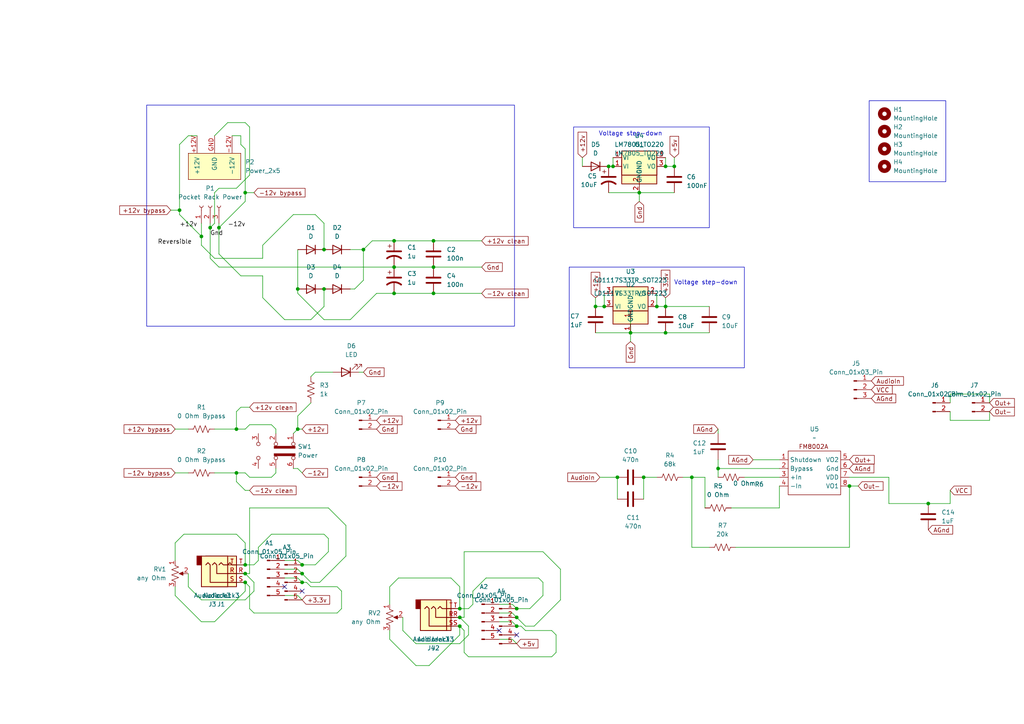
<source format=kicad_sch>
(kicad_sch
	(version 20231120)
	(generator "eeschema")
	(generator_version "8.0")
	(uuid "2b82e17f-a043-4c8d-8c30-207c7ecb6ee1")
	(paper "A4")
	(lib_symbols
		(symbol "CATs_Eurorack_Synth:Power_2x5"
			(pin_names
				(offset 1.016)
			)
			(exclude_from_sim no)
			(in_bom yes)
			(on_board yes)
			(property "Reference" "J"
				(at 0 10.16 0)
				(effects
					(font
						(size 1.27 1.27)
					)
				)
			)
			(property "Value" "Power_2x5"
				(at 0 8.89 0)
				(effects
					(font
						(size 1.27 1.27)
					)
				)
			)
			(property "Footprint" "Eurorack Synth:Power_2x5_Vertical"
				(at 1.27 0 0)
				(effects
					(font
						(size 1.27 1.27)
					)
					(hide yes)
				)
			)
			(property "Datasheet" ""
				(at 1.27 0 0)
				(effects
					(font
						(size 1.27 1.27)
					)
					(hide yes)
				)
			)
			(property "Description" ""
				(at 0 0 0)
				(effects
					(font
						(size 1.27 1.27)
					)
					(hide yes)
				)
			)
			(symbol "Power_2x5_0_1"
				(rectangle
					(start 3.81 7.62)
					(end -3.81 -7.62)
					(stroke
						(width 0)
						(type solid)
					)
					(fill
						(type background)
					)
				)
			)
			(symbol "Power_2x5_1_1"
				(pin power_out line
					(at 8.89 5.08 180)
					(length 5.08)
					(name "+12V"
						(effects
							(font
								(size 1.27 1.27)
							)
						)
					)
					(number "+12V"
						(effects
							(font
								(size 1.27 1.27)
							)
						)
					)
				)
				(pin power_out line
					(at 8.89 -5.08 180)
					(length 5.08)
					(name "-12V"
						(effects
							(font
								(size 1.27 1.27)
							)
						)
					)
					(number "-12V"
						(effects
							(font
								(size 1.27 1.27)
							)
						)
					)
				)
				(pin power_out line
					(at 8.89 0 180)
					(length 5.08)
					(name "GND"
						(effects
							(font
								(size 1.27 1.27)
							)
						)
					)
					(number "GND"
						(effects
							(font
								(size 1.27 1.27)
							)
						)
					)
				)
			)
		)
		(symbol "Connector:Conn_01x02_Pin"
			(pin_names
				(offset 1.016) hide)
			(exclude_from_sim no)
			(in_bom yes)
			(on_board yes)
			(property "Reference" "J"
				(at 0 2.54 0)
				(effects
					(font
						(size 1.27 1.27)
					)
				)
			)
			(property "Value" "Conn_01x02_Pin"
				(at 0 -5.08 0)
				(effects
					(font
						(size 1.27 1.27)
					)
				)
			)
			(property "Footprint" ""
				(at 0 0 0)
				(effects
					(font
						(size 1.27 1.27)
					)
					(hide yes)
				)
			)
			(property "Datasheet" "~"
				(at 0 0 0)
				(effects
					(font
						(size 1.27 1.27)
					)
					(hide yes)
				)
			)
			(property "Description" "Generic connector, single row, 01x02, script generated"
				(at 0 0 0)
				(effects
					(font
						(size 1.27 1.27)
					)
					(hide yes)
				)
			)
			(property "ki_locked" ""
				(at 0 0 0)
				(effects
					(font
						(size 1.27 1.27)
					)
				)
			)
			(property "ki_keywords" "connector"
				(at 0 0 0)
				(effects
					(font
						(size 1.27 1.27)
					)
					(hide yes)
				)
			)
			(property "ki_fp_filters" "Connector*:*_1x??_*"
				(at 0 0 0)
				(effects
					(font
						(size 1.27 1.27)
					)
					(hide yes)
				)
			)
			(symbol "Conn_01x02_Pin_1_1"
				(polyline
					(pts
						(xy 1.27 -2.54) (xy 0.8636 -2.54)
					)
					(stroke
						(width 0.1524)
						(type default)
					)
					(fill
						(type none)
					)
				)
				(polyline
					(pts
						(xy 1.27 0) (xy 0.8636 0)
					)
					(stroke
						(width 0.1524)
						(type default)
					)
					(fill
						(type none)
					)
				)
				(rectangle
					(start 0.8636 -2.413)
					(end 0 -2.667)
					(stroke
						(width 0.1524)
						(type default)
					)
					(fill
						(type outline)
					)
				)
				(rectangle
					(start 0.8636 0.127)
					(end 0 -0.127)
					(stroke
						(width 0.1524)
						(type default)
					)
					(fill
						(type outline)
					)
				)
				(pin passive line
					(at 5.08 0 180)
					(length 3.81)
					(name "Pin_1"
						(effects
							(font
								(size 1.27 1.27)
							)
						)
					)
					(number "1"
						(effects
							(font
								(size 1.27 1.27)
							)
						)
					)
				)
				(pin passive line
					(at 5.08 -2.54 180)
					(length 3.81)
					(name "Pin_2"
						(effects
							(font
								(size 1.27 1.27)
							)
						)
					)
					(number "2"
						(effects
							(font
								(size 1.27 1.27)
							)
						)
					)
				)
			)
		)
		(symbol "Connector:Conn_01x03_Pin"
			(pin_names
				(offset 1.016) hide)
			(exclude_from_sim no)
			(in_bom yes)
			(on_board yes)
			(property "Reference" "J"
				(at 0 5.08 0)
				(effects
					(font
						(size 1.27 1.27)
					)
				)
			)
			(property "Value" "Conn_01x03_Pin"
				(at 0 -5.08 0)
				(effects
					(font
						(size 1.27 1.27)
					)
				)
			)
			(property "Footprint" ""
				(at 0 0 0)
				(effects
					(font
						(size 1.27 1.27)
					)
					(hide yes)
				)
			)
			(property "Datasheet" "~"
				(at 0 0 0)
				(effects
					(font
						(size 1.27 1.27)
					)
					(hide yes)
				)
			)
			(property "Description" "Generic connector, single row, 01x03, script generated"
				(at 0 0 0)
				(effects
					(font
						(size 1.27 1.27)
					)
					(hide yes)
				)
			)
			(property "ki_locked" ""
				(at 0 0 0)
				(effects
					(font
						(size 1.27 1.27)
					)
				)
			)
			(property "ki_keywords" "connector"
				(at 0 0 0)
				(effects
					(font
						(size 1.27 1.27)
					)
					(hide yes)
				)
			)
			(property "ki_fp_filters" "Connector*:*_1x??_*"
				(at 0 0 0)
				(effects
					(font
						(size 1.27 1.27)
					)
					(hide yes)
				)
			)
			(symbol "Conn_01x03_Pin_1_1"
				(polyline
					(pts
						(xy 1.27 -2.54) (xy 0.8636 -2.54)
					)
					(stroke
						(width 0.1524)
						(type default)
					)
					(fill
						(type none)
					)
				)
				(polyline
					(pts
						(xy 1.27 0) (xy 0.8636 0)
					)
					(stroke
						(width 0.1524)
						(type default)
					)
					(fill
						(type none)
					)
				)
				(polyline
					(pts
						(xy 1.27 2.54) (xy 0.8636 2.54)
					)
					(stroke
						(width 0.1524)
						(type default)
					)
					(fill
						(type none)
					)
				)
				(rectangle
					(start 0.8636 -2.413)
					(end 0 -2.667)
					(stroke
						(width 0.1524)
						(type default)
					)
					(fill
						(type outline)
					)
				)
				(rectangle
					(start 0.8636 0.127)
					(end 0 -0.127)
					(stroke
						(width 0.1524)
						(type default)
					)
					(fill
						(type outline)
					)
				)
				(rectangle
					(start 0.8636 2.667)
					(end 0 2.413)
					(stroke
						(width 0.1524)
						(type default)
					)
					(fill
						(type outline)
					)
				)
				(pin passive line
					(at 5.08 2.54 180)
					(length 3.81)
					(name "Pin_1"
						(effects
							(font
								(size 1.27 1.27)
							)
						)
					)
					(number "1"
						(effects
							(font
								(size 1.27 1.27)
							)
						)
					)
				)
				(pin passive line
					(at 5.08 0 180)
					(length 3.81)
					(name "Pin_2"
						(effects
							(font
								(size 1.27 1.27)
							)
						)
					)
					(number "2"
						(effects
							(font
								(size 1.27 1.27)
							)
						)
					)
				)
				(pin passive line
					(at 5.08 -2.54 180)
					(length 3.81)
					(name "Pin_3"
						(effects
							(font
								(size 1.27 1.27)
							)
						)
					)
					(number "3"
						(effects
							(font
								(size 1.27 1.27)
							)
						)
					)
				)
			)
		)
		(symbol "Connector:Conn_01x03_Socket"
			(pin_names
				(offset 1.016) hide)
			(exclude_from_sim no)
			(in_bom yes)
			(on_board yes)
			(property "Reference" "J"
				(at 0 5.08 0)
				(effects
					(font
						(size 1.27 1.27)
					)
				)
			)
			(property "Value" "Conn_01x03_Socket"
				(at 0 -5.08 0)
				(effects
					(font
						(size 1.27 1.27)
					)
				)
			)
			(property "Footprint" ""
				(at 0 0 0)
				(effects
					(font
						(size 1.27 1.27)
					)
					(hide yes)
				)
			)
			(property "Datasheet" "~"
				(at 0 0 0)
				(effects
					(font
						(size 1.27 1.27)
					)
					(hide yes)
				)
			)
			(property "Description" "Generic connector, single row, 01x03, script generated"
				(at 0 0 0)
				(effects
					(font
						(size 1.27 1.27)
					)
					(hide yes)
				)
			)
			(property "ki_locked" ""
				(at 0 0 0)
				(effects
					(font
						(size 1.27 1.27)
					)
				)
			)
			(property "ki_keywords" "connector"
				(at 0 0 0)
				(effects
					(font
						(size 1.27 1.27)
					)
					(hide yes)
				)
			)
			(property "ki_fp_filters" "Connector*:*_1x??_*"
				(at 0 0 0)
				(effects
					(font
						(size 1.27 1.27)
					)
					(hide yes)
				)
			)
			(symbol "Conn_01x03_Socket_1_1"
				(arc
					(start 0 -2.032)
					(mid -0.5058 -2.54)
					(end 0 -3.048)
					(stroke
						(width 0.1524)
						(type default)
					)
					(fill
						(type none)
					)
				)
				(polyline
					(pts
						(xy -1.27 -2.54) (xy -0.508 -2.54)
					)
					(stroke
						(width 0.1524)
						(type default)
					)
					(fill
						(type none)
					)
				)
				(polyline
					(pts
						(xy -1.27 0) (xy -0.508 0)
					)
					(stroke
						(width 0.1524)
						(type default)
					)
					(fill
						(type none)
					)
				)
				(polyline
					(pts
						(xy -1.27 2.54) (xy -0.508 2.54)
					)
					(stroke
						(width 0.1524)
						(type default)
					)
					(fill
						(type none)
					)
				)
				(arc
					(start 0 0.508)
					(mid -0.5058 0)
					(end 0 -0.508)
					(stroke
						(width 0.1524)
						(type default)
					)
					(fill
						(type none)
					)
				)
				(arc
					(start 0 3.048)
					(mid -0.5058 2.54)
					(end 0 2.032)
					(stroke
						(width 0.1524)
						(type default)
					)
					(fill
						(type none)
					)
				)
				(pin passive line
					(at -5.08 2.54 0)
					(length 3.81)
					(name "Pin_1"
						(effects
							(font
								(size 1.27 1.27)
							)
						)
					)
					(number "1"
						(effects
							(font
								(size 1.27 1.27)
							)
						)
					)
				)
				(pin passive line
					(at -5.08 0 0)
					(length 3.81)
					(name "Pin_2"
						(effects
							(font
								(size 1.27 1.27)
							)
						)
					)
					(number "2"
						(effects
							(font
								(size 1.27 1.27)
							)
						)
					)
				)
				(pin passive line
					(at -5.08 -2.54 0)
					(length 3.81)
					(name "Pin_3"
						(effects
							(font
								(size 1.27 1.27)
							)
						)
					)
					(number "3"
						(effects
							(font
								(size 1.27 1.27)
							)
						)
					)
				)
			)
		)
		(symbol "Connector:Conn_01x05_Pin"
			(pin_names
				(offset 1.016) hide)
			(exclude_from_sim no)
			(in_bom yes)
			(on_board yes)
			(property "Reference" "J"
				(at 0 7.62 0)
				(effects
					(font
						(size 1.27 1.27)
					)
				)
			)
			(property "Value" "Conn_01x05_Pin"
				(at 0 -7.62 0)
				(effects
					(font
						(size 1.27 1.27)
					)
				)
			)
			(property "Footprint" ""
				(at 0 0 0)
				(effects
					(font
						(size 1.27 1.27)
					)
					(hide yes)
				)
			)
			(property "Datasheet" "~"
				(at 0 0 0)
				(effects
					(font
						(size 1.27 1.27)
					)
					(hide yes)
				)
			)
			(property "Description" "Generic connector, single row, 01x05, script generated"
				(at 0 0 0)
				(effects
					(font
						(size 1.27 1.27)
					)
					(hide yes)
				)
			)
			(property "ki_locked" ""
				(at 0 0 0)
				(effects
					(font
						(size 1.27 1.27)
					)
				)
			)
			(property "ki_keywords" "connector"
				(at 0 0 0)
				(effects
					(font
						(size 1.27 1.27)
					)
					(hide yes)
				)
			)
			(property "ki_fp_filters" "Connector*:*_1x??_*"
				(at 0 0 0)
				(effects
					(font
						(size 1.27 1.27)
					)
					(hide yes)
				)
			)
			(symbol "Conn_01x05_Pin_1_1"
				(polyline
					(pts
						(xy 1.27 -5.08) (xy 0.8636 -5.08)
					)
					(stroke
						(width 0.1524)
						(type default)
					)
					(fill
						(type none)
					)
				)
				(polyline
					(pts
						(xy 1.27 -2.54) (xy 0.8636 -2.54)
					)
					(stroke
						(width 0.1524)
						(type default)
					)
					(fill
						(type none)
					)
				)
				(polyline
					(pts
						(xy 1.27 0) (xy 0.8636 0)
					)
					(stroke
						(width 0.1524)
						(type default)
					)
					(fill
						(type none)
					)
				)
				(polyline
					(pts
						(xy 1.27 2.54) (xy 0.8636 2.54)
					)
					(stroke
						(width 0.1524)
						(type default)
					)
					(fill
						(type none)
					)
				)
				(polyline
					(pts
						(xy 1.27 5.08) (xy 0.8636 5.08)
					)
					(stroke
						(width 0.1524)
						(type default)
					)
					(fill
						(type none)
					)
				)
				(rectangle
					(start 0.8636 -4.953)
					(end 0 -5.207)
					(stroke
						(width 0.1524)
						(type default)
					)
					(fill
						(type outline)
					)
				)
				(rectangle
					(start 0.8636 -2.413)
					(end 0 -2.667)
					(stroke
						(width 0.1524)
						(type default)
					)
					(fill
						(type outline)
					)
				)
				(rectangle
					(start 0.8636 0.127)
					(end 0 -0.127)
					(stroke
						(width 0.1524)
						(type default)
					)
					(fill
						(type outline)
					)
				)
				(rectangle
					(start 0.8636 2.667)
					(end 0 2.413)
					(stroke
						(width 0.1524)
						(type default)
					)
					(fill
						(type outline)
					)
				)
				(rectangle
					(start 0.8636 5.207)
					(end 0 4.953)
					(stroke
						(width 0.1524)
						(type default)
					)
					(fill
						(type outline)
					)
				)
				(pin passive line
					(at 5.08 5.08 180)
					(length 3.81)
					(name "Pin_1"
						(effects
							(font
								(size 1.27 1.27)
							)
						)
					)
					(number "1"
						(effects
							(font
								(size 1.27 1.27)
							)
						)
					)
				)
				(pin passive line
					(at 5.08 2.54 180)
					(length 3.81)
					(name "Pin_2"
						(effects
							(font
								(size 1.27 1.27)
							)
						)
					)
					(number "2"
						(effects
							(font
								(size 1.27 1.27)
							)
						)
					)
				)
				(pin passive line
					(at 5.08 0 180)
					(length 3.81)
					(name "Pin_3"
						(effects
							(font
								(size 1.27 1.27)
							)
						)
					)
					(number "3"
						(effects
							(font
								(size 1.27 1.27)
							)
						)
					)
				)
				(pin passive line
					(at 5.08 -2.54 180)
					(length 3.81)
					(name "Pin_4"
						(effects
							(font
								(size 1.27 1.27)
							)
						)
					)
					(number "4"
						(effects
							(font
								(size 1.27 1.27)
							)
						)
					)
				)
				(pin passive line
					(at 5.08 -5.08 180)
					(length 3.81)
					(name "Pin_5"
						(effects
							(font
								(size 1.27 1.27)
							)
						)
					)
					(number "5"
						(effects
							(font
								(size 1.27 1.27)
							)
						)
					)
				)
			)
		)
		(symbol "Connector_Audio:AudioJack3"
			(exclude_from_sim no)
			(in_bom yes)
			(on_board yes)
			(property "Reference" "J"
				(at 0 8.89 0)
				(effects
					(font
						(size 1.27 1.27)
					)
				)
			)
			(property "Value" "AudioJack3"
				(at 0 6.35 0)
				(effects
					(font
						(size 1.27 1.27)
					)
				)
			)
			(property "Footprint" ""
				(at 0 0 0)
				(effects
					(font
						(size 1.27 1.27)
					)
					(hide yes)
				)
			)
			(property "Datasheet" "~"
				(at 0 0 0)
				(effects
					(font
						(size 1.27 1.27)
					)
					(hide yes)
				)
			)
			(property "Description" "Audio Jack, 3 Poles (Stereo / TRS)"
				(at 0 0 0)
				(effects
					(font
						(size 1.27 1.27)
					)
					(hide yes)
				)
			)
			(property "ki_keywords" "audio jack receptacle stereo headphones phones TRS connector"
				(at 0 0 0)
				(effects
					(font
						(size 1.27 1.27)
					)
					(hide yes)
				)
			)
			(property "ki_fp_filters" "Jack*"
				(at 0 0 0)
				(effects
					(font
						(size 1.27 1.27)
					)
					(hide yes)
				)
			)
			(symbol "AudioJack3_0_1"
				(rectangle
					(start -5.08 -5.08)
					(end -6.35 -2.54)
					(stroke
						(width 0.254)
						(type default)
					)
					(fill
						(type outline)
					)
				)
				(polyline
					(pts
						(xy 0 -2.54) (xy 0.635 -3.175) (xy 1.27 -2.54) (xy 2.54 -2.54)
					)
					(stroke
						(width 0.254)
						(type default)
					)
					(fill
						(type none)
					)
				)
				(polyline
					(pts
						(xy -1.905 -2.54) (xy -1.27 -3.175) (xy -0.635 -2.54) (xy -0.635 0) (xy 2.54 0)
					)
					(stroke
						(width 0.254)
						(type default)
					)
					(fill
						(type none)
					)
				)
				(polyline
					(pts
						(xy 2.54 2.54) (xy -2.54 2.54) (xy -2.54 -2.54) (xy -3.175 -3.175) (xy -3.81 -2.54)
					)
					(stroke
						(width 0.254)
						(type default)
					)
					(fill
						(type none)
					)
				)
				(rectangle
					(start 2.54 3.81)
					(end -5.08 -5.08)
					(stroke
						(width 0.254)
						(type default)
					)
					(fill
						(type background)
					)
				)
			)
			(symbol "AudioJack3_1_1"
				(pin passive line
					(at 5.08 0 180)
					(length 2.54)
					(name "~"
						(effects
							(font
								(size 1.27 1.27)
							)
						)
					)
					(number "R"
						(effects
							(font
								(size 1.27 1.27)
							)
						)
					)
				)
				(pin passive line
					(at 5.08 2.54 180)
					(length 2.54)
					(name "~"
						(effects
							(font
								(size 1.27 1.27)
							)
						)
					)
					(number "S"
						(effects
							(font
								(size 1.27 1.27)
							)
						)
					)
				)
				(pin passive line
					(at 5.08 -2.54 180)
					(length 2.54)
					(name "~"
						(effects
							(font
								(size 1.27 1.27)
							)
						)
					)
					(number "T"
						(effects
							(font
								(size 1.27 1.27)
							)
						)
					)
				)
			)
		)
		(symbol "Device:C"
			(pin_numbers hide)
			(pin_names
				(offset 0.254)
			)
			(exclude_from_sim no)
			(in_bom yes)
			(on_board yes)
			(property "Reference" "C"
				(at 0.635 2.54 0)
				(effects
					(font
						(size 1.27 1.27)
					)
					(justify left)
				)
			)
			(property "Value" "C"
				(at 0.635 -2.54 0)
				(effects
					(font
						(size 1.27 1.27)
					)
					(justify left)
				)
			)
			(property "Footprint" ""
				(at 0.9652 -3.81 0)
				(effects
					(font
						(size 1.27 1.27)
					)
					(hide yes)
				)
			)
			(property "Datasheet" "~"
				(at 0 0 0)
				(effects
					(font
						(size 1.27 1.27)
					)
					(hide yes)
				)
			)
			(property "Description" "Unpolarized capacitor"
				(at 0 0 0)
				(effects
					(font
						(size 1.27 1.27)
					)
					(hide yes)
				)
			)
			(property "ki_keywords" "cap capacitor"
				(at 0 0 0)
				(effects
					(font
						(size 1.27 1.27)
					)
					(hide yes)
				)
			)
			(property "ki_fp_filters" "C_*"
				(at 0 0 0)
				(effects
					(font
						(size 1.27 1.27)
					)
					(hide yes)
				)
			)
			(symbol "C_0_1"
				(polyline
					(pts
						(xy -2.032 -0.762) (xy 2.032 -0.762)
					)
					(stroke
						(width 0.508)
						(type default)
					)
					(fill
						(type none)
					)
				)
				(polyline
					(pts
						(xy -2.032 0.762) (xy 2.032 0.762)
					)
					(stroke
						(width 0.508)
						(type default)
					)
					(fill
						(type none)
					)
				)
			)
			(symbol "C_1_1"
				(pin passive line
					(at 0 3.81 270)
					(length 2.794)
					(name "~"
						(effects
							(font
								(size 1.27 1.27)
							)
						)
					)
					(number "1"
						(effects
							(font
								(size 1.27 1.27)
							)
						)
					)
				)
				(pin passive line
					(at 0 -3.81 90)
					(length 2.794)
					(name "~"
						(effects
							(font
								(size 1.27 1.27)
							)
						)
					)
					(number "2"
						(effects
							(font
								(size 1.27 1.27)
							)
						)
					)
				)
			)
		)
		(symbol "Device:C_Polarized_US"
			(pin_numbers hide)
			(pin_names
				(offset 0.254) hide)
			(exclude_from_sim no)
			(in_bom yes)
			(on_board yes)
			(property "Reference" "C"
				(at 0.635 2.54 0)
				(effects
					(font
						(size 1.27 1.27)
					)
					(justify left)
				)
			)
			(property "Value" "C_Polarized_US"
				(at 0.635 -2.54 0)
				(effects
					(font
						(size 1.27 1.27)
					)
					(justify left)
				)
			)
			(property "Footprint" ""
				(at 0 0 0)
				(effects
					(font
						(size 1.27 1.27)
					)
					(hide yes)
				)
			)
			(property "Datasheet" "~"
				(at 0 0 0)
				(effects
					(font
						(size 1.27 1.27)
					)
					(hide yes)
				)
			)
			(property "Description" "Polarized capacitor, US symbol"
				(at 0 0 0)
				(effects
					(font
						(size 1.27 1.27)
					)
					(hide yes)
				)
			)
			(property "ki_keywords" "cap capacitor"
				(at 0 0 0)
				(effects
					(font
						(size 1.27 1.27)
					)
					(hide yes)
				)
			)
			(property "ki_fp_filters" "CP_*"
				(at 0 0 0)
				(effects
					(font
						(size 1.27 1.27)
					)
					(hide yes)
				)
			)
			(symbol "C_Polarized_US_0_1"
				(polyline
					(pts
						(xy -2.032 0.762) (xy 2.032 0.762)
					)
					(stroke
						(width 0.508)
						(type default)
					)
					(fill
						(type none)
					)
				)
				(polyline
					(pts
						(xy -1.778 2.286) (xy -0.762 2.286)
					)
					(stroke
						(width 0)
						(type default)
					)
					(fill
						(type none)
					)
				)
				(polyline
					(pts
						(xy -1.27 1.778) (xy -1.27 2.794)
					)
					(stroke
						(width 0)
						(type default)
					)
					(fill
						(type none)
					)
				)
				(arc
					(start 2.032 -1.27)
					(mid 0 -0.5572)
					(end -2.032 -1.27)
					(stroke
						(width 0.508)
						(type default)
					)
					(fill
						(type none)
					)
				)
			)
			(symbol "C_Polarized_US_1_1"
				(pin passive line
					(at 0 3.81 270)
					(length 2.794)
					(name "~"
						(effects
							(font
								(size 1.27 1.27)
							)
						)
					)
					(number "1"
						(effects
							(font
								(size 1.27 1.27)
							)
						)
					)
				)
				(pin passive line
					(at 0 -3.81 90)
					(length 3.302)
					(name "~"
						(effects
							(font
								(size 1.27 1.27)
							)
						)
					)
					(number "2"
						(effects
							(font
								(size 1.27 1.27)
							)
						)
					)
				)
			)
		)
		(symbol "Device:D"
			(pin_numbers hide)
			(pin_names
				(offset 1.016) hide)
			(exclude_from_sim no)
			(in_bom yes)
			(on_board yes)
			(property "Reference" "D"
				(at 0 2.54 0)
				(effects
					(font
						(size 1.27 1.27)
					)
				)
			)
			(property "Value" "D"
				(at 0 -2.54 0)
				(effects
					(font
						(size 1.27 1.27)
					)
				)
			)
			(property "Footprint" ""
				(at 0 0 0)
				(effects
					(font
						(size 1.27 1.27)
					)
					(hide yes)
				)
			)
			(property "Datasheet" "~"
				(at 0 0 0)
				(effects
					(font
						(size 1.27 1.27)
					)
					(hide yes)
				)
			)
			(property "Description" "Diode"
				(at 0 0 0)
				(effects
					(font
						(size 1.27 1.27)
					)
					(hide yes)
				)
			)
			(property "Sim.Device" "D"
				(at 0 0 0)
				(effects
					(font
						(size 1.27 1.27)
					)
					(hide yes)
				)
			)
			(property "Sim.Pins" "1=K 2=A"
				(at 0 0 0)
				(effects
					(font
						(size 1.27 1.27)
					)
					(hide yes)
				)
			)
			(property "ki_keywords" "diode"
				(at 0 0 0)
				(effects
					(font
						(size 1.27 1.27)
					)
					(hide yes)
				)
			)
			(property "ki_fp_filters" "TO-???* *_Diode_* *SingleDiode* D_*"
				(at 0 0 0)
				(effects
					(font
						(size 1.27 1.27)
					)
					(hide yes)
				)
			)
			(symbol "D_0_1"
				(polyline
					(pts
						(xy -1.27 1.27) (xy -1.27 -1.27)
					)
					(stroke
						(width 0.254)
						(type default)
					)
					(fill
						(type none)
					)
				)
				(polyline
					(pts
						(xy 1.27 0) (xy -1.27 0)
					)
					(stroke
						(width 0)
						(type default)
					)
					(fill
						(type none)
					)
				)
				(polyline
					(pts
						(xy 1.27 1.27) (xy 1.27 -1.27) (xy -1.27 0) (xy 1.27 1.27)
					)
					(stroke
						(width 0.254)
						(type default)
					)
					(fill
						(type none)
					)
				)
			)
			(symbol "D_1_1"
				(pin passive line
					(at -3.81 0 0)
					(length 2.54)
					(name "K"
						(effects
							(font
								(size 1.27 1.27)
							)
						)
					)
					(number "1"
						(effects
							(font
								(size 1.27 1.27)
							)
						)
					)
				)
				(pin passive line
					(at 3.81 0 180)
					(length 2.54)
					(name "A"
						(effects
							(font
								(size 1.27 1.27)
							)
						)
					)
					(number "2"
						(effects
							(font
								(size 1.27 1.27)
							)
						)
					)
				)
			)
		)
		(symbol "Device:LED"
			(pin_numbers hide)
			(pin_names
				(offset 1.016) hide)
			(exclude_from_sim no)
			(in_bom yes)
			(on_board yes)
			(property "Reference" "D"
				(at 0 2.54 0)
				(effects
					(font
						(size 1.27 1.27)
					)
				)
			)
			(property "Value" "LED"
				(at 0 -2.54 0)
				(effects
					(font
						(size 1.27 1.27)
					)
				)
			)
			(property "Footprint" ""
				(at 0 0 0)
				(effects
					(font
						(size 1.27 1.27)
					)
					(hide yes)
				)
			)
			(property "Datasheet" "~"
				(at 0 0 0)
				(effects
					(font
						(size 1.27 1.27)
					)
					(hide yes)
				)
			)
			(property "Description" "Light emitting diode"
				(at 0 0 0)
				(effects
					(font
						(size 1.27 1.27)
					)
					(hide yes)
				)
			)
			(property "ki_keywords" "LED diode"
				(at 0 0 0)
				(effects
					(font
						(size 1.27 1.27)
					)
					(hide yes)
				)
			)
			(property "ki_fp_filters" "LED* LED_SMD:* LED_THT:*"
				(at 0 0 0)
				(effects
					(font
						(size 1.27 1.27)
					)
					(hide yes)
				)
			)
			(symbol "LED_0_1"
				(polyline
					(pts
						(xy -1.27 -1.27) (xy -1.27 1.27)
					)
					(stroke
						(width 0.254)
						(type default)
					)
					(fill
						(type none)
					)
				)
				(polyline
					(pts
						(xy -1.27 0) (xy 1.27 0)
					)
					(stroke
						(width 0)
						(type default)
					)
					(fill
						(type none)
					)
				)
				(polyline
					(pts
						(xy 1.27 -1.27) (xy 1.27 1.27) (xy -1.27 0) (xy 1.27 -1.27)
					)
					(stroke
						(width 0.254)
						(type default)
					)
					(fill
						(type none)
					)
				)
				(polyline
					(pts
						(xy -3.048 -0.762) (xy -4.572 -2.286) (xy -3.81 -2.286) (xy -4.572 -2.286) (xy -4.572 -1.524)
					)
					(stroke
						(width 0)
						(type default)
					)
					(fill
						(type none)
					)
				)
				(polyline
					(pts
						(xy -1.778 -0.762) (xy -3.302 -2.286) (xy -2.54 -2.286) (xy -3.302 -2.286) (xy -3.302 -1.524)
					)
					(stroke
						(width 0)
						(type default)
					)
					(fill
						(type none)
					)
				)
			)
			(symbol "LED_1_1"
				(pin passive line
					(at -3.81 0 0)
					(length 2.54)
					(name "K"
						(effects
							(font
								(size 1.27 1.27)
							)
						)
					)
					(number "1"
						(effects
							(font
								(size 1.27 1.27)
							)
						)
					)
				)
				(pin passive line
					(at 3.81 0 180)
					(length 2.54)
					(name "A"
						(effects
							(font
								(size 1.27 1.27)
							)
						)
					)
					(number "2"
						(effects
							(font
								(size 1.27 1.27)
							)
						)
					)
				)
			)
		)
		(symbol "Device:R_Potentiometer_US"
			(pin_names
				(offset 1.016) hide)
			(exclude_from_sim no)
			(in_bom yes)
			(on_board yes)
			(property "Reference" "RV"
				(at -4.445 0 90)
				(effects
					(font
						(size 1.27 1.27)
					)
				)
			)
			(property "Value" "R_Potentiometer_US"
				(at -2.54 0 90)
				(effects
					(font
						(size 1.27 1.27)
					)
				)
			)
			(property "Footprint" ""
				(at 0 0 0)
				(effects
					(font
						(size 1.27 1.27)
					)
					(hide yes)
				)
			)
			(property "Datasheet" "~"
				(at 0 0 0)
				(effects
					(font
						(size 1.27 1.27)
					)
					(hide yes)
				)
			)
			(property "Description" "Potentiometer, US symbol"
				(at 0 0 0)
				(effects
					(font
						(size 1.27 1.27)
					)
					(hide yes)
				)
			)
			(property "ki_keywords" "resistor variable"
				(at 0 0 0)
				(effects
					(font
						(size 1.27 1.27)
					)
					(hide yes)
				)
			)
			(property "ki_fp_filters" "Potentiometer*"
				(at 0 0 0)
				(effects
					(font
						(size 1.27 1.27)
					)
					(hide yes)
				)
			)
			(symbol "R_Potentiometer_US_0_1"
				(polyline
					(pts
						(xy 0 -2.286) (xy 0 -2.54)
					)
					(stroke
						(width 0)
						(type default)
					)
					(fill
						(type none)
					)
				)
				(polyline
					(pts
						(xy 0 2.54) (xy 0 2.286)
					)
					(stroke
						(width 0)
						(type default)
					)
					(fill
						(type none)
					)
				)
				(polyline
					(pts
						(xy 2.54 0) (xy 1.524 0)
					)
					(stroke
						(width 0)
						(type default)
					)
					(fill
						(type none)
					)
				)
				(polyline
					(pts
						(xy 1.143 0) (xy 2.286 0.508) (xy 2.286 -0.508) (xy 1.143 0)
					)
					(stroke
						(width 0)
						(type default)
					)
					(fill
						(type outline)
					)
				)
				(polyline
					(pts
						(xy 0 -0.762) (xy 1.016 -1.143) (xy 0 -1.524) (xy -1.016 -1.905) (xy 0 -2.286)
					)
					(stroke
						(width 0)
						(type default)
					)
					(fill
						(type none)
					)
				)
				(polyline
					(pts
						(xy 0 0.762) (xy 1.016 0.381) (xy 0 0) (xy -1.016 -0.381) (xy 0 -0.762)
					)
					(stroke
						(width 0)
						(type default)
					)
					(fill
						(type none)
					)
				)
				(polyline
					(pts
						(xy 0 2.286) (xy 1.016 1.905) (xy 0 1.524) (xy -1.016 1.143) (xy 0 0.762)
					)
					(stroke
						(width 0)
						(type default)
					)
					(fill
						(type none)
					)
				)
			)
			(symbol "R_Potentiometer_US_1_1"
				(pin passive line
					(at 0 3.81 270)
					(length 1.27)
					(name "1"
						(effects
							(font
								(size 1.27 1.27)
							)
						)
					)
					(number "1"
						(effects
							(font
								(size 1.27 1.27)
							)
						)
					)
				)
				(pin passive line
					(at 3.81 0 180)
					(length 1.27)
					(name "2"
						(effects
							(font
								(size 1.27 1.27)
							)
						)
					)
					(number "2"
						(effects
							(font
								(size 1.27 1.27)
							)
						)
					)
				)
				(pin passive line
					(at 0 -3.81 90)
					(length 1.27)
					(name "3"
						(effects
							(font
								(size 1.27 1.27)
							)
						)
					)
					(number "3"
						(effects
							(font
								(size 1.27 1.27)
							)
						)
					)
				)
			)
		)
		(symbol "Device:R_US"
			(pin_numbers hide)
			(pin_names
				(offset 0)
			)
			(exclude_from_sim no)
			(in_bom yes)
			(on_board yes)
			(property "Reference" "R"
				(at 2.54 0 90)
				(effects
					(font
						(size 1.27 1.27)
					)
				)
			)
			(property "Value" "R_US"
				(at -2.54 0 90)
				(effects
					(font
						(size 1.27 1.27)
					)
				)
			)
			(property "Footprint" ""
				(at 1.016 -0.254 90)
				(effects
					(font
						(size 1.27 1.27)
					)
					(hide yes)
				)
			)
			(property "Datasheet" "~"
				(at 0 0 0)
				(effects
					(font
						(size 1.27 1.27)
					)
					(hide yes)
				)
			)
			(property "Description" "Resistor, US symbol"
				(at 0 0 0)
				(effects
					(font
						(size 1.27 1.27)
					)
					(hide yes)
				)
			)
			(property "ki_keywords" "R res resistor"
				(at 0 0 0)
				(effects
					(font
						(size 1.27 1.27)
					)
					(hide yes)
				)
			)
			(property "ki_fp_filters" "R_*"
				(at 0 0 0)
				(effects
					(font
						(size 1.27 1.27)
					)
					(hide yes)
				)
			)
			(symbol "R_US_0_1"
				(polyline
					(pts
						(xy 0 -2.286) (xy 0 -2.54)
					)
					(stroke
						(width 0)
						(type default)
					)
					(fill
						(type none)
					)
				)
				(polyline
					(pts
						(xy 0 2.286) (xy 0 2.54)
					)
					(stroke
						(width 0)
						(type default)
					)
					(fill
						(type none)
					)
				)
				(polyline
					(pts
						(xy 0 -0.762) (xy 1.016 -1.143) (xy 0 -1.524) (xy -1.016 -1.905) (xy 0 -2.286)
					)
					(stroke
						(width 0)
						(type default)
					)
					(fill
						(type none)
					)
				)
				(polyline
					(pts
						(xy 0 0.762) (xy 1.016 0.381) (xy 0 0) (xy -1.016 -0.381) (xy 0 -0.762)
					)
					(stroke
						(width 0)
						(type default)
					)
					(fill
						(type none)
					)
				)
				(polyline
					(pts
						(xy 0 2.286) (xy 1.016 1.905) (xy 0 1.524) (xy -1.016 1.143) (xy 0 0.762)
					)
					(stroke
						(width 0)
						(type default)
					)
					(fill
						(type none)
					)
				)
			)
			(symbol "R_US_1_1"
				(pin passive line
					(at 0 3.81 270)
					(length 1.27)
					(name "~"
						(effects
							(font
								(size 1.27 1.27)
							)
						)
					)
					(number "1"
						(effects
							(font
								(size 1.27 1.27)
							)
						)
					)
				)
				(pin passive line
					(at 0 -3.81 90)
					(length 1.27)
					(name "~"
						(effects
							(font
								(size 1.27 1.27)
							)
						)
					)
					(number "2"
						(effects
							(font
								(size 1.27 1.27)
							)
						)
					)
				)
			)
		)
		(symbol "Mechanical:MountingHole"
			(pin_names
				(offset 1.016)
			)
			(exclude_from_sim no)
			(in_bom yes)
			(on_board yes)
			(property "Reference" "H"
				(at 0 5.08 0)
				(effects
					(font
						(size 1.27 1.27)
					)
				)
			)
			(property "Value" "MountingHole"
				(at 0 3.175 0)
				(effects
					(font
						(size 1.27 1.27)
					)
				)
			)
			(property "Footprint" ""
				(at 0 0 0)
				(effects
					(font
						(size 1.27 1.27)
					)
					(hide yes)
				)
			)
			(property "Datasheet" "~"
				(at 0 0 0)
				(effects
					(font
						(size 1.27 1.27)
					)
					(hide yes)
				)
			)
			(property "Description" "Mounting Hole without connection"
				(at 0 0 0)
				(effects
					(font
						(size 1.27 1.27)
					)
					(hide yes)
				)
			)
			(property "ki_keywords" "mounting hole"
				(at 0 0 0)
				(effects
					(font
						(size 1.27 1.27)
					)
					(hide yes)
				)
			)
			(property "ki_fp_filters" "MountingHole*"
				(at 0 0 0)
				(effects
					(font
						(size 1.27 1.27)
					)
					(hide yes)
				)
			)
			(symbol "MountingHole_0_1"
				(circle
					(center 0 0)
					(radius 1.27)
					(stroke
						(width 1.27)
						(type default)
					)
					(fill
						(type none)
					)
				)
			)
		)
		(symbol "Personal Symbols:FM8002A_Audio_amp"
			(exclude_from_sim no)
			(in_bom yes)
			(on_board yes)
			(property "Reference" "U"
				(at 0 10.922 0)
				(effects
					(font
						(size 1.27 1.27)
					)
				)
			)
			(property "Value" ""
				(at 0 0 0)
				(effects
					(font
						(size 1.27 1.27)
					)
				)
			)
			(property "Footprint" "Package_SO:SOP-8_3.9x4.9mm_P1.27mm"
				(at -0.762 -7.112 0)
				(effects
					(font
						(size 1.27 1.27)
					)
					(hide yes)
				)
			)
			(property "Datasheet" ""
				(at 0 0 0)
				(effects
					(font
						(size 1.27 1.27)
					)
					(hide yes)
				)
			)
			(property "Description" ""
				(at 0 0 0)
				(effects
					(font
						(size 1.27 1.27)
					)
					(hide yes)
				)
			)
			(symbol "FM8002A_Audio_amp_0_1"
				(rectangle
					(start -7.62 7.62)
					(end 7.62 -5.08)
					(stroke
						(width 0)
						(type default)
					)
					(fill
						(type none)
					)
				)
			)
			(symbol "FM8002A_Audio_amp_1_1"
				(text "FM8002A"
					(at -0.254 8.89 0)
					(effects
						(font
							(size 1.27 1.27)
						)
					)
				)
				(pin input line
					(at -10.16 5.08 0)
					(length 2.54)
					(name "Shutdown"
						(effects
							(font
								(size 1.27 1.27)
							)
						)
					)
					(number "1"
						(effects
							(font
								(size 1.27 1.27)
							)
						)
					)
				)
				(pin input line
					(at -10.16 2.54 0)
					(length 2.54)
					(name "Bypass"
						(effects
							(font
								(size 1.27 1.27)
							)
						)
					)
					(number "2"
						(effects
							(font
								(size 1.27 1.27)
							)
						)
					)
				)
				(pin input line
					(at -10.16 0 0)
					(length 2.54)
					(name "+In"
						(effects
							(font
								(size 1.27 1.27)
							)
						)
					)
					(number "3"
						(effects
							(font
								(size 1.27 1.27)
							)
						)
					)
				)
				(pin input line
					(at -10.16 -2.54 0)
					(length 2.54)
					(name "-In"
						(effects
							(font
								(size 1.27 1.27)
							)
						)
					)
					(number "4"
						(effects
							(font
								(size 1.27 1.27)
							)
						)
					)
				)
				(pin input line
					(at 10.16 5.08 180)
					(length 2.54)
					(name "VO2"
						(effects
							(font
								(size 1.27 1.27)
							)
						)
					)
					(number "5"
						(effects
							(font
								(size 1.27 1.27)
							)
						)
					)
				)
				(pin input line
					(at 10.16 2.54 180)
					(length 2.54)
					(name "Gnd"
						(effects
							(font
								(size 1.27 1.27)
							)
						)
					)
					(number "6"
						(effects
							(font
								(size 1.27 1.27)
							)
						)
					)
				)
				(pin input line
					(at 10.16 0 180)
					(length 2.54)
					(name "VDD"
						(effects
							(font
								(size 1.27 1.27)
							)
						)
					)
					(number "7"
						(effects
							(font
								(size 1.27 1.27)
							)
						)
					)
				)
				(pin input line
					(at 10.16 -2.54 180)
					(length 2.54)
					(name "VO1"
						(effects
							(font
								(size 1.27 1.27)
							)
						)
					)
					(number "8"
						(effects
							(font
								(size 1.27 1.27)
							)
						)
					)
				)
			)
		)
		(symbol "Regulator_Linear:LD1117S33TR_SOT223"
			(exclude_from_sim no)
			(in_bom yes)
			(on_board yes)
			(property "Reference" "U"
				(at -3.81 3.175 0)
				(effects
					(font
						(size 1.27 1.27)
					)
				)
			)
			(property "Value" "LD1117S33TR_SOT223"
				(at 0 3.175 0)
				(effects
					(font
						(size 1.27 1.27)
					)
					(justify left)
				)
			)
			(property "Footprint" "Package_TO_SOT_SMD:SOT-223-3_TabPin2"
				(at 0 5.08 0)
				(effects
					(font
						(size 1.27 1.27)
					)
					(hide yes)
				)
			)
			(property "Datasheet" "http://www.st.com/st-web-ui/static/active/en/resource/technical/document/datasheet/CD00000544.pdf"
				(at 2.54 -6.35 0)
				(effects
					(font
						(size 1.27 1.27)
					)
					(hide yes)
				)
			)
			(property "Description" "800mA Fixed Low Drop Positive Voltage Regulator, Fixed Output 3.3V, SOT-223"
				(at 0 0 0)
				(effects
					(font
						(size 1.27 1.27)
					)
					(hide yes)
				)
			)
			(property "ki_keywords" "REGULATOR LDO 3.3V"
				(at 0 0 0)
				(effects
					(font
						(size 1.27 1.27)
					)
					(hide yes)
				)
			)
			(property "ki_fp_filters" "SOT?223*TabPin2*"
				(at 0 0 0)
				(effects
					(font
						(size 1.27 1.27)
					)
					(hide yes)
				)
			)
			(symbol "LD1117S33TR_SOT223_0_1"
				(rectangle
					(start -5.08 -5.08)
					(end 5.08 1.905)
					(stroke
						(width 0.254)
						(type default)
					)
					(fill
						(type background)
					)
				)
			)
			(symbol "LD1117S33TR_SOT223_1_1"
				(pin power_in line
					(at 0 -7.62 90)
					(length 2.54)
					(name "GND"
						(effects
							(font
								(size 1.27 1.27)
							)
						)
					)
					(number "1"
						(effects
							(font
								(size 1.27 1.27)
							)
						)
					)
				)
				(pin power_out line
					(at 7.62 0 180)
					(length 2.54)
					(name "VO"
						(effects
							(font
								(size 1.27 1.27)
							)
						)
					)
					(number "2"
						(effects
							(font
								(size 1.27 1.27)
							)
						)
					)
				)
				(pin power_in line
					(at -7.62 0 0)
					(length 2.54)
					(name "VI"
						(effects
							(font
								(size 1.27 1.27)
							)
						)
					)
					(number "3"
						(effects
							(font
								(size 1.27 1.27)
							)
						)
					)
				)
			)
		)
		(symbol "Regulator_Linear:LM7805_TO220"
			(pin_names
				(offset 0.254)
			)
			(exclude_from_sim no)
			(in_bom yes)
			(on_board yes)
			(property "Reference" "U"
				(at -3.81 3.175 0)
				(effects
					(font
						(size 1.27 1.27)
					)
				)
			)
			(property "Value" "LM7805_TO220"
				(at 0 3.175 0)
				(effects
					(font
						(size 1.27 1.27)
					)
					(justify left)
				)
			)
			(property "Footprint" "Package_TO_SOT_THT:TO-220-3_Vertical"
				(at 0 5.715 0)
				(effects
					(font
						(size 1.27 1.27)
						(italic yes)
					)
					(hide yes)
				)
			)
			(property "Datasheet" "https://www.onsemi.cn/PowerSolutions/document/MC7800-D.PDF"
				(at 0 -1.27 0)
				(effects
					(font
						(size 1.27 1.27)
					)
					(hide yes)
				)
			)
			(property "Description" "Positive 1A 35V Linear Regulator, Fixed Output 5V, TO-220"
				(at 0 0 0)
				(effects
					(font
						(size 1.27 1.27)
					)
					(hide yes)
				)
			)
			(property "ki_keywords" "Voltage Regulator 1A Positive"
				(at 0 0 0)
				(effects
					(font
						(size 1.27 1.27)
					)
					(hide yes)
				)
			)
			(property "ki_fp_filters" "TO?220*"
				(at 0 0 0)
				(effects
					(font
						(size 1.27 1.27)
					)
					(hide yes)
				)
			)
			(symbol "LM7805_TO220_0_1"
				(rectangle
					(start -5.08 1.905)
					(end 5.08 -5.08)
					(stroke
						(width 0.254)
						(type default)
					)
					(fill
						(type background)
					)
				)
			)
			(symbol "LM7805_TO220_1_1"
				(pin power_in line
					(at -7.62 0 0)
					(length 2.54)
					(name "VI"
						(effects
							(font
								(size 1.27 1.27)
							)
						)
					)
					(number "1"
						(effects
							(font
								(size 1.27 1.27)
							)
						)
					)
				)
				(pin power_in line
					(at 0 -7.62 90)
					(length 2.54)
					(name "GND"
						(effects
							(font
								(size 1.27 1.27)
							)
						)
					)
					(number "2"
						(effects
							(font
								(size 1.27 1.27)
							)
						)
					)
				)
				(pin power_out line
					(at 7.62 0 180)
					(length 2.54)
					(name "VO"
						(effects
							(font
								(size 1.27 1.27)
							)
						)
					)
					(number "3"
						(effects
							(font
								(size 1.27 1.27)
							)
						)
					)
				)
			)
		)
		(symbol "Switch:SW_Slide_DPDT"
			(pin_names
				(offset 0) hide)
			(exclude_from_sim no)
			(in_bom yes)
			(on_board yes)
			(property "Reference" "SW"
				(at 0 6.858 0)
				(effects
					(font
						(size 1.27 1.27)
					)
				)
			)
			(property "Value" "SW_Slide_DPDT"
				(at 0 -8.128 0)
				(effects
					(font
						(size 1.27 1.27)
					)
				)
			)
			(property "Footprint" ""
				(at 13.97 5.08 0)
				(effects
					(font
						(size 1.27 1.27)
					)
					(hide yes)
				)
			)
			(property "Datasheet" "~"
				(at 0 0 0)
				(effects
					(font
						(size 1.27 1.27)
					)
					(hide yes)
				)
			)
			(property "Description" "Slide Switch, dual pole double throw"
				(at 0 0 0)
				(effects
					(font
						(size 1.27 1.27)
					)
					(hide yes)
				)
			)
			(property "ki_keywords" "switch dual-pole double-throw dpdt ON-ON"
				(at 0 0 0)
				(effects
					(font
						(size 1.27 1.27)
					)
					(hide yes)
				)
			)
			(symbol "SW_Slide_DPDT_0_0"
				(circle
					(center -2.032 -5.08)
					(radius 0.508)
					(stroke
						(width 0)
						(type default)
					)
					(fill
						(type none)
					)
				)
				(circle
					(center -2.032 5.08)
					(radius 0.508)
					(stroke
						(width 0)
						(type default)
					)
					(fill
						(type none)
					)
				)
				(circle
					(center 2.032 -5.08)
					(radius 0.508)
					(stroke
						(width 0)
						(type default)
					)
					(fill
						(type none)
					)
				)
				(circle
					(center 2.032 0)
					(radius 0.508)
					(stroke
						(width 0)
						(type default)
					)
					(fill
						(type none)
					)
				)
			)
			(symbol "SW_Slide_DPDT_0_1"
				(circle
					(center -2.032 0)
					(radius 0.508)
					(stroke
						(width 0)
						(type default)
					)
					(fill
						(type none)
					)
				)
				(circle
					(center 2.032 5.08)
					(radius 0.508)
					(stroke
						(width 0)
						(type default)
					)
					(fill
						(type none)
					)
				)
			)
			(symbol "SW_Slide_DPDT_1_1"
				(rectangle
					(start -1.397 5.588)
					(end -0.762 -0.508)
					(stroke
						(width 0)
						(type default)
					)
					(fill
						(type outline)
					)
				)
				(rectangle
					(start 0.762 5.588)
					(end 1.397 -0.508)
					(stroke
						(width 0)
						(type default)
					)
					(fill
						(type outline)
					)
				)
				(pin passive line
					(at -5.08 5.08 0)
					(length 2.54)
					(name "A"
						(effects
							(font
								(size 1.27 1.27)
							)
						)
					)
					(number "1"
						(effects
							(font
								(size 1.27 1.27)
							)
						)
					)
				)
				(pin passive line
					(at -5.08 0 0)
					(length 2.54)
					(name "B"
						(effects
							(font
								(size 1.27 1.27)
							)
						)
					)
					(number "2"
						(effects
							(font
								(size 1.27 1.27)
							)
						)
					)
				)
				(pin passive line
					(at -5.08 -5.08 0)
					(length 2.54)
					(name "C"
						(effects
							(font
								(size 1.27 1.27)
							)
						)
					)
					(number "3"
						(effects
							(font
								(size 1.27 1.27)
							)
						)
					)
				)
				(pin passive line
					(at 5.08 -5.08 180)
					(length 2.54)
					(name "A"
						(effects
							(font
								(size 1.27 1.27)
							)
						)
					)
					(number "4"
						(effects
							(font
								(size 1.27 1.27)
							)
						)
					)
				)
				(pin passive line
					(at 5.08 0 180)
					(length 2.54)
					(name "B"
						(effects
							(font
								(size 1.27 1.27)
							)
						)
					)
					(number "5"
						(effects
							(font
								(size 1.27 1.27)
							)
						)
					)
				)
				(pin passive line
					(at 5.08 5.08 180)
					(length 2.54)
					(name "C"
						(effects
							(font
								(size 1.27 1.27)
							)
						)
					)
					(number "6"
						(effects
							(font
								(size 1.27 1.27)
							)
						)
					)
				)
			)
		)
	)
	(junction
		(at 71.12 55.88)
		(diameter 0)
		(color 0 0 0 0)
		(uuid "07c05f99-50b8-489f-b57b-ae0b1f436081")
	)
	(junction
		(at 133.35 176.53)
		(diameter 0)
		(color 0 0 0 0)
		(uuid "0c4ccb93-1a95-4801-92c1-25bd8850ca87")
	)
	(junction
		(at 68.58 124.46)
		(diameter 0)
		(color 0 0 0 0)
		(uuid "0f8aee53-3dd0-4d50-9e7d-d0de105bff50")
	)
	(junction
		(at 195.58 48.26)
		(diameter 0)
		(color 0 0 0 0)
		(uuid "11eb90f4-446e-4870-b236-628286ce917f")
	)
	(junction
		(at 125.73 77.47)
		(diameter 0)
		(color 0 0 0 0)
		(uuid "1586b9d9-13cf-488d-b21f-c721b717d2cd")
	)
	(junction
		(at 87.63 166.37)
		(diameter 0)
		(color 0 0 0 0)
		(uuid "1cd362ad-c860-46d0-af8e-4335925716f3")
	)
	(junction
		(at 87.63 168.91)
		(diameter 0)
		(color 0 0 0 0)
		(uuid "29b41087-c0c4-4f4d-a0c0-40f68396474f")
	)
	(junction
		(at 193.04 88.9)
		(diameter 0)
		(color 0 0 0 0)
		(uuid "30690fb6-3782-4830-8fd9-ce43ad905714")
	)
	(junction
		(at 179.07 138.43)
		(diameter 0)
		(color 0 0 0 0)
		(uuid "450e7c92-7f9e-4c55-b607-345a6bb40111")
	)
	(junction
		(at 133.35 179.07)
		(diameter 0)
		(color 0 0 0 0)
		(uuid "471919be-ef72-4150-af4f-b21ead747679")
	)
	(junction
		(at 87.63 163.83)
		(diameter 0)
		(color 0 0 0 0)
		(uuid "56f859c3-5603-48fb-a6c2-5c15d4082f55")
	)
	(junction
		(at 93.98 83.82)
		(diameter 0)
		(color 0 0 0 0)
		(uuid "5bbb76af-6b54-4cee-b346-1a35ca84a632")
	)
	(junction
		(at 185.42 55.88)
		(diameter 0)
		(color 0 0 0 0)
		(uuid "6c83124c-93e9-4f18-82f5-2310ab23fd07")
	)
	(junction
		(at 208.28 135.89)
		(diameter 0)
		(color 0 0 0 0)
		(uuid "6d95d4c5-fd9f-4795-a0d1-4efd8bb11c90")
	)
	(junction
		(at 176.53 48.26)
		(diameter 0)
		(color 0 0 0 0)
		(uuid "784c112e-672b-4b56-8f32-611441898c2b")
	)
	(junction
		(at 125.73 69.85)
		(diameter 0)
		(color 0 0 0 0)
		(uuid "7c137b6a-6a1b-4743-a7c5-53ffb5b2c62a")
	)
	(junction
		(at 190.5 88.9)
		(diameter 0)
		(color 0 0 0 0)
		(uuid "7c8ce220-6c12-4803-880e-bb38ec8e2330")
	)
	(junction
		(at 246.38 140.97)
		(diameter 0)
		(color 0 0 0 0)
		(uuid "81c671a3-9b15-4cb3-8416-28a3b812af37")
	)
	(junction
		(at 86.36 124.46)
		(diameter 0)
		(color 0 0 0 0)
		(uuid "85fa87d9-b25d-42fa-898e-a39c34f312e4")
	)
	(junction
		(at 105.41 72.39)
		(diameter 0)
		(color 0 0 0 0)
		(uuid "87791e38-7305-4840-bd98-71acbe360c67")
	)
	(junction
		(at 93.98 72.39)
		(diameter 0)
		(color 0 0 0 0)
		(uuid "8a8afc6d-09ed-4055-bce1-a4534c419475")
	)
	(junction
		(at 200.66 138.43)
		(diameter 0)
		(color 0 0 0 0)
		(uuid "9526c1a6-b876-4311-9a58-25e5695ad797")
	)
	(junction
		(at 149.86 179.07)
		(diameter 0)
		(color 0 0 0 0)
		(uuid "986685b1-5c3f-481b-a0fa-aaae5b369e74")
	)
	(junction
		(at 172.72 88.9)
		(diameter 0)
		(color 0 0 0 0)
		(uuid "9ee83db8-7f37-4902-b7da-ed3ef710de44")
	)
	(junction
		(at 193.04 96.52)
		(diameter 0)
		(color 0 0 0 0)
		(uuid "9fc748e5-df8e-4574-af96-03873af3f1c0")
	)
	(junction
		(at 182.88 96.52)
		(diameter 0)
		(color 0 0 0 0)
		(uuid "a42bb1f6-2bb6-4f3a-af42-8cc01665269f")
	)
	(junction
		(at 58.42 68.58)
		(diameter 0)
		(color 0 0 0 0)
		(uuid "a8fc2ea9-27d3-413c-b60b-18febfccc678")
	)
	(junction
		(at 71.12 166.37)
		(diameter 0)
		(color 0 0 0 0)
		(uuid "aaf1c341-8a8b-4636-bded-3a5238bf2df0")
	)
	(junction
		(at 68.58 137.16)
		(diameter 0)
		(color 0 0 0 0)
		(uuid "b5651125-6c7d-48b0-8533-74208a05218e")
	)
	(junction
		(at 71.12 163.83)
		(diameter 0)
		(color 0 0 0 0)
		(uuid "b81fb21c-7870-4db4-bcc8-2e7c98f3de89")
	)
	(junction
		(at 175.26 88.9)
		(diameter 0)
		(color 0 0 0 0)
		(uuid "bade31a9-67c7-493f-8f5b-8279e660c95c")
	)
	(junction
		(at 114.3 85.09)
		(diameter 0)
		(color 0 0 0 0)
		(uuid "c271e8b3-7db7-4d85-a735-a00770a88c02")
	)
	(junction
		(at 114.3 77.47)
		(diameter 0)
		(color 0 0 0 0)
		(uuid "c5b6e357-8734-4ea3-a4a3-9797281dcf34")
	)
	(junction
		(at 60.96 66.04)
		(diameter 0)
		(color 0 0 0 0)
		(uuid "cd30bb1b-4e39-458b-9b88-c5f82aaeaa60")
	)
	(junction
		(at 269.24 146.05)
		(diameter 0)
		(color 0 0 0 0)
		(uuid "d288d371-50aa-4ec9-833a-79599a499774")
	)
	(junction
		(at 193.04 48.26)
		(diameter 0)
		(color 0 0 0 0)
		(uuid "d459ecb5-a1fa-439c-9186-0edea772b5f5")
	)
	(junction
		(at 125.73 85.09)
		(diameter 0)
		(color 0 0 0 0)
		(uuid "d961525f-0489-4cc6-9caa-645816dd4fce")
	)
	(junction
		(at 149.86 181.61)
		(diameter 0)
		(color 0 0 0 0)
		(uuid "d9e33884-ea4d-4c02-8802-3ab45a27bff0")
	)
	(junction
		(at 52.07 60.96)
		(diameter 0)
		(color 0 0 0 0)
		(uuid "e08c14e2-8548-4add-8e41-86adb6b38c9d")
	)
	(junction
		(at 133.35 181.61)
		(diameter 0)
		(color 0 0 0 0)
		(uuid "e4841cbe-d601-4c68-b1a4-91cc5cdf73d9")
	)
	(junction
		(at 177.8 48.26)
		(diameter 0)
		(color 0 0 0 0)
		(uuid "ea186a0f-1dc9-4309-a1e6-8eb577a6bf6c")
	)
	(junction
		(at 149.86 176.53)
		(diameter 0)
		(color 0 0 0 0)
		(uuid "f1cffe2a-8bde-49db-b0ce-aad272e34e19")
	)
	(junction
		(at 114.3 69.85)
		(diameter 0)
		(color 0 0 0 0)
		(uuid "f4a02342-8cf1-4dfd-932c-5a1a392eb940")
	)
	(junction
		(at 186.69 138.43)
		(diameter 0)
		(color 0 0 0 0)
		(uuid "f7df5f9d-edfa-450b-aeac-f9fb9ce40ead")
	)
	(junction
		(at 71.12 168.91)
		(diameter 0)
		(color 0 0 0 0)
		(uuid "fb2b10c8-f98e-4071-9d7a-33dac17bea0a")
	)
	(junction
		(at 63.5 66.04)
		(diameter 0)
		(color 0 0 0 0)
		(uuid "fec5f66a-76a4-4ce8-a445-377821151656")
	)
	(junction
		(at 86.36 83.82)
		(diameter 0)
		(color 0 0 0 0)
		(uuid "ff874098-7dde-41a7-ba43-0b91050b11dc")
	)
	(no_connect
		(at 87.63 171.45)
		(uuid "1d73fedd-b303-44d4-9544-d20e0c6d63e5")
	)
	(no_connect
		(at 82.55 170.18)
		(uuid "44eea6db-bc49-4605-aecb-0731409380b3")
	)
	(no_connect
		(at 144.78 182.88)
		(uuid "5ad47b03-c617-468e-a44d-e3c7fac0bce1")
	)
	(no_connect
		(at 149.86 184.15)
		(uuid "deedda86-2f23-457b-a9cf-aa3b61217ca6")
	)
	(wire
		(pts
			(xy 86.36 172.72) (xy 87.63 173.99)
		)
		(stroke
			(width 0)
			(type default)
		)
		(uuid "001c98dc-efb0-470a-8df3-08766ca913ff")
	)
	(wire
		(pts
			(xy 193.04 45.72) (xy 193.04 48.26)
		)
		(stroke
			(width 0)
			(type default)
		)
		(uuid "01c6e3f8-d6bf-4c14-a314-683f159452e8")
	)
	(wire
		(pts
			(xy 134.62 160.02) (xy 157.48 160.02)
		)
		(stroke
			(width 0)
			(type default)
		)
		(uuid "020c34fe-07b6-494a-a3fa-bd7fe27a86f4")
	)
	(wire
		(pts
			(xy 97.79 177.8) (xy 99.06 176.53)
		)
		(stroke
			(width 0)
			(type default)
		)
		(uuid "02b275a5-6487-4b5a-9a12-9504c1874d0b")
	)
	(wire
		(pts
			(xy 275.59 114.3) (xy 287.02 114.3)
		)
		(stroke
			(width 0)
			(type default)
		)
		(uuid "05fd5b1b-5007-42b1-8b79-1d3f094ca5d2")
	)
	(wire
		(pts
			(xy 226.06 140.97) (xy 226.06 147.32)
		)
		(stroke
			(width 0)
			(type default)
		)
		(uuid "0632e973-aee3-4e65-874d-e9dad1f83d3f")
	)
	(wire
		(pts
			(xy 95.25 156.21) (xy 93.98 154.94)
		)
		(stroke
			(width 0)
			(type default)
		)
		(uuid "066e79f5-ad1f-46dc-950e-65fb1fb55d06")
	)
	(wire
		(pts
			(xy 68.58 168.91) (xy 71.12 168.91)
		)
		(stroke
			(width 0)
			(type default)
		)
		(uuid "0672803c-3324-4353-b6c5-92292c34f0a8")
	)
	(wire
		(pts
			(xy 116.84 179.07) (xy 116.84 182.88)
		)
		(stroke
			(width 0)
			(type default)
		)
		(uuid "08330499-f8ed-47be-8c73-fae8d0cfc505")
	)
	(wire
		(pts
			(xy 120.65 193.04) (xy 124.46 193.04)
		)
		(stroke
			(width 0)
			(type default)
		)
		(uuid "0b513ca9-66e1-4c3e-8b6a-f6b726ae8a52")
	)
	(wire
		(pts
			(xy 185.42 53.34) (xy 185.42 55.88)
		)
		(stroke
			(width 0)
			(type default)
		)
		(uuid "0c5f49e1-b3fa-4851-9145-3a9c7df3515e")
	)
	(wire
		(pts
			(xy 132.08 176.53) (xy 133.35 176.53)
		)
		(stroke
			(width 0)
			(type default)
		)
		(uuid "0de4e285-9cd6-41fd-8a7b-08cfdc612646")
	)
	(wire
		(pts
			(xy 63.5 77.47) (xy 114.3 77.47)
		)
		(stroke
			(width 0)
			(type default)
		)
		(uuid "0f55a830-e75a-4e2c-8c8f-1a711d30cebb")
	)
	(wire
		(pts
			(xy 156.21 167.64) (xy 140.97 167.64)
		)
		(stroke
			(width 0)
			(type default)
		)
		(uuid "0f661af9-456f-4587-9547-f876f48ad514")
	)
	(wire
		(pts
			(xy 85.09 135.89) (xy 86.36 135.89)
		)
		(stroke
			(width 0)
			(type default)
		)
		(uuid "119bda0c-7be0-4d9e-a6dd-2c8d96297b71")
	)
	(wire
		(pts
			(xy 193.04 86.36) (xy 193.04 88.9)
		)
		(stroke
			(width 0)
			(type default)
		)
		(uuid "1211abff-9075-4097-a085-0d8270f883b8")
	)
	(wire
		(pts
			(xy 86.36 167.64) (xy 87.63 168.91)
		)
		(stroke
			(width 0)
			(type default)
		)
		(uuid "12502eb7-e1b7-4e71-a1d2-cd614aff68c2")
	)
	(wire
		(pts
			(xy 275.59 119.38) (xy 275.59 121.92)
		)
		(stroke
			(width 0)
			(type default)
		)
		(uuid "12979308-a263-4b7f-99e1-348f209d4701")
	)
	(wire
		(pts
			(xy 68.58 119.38) (xy 68.58 124.46)
		)
		(stroke
			(width 0)
			(type default)
		)
		(uuid "12d3bf9c-62f9-4af6-b023-069e7aaf5b03")
	)
	(wire
		(pts
			(xy 74.93 162.56) (xy 73.66 163.83)
		)
		(stroke
			(width 0)
			(type default)
		)
		(uuid "159bf531-3daa-4fcc-a023-227881c599da")
	)
	(wire
		(pts
			(xy 90.17 168.91) (xy 92.71 168.91)
		)
		(stroke
			(width 0)
			(type default)
		)
		(uuid "16c104ae-321f-4f2a-9fc9-fb9fd4e5accc")
	)
	(wire
		(pts
			(xy 190.5 85.09) (xy 190.5 88.9)
		)
		(stroke
			(width 0)
			(type default)
		)
		(uuid "171595b2-654b-407b-b0dc-593d3a3ef288")
	)
	(wire
		(pts
			(xy 68.58 124.46) (xy 71.12 124.46)
		)
		(stroke
			(width 0)
			(type default)
		)
		(uuid "1b76bf7a-23c6-46a5-ba60-f70ce61c90e9")
	)
	(wire
		(pts
			(xy 73.66 171.45) (xy 73.66 168.91)
		)
		(stroke
			(width 0)
			(type default)
		)
		(uuid "1c408c7b-28b0-48d9-b02e-398604483078")
	)
	(wire
		(pts
			(xy 73.66 168.91) (xy 71.12 166.37)
		)
		(stroke
			(width 0)
			(type default)
		)
		(uuid "1d7a84fc-efb7-4d17-8771-6079238f2423")
	)
	(wire
		(pts
			(xy 113.03 182.88) (xy 113.03 185.42)
		)
		(stroke
			(width 0)
			(type default)
		)
		(uuid "1e270b96-9394-409e-b88d-c9ceaa3e8ee3")
	)
	(wire
		(pts
			(xy 134.62 182.88) (xy 134.62 189.23)
		)
		(stroke
			(width 0)
			(type default)
		)
		(uuid "1f12ed6f-a5de-4d69-9dac-a29beb9b4cee")
	)
	(wire
		(pts
			(xy 162.56 165.1) (xy 162.56 173.99)
		)
		(stroke
			(width 0)
			(type default)
		)
		(uuid "1f5d9a36-9c73-489f-8ca5-3164a9d1def5")
	)
	(wire
		(pts
			(xy 72.39 170.18) (xy 72.39 176.53)
		)
		(stroke
			(width 0)
			(type default)
		)
		(uuid "2598ef06-4982-4306-8809-e705983fcad7")
	)
	(wire
		(pts
			(xy 133.35 170.18) (xy 133.35 176.53)
		)
		(stroke
			(width 0)
			(type default)
		)
		(uuid "277033ac-eb83-48a6-8c59-2b0fce929a31")
	)
	(wire
		(pts
			(xy 101.6 72.39) (xy 105.41 72.39)
		)
		(stroke
			(width 0)
			(type default)
		)
		(uuid "2795d4a9-9a09-4663-8912-72de347e0488")
	)
	(wire
		(pts
			(xy 71.12 163.83) (xy 73.66 163.83)
		)
		(stroke
			(width 0)
			(type default)
		)
		(uuid "27ac758b-868f-42b6-b7df-db0141f20e29")
	)
	(wire
		(pts
			(xy 176.53 55.88) (xy 185.42 55.88)
		)
		(stroke
			(width 0)
			(type default)
		)
		(uuid "2885edf8-d9ce-4364-b5ca-e30abd89a23b")
	)
	(wire
		(pts
			(xy 135.89 181.61) (xy 133.35 179.07)
		)
		(stroke
			(width 0)
			(type default)
		)
		(uuid "2903f2da-657d-4103-9a24-520086697b76")
	)
	(wire
		(pts
			(xy 76.2 86.36) (xy 82.55 92.71)
		)
		(stroke
			(width 0)
			(type default)
		)
		(uuid "2a2c156f-8b98-4011-a23f-23ae5496fd55")
	)
	(wire
		(pts
			(xy 86.36 162.56) (xy 87.63 163.83)
		)
		(stroke
			(width 0)
			(type default)
		)
		(uuid "2a8ad85e-5f10-437f-817a-b315c9a1c984")
	)
	(wire
		(pts
			(xy 153.67 176.53) (xy 157.48 172.72)
		)
		(stroke
			(width 0)
			(type default)
		)
		(uuid "2acf6c9c-20e6-4e81-811d-49b87f8328af")
	)
	(wire
		(pts
			(xy 58.42 64.77) (xy 58.42 68.58)
		)
		(stroke
			(width 0)
			(type default)
		)
		(uuid "2ad03a5f-450a-46e9-be01-0101165725b0")
	)
	(wire
		(pts
			(xy 68.58 166.37) (xy 71.12 166.37)
		)
		(stroke
			(width 0)
			(type default)
		)
		(uuid "2b7c54e2-69dc-4d86-a69e-ec4e77a4db29")
	)
	(wire
		(pts
			(xy 134.62 160.02) (xy 134.62 179.07)
		)
		(stroke
			(width 0)
			(type default)
		)
		(uuid "2cd1d3aa-7bb3-4f41-9ba6-33d2b9ab8e17")
	)
	(wire
		(pts
			(xy 139.7 69.85) (xy 125.73 69.85)
		)
		(stroke
			(width 0)
			(type default)
		)
		(uuid "2d636951-8439-48c3-a60b-ba8c8dcb2201")
	)
	(wire
		(pts
			(xy 69.85 39.37) (xy 69.85 41.91)
		)
		(stroke
			(width 0)
			(type default)
		)
		(uuid "2f0269e9-87ac-426a-8d59-75e293414f0a")
	)
	(wire
		(pts
			(xy 114.3 85.09) (xy 125.73 85.09)
		)
		(stroke
			(width 0)
			(type default)
		)
		(uuid "2f599332-1d3d-4c79-891d-9db047ee140b")
	)
	(wire
		(pts
			(xy 182.88 96.52) (xy 193.04 96.52)
		)
		(stroke
			(width 0)
			(type default)
		)
		(uuid "3058ec21-6b04-41f2-8c36-a526a7a68d75")
	)
	(wire
		(pts
			(xy 72.39 50.8) (xy 68.58 54.61)
		)
		(stroke
			(width 0)
			(type default)
		)
		(uuid "305b8c7e-897d-4969-80e2-dea2d08a4c80")
	)
	(wire
		(pts
			(xy 78.74 138.43) (xy 72.39 138.43)
		)
		(stroke
			(width 0)
			(type default)
		)
		(uuid "327c4cd9-9fc7-4049-9bc3-6595b1367936")
	)
	(wire
		(pts
			(xy 257.81 146.05) (xy 257.81 138.43)
		)
		(stroke
			(width 0)
			(type default)
		)
		(uuid "3593bd90-5039-4380-a5b0-fcecf60251fe")
	)
	(wire
		(pts
			(xy 148.59 175.26) (xy 149.86 176.53)
		)
		(stroke
			(width 0)
			(type default)
		)
		(uuid "35aed389-8a07-46cd-ac2a-e391c0c13959")
	)
	(wire
		(pts
			(xy 88.9 168.91) (xy 90.17 170.18)
		)
		(stroke
			(width 0)
			(type default)
		)
		(uuid "366ad1f6-a226-48ca-871d-a746b65be546")
	)
	(wire
		(pts
			(xy 213.36 158.75) (xy 246.38 158.75)
		)
		(stroke
			(width 0)
			(type default)
		)
		(uuid "374ec472-1deb-40f7-afc4-7e1977bf05ad")
	)
	(wire
		(pts
			(xy 205.74 158.75) (xy 200.66 158.75)
		)
		(stroke
			(width 0)
			(type default)
		)
		(uuid "39568e24-63bf-4091-920c-ea8d1880b3f6")
	)
	(wire
		(pts
			(xy 71.12 55.88) (xy 71.12 58.42)
		)
		(stroke
			(width 0)
			(type default)
		)
		(uuid "3b001a3d-53ba-4719-809a-da1972267472")
	)
	(wire
		(pts
			(xy 185.42 55.88) (xy 195.58 55.88)
		)
		(stroke
			(width 0)
			(type default)
		)
		(uuid "3e07810d-5817-449c-9285-650f4e041963")
	)
	(wire
		(pts
			(xy 287.02 114.3) (xy 287.02 116.84)
		)
		(stroke
			(width 0)
			(type default)
		)
		(uuid "40f12653-cce2-4e9f-981e-4e668472d2d7")
	)
	(wire
		(pts
			(xy 62.23 137.16) (xy 68.58 137.16)
		)
		(stroke
			(width 0)
			(type default)
		)
		(uuid "40ffa4c1-d33e-420b-bc8c-4ebf4bb5eff7")
	)
	(wire
		(pts
			(xy 105.41 72.39) (xy 105.41 81.28)
		)
		(stroke
			(width 0)
			(type default)
		)
		(uuid "412d714f-0a1b-47c0-bded-1379605bb629")
	)
	(wire
		(pts
			(xy 95.25 147.32) (xy 100.33 152.4)
		)
		(stroke
			(width 0)
			(type default)
		)
		(uuid "41354a87-560e-4224-aabb-0611ff40f4cc")
	)
	(wire
		(pts
			(xy 86.36 120.65) (xy 86.36 124.46)
		)
		(stroke
			(width 0)
			(type default)
		)
		(uuid "41818bed-f261-42f8-b368-f5ae7dc3bc88")
	)
	(wire
		(pts
			(xy 195.58 45.72) (xy 195.58 48.26)
		)
		(stroke
			(width 0)
			(type default)
		)
		(uuid "426e47f1-9d57-414d-b370-b4be5de5d3fc")
	)
	(wire
		(pts
			(xy 193.04 48.26) (xy 195.58 48.26)
		)
		(stroke
			(width 0)
			(type default)
		)
		(uuid "438b2f5c-12a6-4e15-9b0b-1240cb83e63f")
	)
	(wire
		(pts
			(xy 54.61 137.16) (xy 50.8 137.16)
		)
		(stroke
			(width 0)
			(type default)
		)
		(uuid "43d86f0e-0b06-4113-bc50-61d705023d2e")
	)
	(wire
		(pts
			(xy 172.72 88.9) (xy 175.26 88.9)
		)
		(stroke
			(width 0)
			(type default)
		)
		(uuid "446815f7-8a58-4fe9-8053-9c87aa2ee5af")
	)
	(wire
		(pts
			(xy 58.42 180.34) (xy 62.23 180.34)
		)
		(stroke
			(width 0)
			(type default)
		)
		(uuid "461f4a2d-f97c-46c8-bf69-5e6a17aaaf88")
	)
	(wire
		(pts
			(xy 72.39 36.83) (xy 72.39 50.8)
		)
		(stroke
			(width 0)
			(type default)
		)
		(uuid "46fbb191-aaf1-405f-ac7b-f04fe9f915ec")
	)
	(wire
		(pts
			(xy 99.06 176.53) (xy 99.06 171.45)
		)
		(stroke
			(width 0)
			(type default)
		)
		(uuid "49234da0-a3bd-4620-8c20-5a1f2dbbb850")
	)
	(wire
		(pts
			(xy 168.91 45.72) (xy 168.91 48.26)
		)
		(stroke
			(width 0)
			(type default)
		)
		(uuid "49cbb0ff-b609-4b84-84ea-88443d89b461")
	)
	(wire
		(pts
			(xy 102.87 83.82) (xy 105.41 81.28)
		)
		(stroke
			(width 0)
			(type default)
		)
		(uuid "4b3dd484-99a9-4969-abf5-ed08934dd4cb")
	)
	(wire
		(pts
			(xy 208.28 135.89) (xy 208.28 138.43)
		)
		(stroke
			(width 0)
			(type default)
		)
		(uuid "4bcfde54-9902-4fd8-8fe5-08739d3fc700")
	)
	(wire
		(pts
			(xy 137.16 171.45) (xy 137.16 175.26)
		)
		(stroke
			(width 0)
			(type default)
		)
		(uuid "4c3cf5e8-f946-44c6-80f9-f0ea4ccf7a44")
	)
	(wire
		(pts
			(xy 63.5 54.61) (xy 68.58 54.61)
		)
		(stroke
			(width 0)
			(type default)
		)
		(uuid "4cac243d-b64c-4e07-a141-9559c75f2ddc")
	)
	(wire
		(pts
			(xy 132.08 181.61) (xy 133.35 181.61)
		)
		(stroke
			(width 0)
			(type default)
		)
		(uuid "4d532eb5-1d54-4e04-9374-f462d5b31ed5")
	)
	(wire
		(pts
			(xy 86.36 124.46) (xy 87.63 124.46)
		)
		(stroke
			(width 0)
			(type default)
		)
		(uuid "4ea1ad33-fac2-4fb8-a559-68bf054bb3c1")
	)
	(wire
		(pts
			(xy 101.6 83.82) (xy 102.87 83.82)
		)
		(stroke
			(width 0)
			(type default)
		)
		(uuid "4f76f621-c9d8-4187-b4e9-4cc1b486a33b")
	)
	(wire
		(pts
			(xy 71.12 168.91) (xy 71.12 171.45)
		)
		(stroke
			(width 0)
			(type default)
		)
		(uuid "4fc300f4-e535-4353-b475-f649034cdea0")
	)
	(wire
		(pts
			(xy 53.34 154.94) (xy 68.58 154.94)
		)
		(stroke
			(width 0)
			(type default)
		)
		(uuid "5098a615-e5c1-4de4-b050-72c114a35b21")
	)
	(wire
		(pts
			(xy 114.3 69.85) (xy 107.95 69.85)
		)
		(stroke
			(width 0)
			(type default)
		)
		(uuid "5104cded-1585-436c-9c16-9944a1f46da3")
	)
	(wire
		(pts
			(xy 208.28 135.89) (xy 208.28 133.35)
		)
		(stroke
			(width 0)
			(type default)
		)
		(uuid "514993c9-7457-4b5c-9425-853100ec700e")
	)
	(wire
		(pts
			(xy 92.71 168.91) (xy 100.33 161.29)
		)
		(stroke
			(width 0)
			(type default)
		)
		(uuid "5268b393-b17e-4313-9d52-85010f91efb2")
	)
	(wire
		(pts
			(xy 190.5 88.9) (xy 193.04 88.9)
		)
		(stroke
			(width 0)
			(type default)
		)
		(uuid "52ad909f-bf63-4520-81d4-ae7205c8d588")
	)
	(wire
		(pts
			(xy 99.06 171.45) (xy 97.79 170.18)
		)
		(stroke
			(width 0)
			(type default)
		)
		(uuid "59a097d0-f55a-4911-b504-3e5c11870e63")
	)
	(wire
		(pts
			(xy 144.78 185.42) (xy 148.59 185.42)
		)
		(stroke
			(width 0)
			(type default)
		)
		(uuid "59fff03e-84b5-40c4-beff-66ad826e10e2")
	)
	(wire
		(pts
			(xy 95.25 160.02) (xy 95.25 156.21)
		)
		(stroke
			(width 0)
			(type default)
		)
		(uuid "5a10c421-34d8-4bad-a284-317cfcfac209")
	)
	(wire
		(pts
			(xy 193.04 96.52) (xy 205.74 96.52)
		)
		(stroke
			(width 0)
			(type default)
		)
		(uuid "5c0008f6-0809-4779-8ba3-69c4f1c14e25")
	)
	(wire
		(pts
			(xy 161.29 189.23) (xy 161.29 184.15)
		)
		(stroke
			(width 0)
			(type default)
		)
		(uuid "5c81307b-17da-4213-833e-8dc0f0dad6ac")
	)
	(wire
		(pts
			(xy 204.47 138.43) (xy 200.66 138.43)
		)
		(stroke
			(width 0)
			(type default)
		)
		(uuid "5d3bbc9f-b926-4bc2-808c-ce16eccafd9b")
	)
	(wire
		(pts
			(xy 140.97 167.64) (xy 137.16 171.45)
		)
		(stroke
			(width 0)
			(type default)
		)
		(uuid "5d7da5b5-bf69-4c43-8064-286133793ff6")
	)
	(wire
		(pts
			(xy 52.07 41.91) (xy 52.07 60.96)
		)
		(stroke
			(width 0)
			(type default)
		)
		(uuid "5daffdbc-0860-4a96-9685-3362c6bf3ab9")
	)
	(wire
		(pts
			(xy 161.29 184.15) (xy 160.02 182.88)
		)
		(stroke
			(width 0)
			(type default)
		)
		(uuid "5de3cf10-0470-4005-9bc2-91c60c7201ef")
	)
	(wire
		(pts
			(xy 144.78 177.8) (xy 148.59 177.8)
		)
		(stroke
			(width 0)
			(type default)
		)
		(uuid "60367159-a28e-4e76-9f06-6aa29742fa5e")
	)
	(wire
		(pts
			(xy 68.58 137.16) (xy 71.12 137.16)
		)
		(stroke
			(width 0)
			(type default)
		)
		(uuid "6158fd84-c4f3-4729-a0dc-16bdb18d82a5")
	)
	(wire
		(pts
			(xy 80.01 135.89) (xy 80.01 137.16)
		)
		(stroke
			(width 0)
			(type default)
		)
		(uuid "61adf376-4d4a-4869-b5b5-57c3dfd23310")
	)
	(wire
		(pts
			(xy 157.48 168.91) (xy 156.21 167.64)
		)
		(stroke
			(width 0)
			(type default)
		)
		(uuid "62206bd8-9c14-481b-8a27-9f7de1390147")
	)
	(wire
		(pts
			(xy 101.6 92.71) (xy 109.22 85.09)
		)
		(stroke
			(width 0)
			(type default)
		)
		(uuid "6276731d-643e-4c03-ac8b-56086b9fcab0")
	)
	(wire
		(pts
			(xy 54.61 170.18) (xy 58.42 173.99)
		)
		(stroke
			(width 0)
			(type default)
		)
		(uuid "62f1fc3c-b12c-4b90-a06d-114c32a04eb4")
	)
	(wire
		(pts
			(xy 137.16 175.26) (xy 135.89 176.53)
		)
		(stroke
			(width 0)
			(type default)
		)
		(uuid "63145159-1571-480c-b63b-5894d942cc23")
	)
	(wire
		(pts
			(xy 72.39 176.53) (xy 73.66 177.8)
		)
		(stroke
			(width 0)
			(type default)
		)
		(uuid "6411afd9-cb49-49f1-9e76-2eea98a46a76")
	)
	(wire
		(pts
			(xy 91.44 107.95) (xy 96.52 107.95)
		)
		(stroke
			(width 0)
			(type default)
		)
		(uuid "64182286-ae69-4516-9b6a-af61b7663a14")
	)
	(wire
		(pts
			(xy 144.78 180.34) (xy 148.59 180.34)
		)
		(stroke
			(width 0)
			(type default)
		)
		(uuid "64bd833e-8f84-4631-84a1-af2a2c7927a4")
	)
	(wire
		(pts
			(xy 185.42 58.42) (xy 185.42 55.88)
		)
		(stroke
			(width 0)
			(type default)
		)
		(uuid "66a15161-a8fe-4a7d-8d9f-902e46c43558")
	)
	(wire
		(pts
			(xy 62.23 55.88) (xy 62.23 64.77)
		)
		(stroke
			(width 0)
			(type default)
		)
		(uuid "671a9b3f-eaa7-43f8-a84d-401cf3262787")
	)
	(wire
		(pts
			(xy 172.72 86.36) (xy 172.72 88.9)
		)
		(stroke
			(width 0)
			(type default)
		)
		(uuid "69baf856-24ce-412c-9865-5afe44f36424")
	)
	(wire
		(pts
			(xy 82.55 167.64) (xy 86.36 167.64)
		)
		(stroke
			(width 0)
			(type default)
		)
		(uuid "6a403f0f-5862-487a-bcfb-ed4eae255dbd")
	)
	(wire
		(pts
			(xy 113.03 175.26) (xy 113.03 170.18)
		)
		(stroke
			(width 0)
			(type default)
		)
		(uuid "6ab1a513-f3fb-421c-994b-ba00389d4263")
	)
	(wire
		(pts
			(xy 62.23 74.93) (xy 76.2 74.93)
		)
		(stroke
			(width 0)
			(type default)
		)
		(uuid "6b6cf61f-33d7-4cb4-a243-9e866fbebf95")
	)
	(wire
		(pts
			(xy 52.07 62.23) (xy 58.42 68.58)
		)
		(stroke
			(width 0)
			(type default)
		)
		(uuid "6c3a564a-fa5e-455a-afd4-fc0f63431dee")
	)
	(wire
		(pts
			(xy 105.41 107.95) (xy 104.14 107.95)
		)
		(stroke
			(width 0)
			(type default)
		)
		(uuid "6cd2c67f-c008-4a7c-aa5a-7632123ef36b")
	)
	(wire
		(pts
			(xy 135.89 190.5) (xy 160.02 190.5)
		)
		(stroke
			(width 0)
			(type default)
		)
		(uuid "6dafd3bd-74ff-48bf-aa26-5703292e24fc")
	)
	(wire
		(pts
			(xy 86.36 165.1) (xy 87.63 166.37)
		)
		(stroke
			(width 0)
			(type default)
		)
		(uuid "6dbc048a-a34d-46c8-81ac-79bbb3b2d61a")
	)
	(wire
		(pts
			(xy 215.9 138.43) (xy 226.06 138.43)
		)
		(stroke
			(width 0)
			(type default)
		)
		(uuid "6dfe4a14-c2cd-44a1-b3cb-7b9d051c2e6c")
	)
	(wire
		(pts
			(xy 73.66 55.88) (xy 71.12 55.88)
		)
		(stroke
			(width 0)
			(type default)
		)
		(uuid "6ef7a2a8-3b99-4bbe-93ad-c6713c8ed1d6")
	)
	(wire
		(pts
			(xy 72.39 147.32) (xy 72.39 166.37)
		)
		(stroke
			(width 0)
			(type default)
		)
		(uuid "6fb915cf-d1ca-48d9-a6d3-d82b87d9428e")
	)
	(wire
		(pts
			(xy 125.73 77.47) (xy 139.7 77.47)
		)
		(stroke
			(width 0)
			(type default)
		)
		(uuid "70530aea-1503-4ee8-9fe2-86a133ececb2")
	)
	(wire
		(pts
			(xy 132.08 179.07) (xy 133.35 179.07)
		)
		(stroke
			(width 0)
			(type default)
		)
		(uuid "70fcf291-4228-490f-8dca-73ab70b91f5f")
	)
	(wire
		(pts
			(xy 57.15 39.37) (xy 54.61 39.37)
		)
		(stroke
			(width 0)
			(type default)
		)
		(uuid "71964636-c98b-4947-bfd2-458798966059")
	)
	(wire
		(pts
			(xy 152.4 181.61) (xy 154.94 181.61)
		)
		(stroke
			(width 0)
			(type default)
		)
		(uuid "7222e833-e8c8-4ad2-9a7a-fdfa977cd3f7")
	)
	(wire
		(pts
			(xy 50.8 172.72) (xy 58.42 180.34)
		)
		(stroke
			(width 0)
			(type default)
		)
		(uuid "723d0246-90c9-40e2-9613-88455725f920")
	)
	(wire
		(pts
			(xy 58.42 173.99) (xy 71.12 173.99)
		)
		(stroke
			(width 0)
			(type default)
		)
		(uuid "72c25505-8fdc-4dd3-9ace-b2c7495c9eb0")
	)
	(wire
		(pts
			(xy 80.01 125.73) (xy 80.01 124.46)
		)
		(stroke
			(width 0)
			(type default)
		)
		(uuid "7378a3a3-ea16-41c2-9ea8-40ddc3b55c20")
	)
	(wire
		(pts
			(xy 86.36 83.82) (xy 86.36 85.09)
		)
		(stroke
			(width 0)
			(type default)
		)
		(uuid "740fc3e7-4d2d-461f-9e9b-e963eea4ee98")
	)
	(wire
		(pts
			(xy 177.8 45.72) (xy 177.8 48.26)
		)
		(stroke
			(width 0)
			(type default)
		)
		(uuid "749a3735-c09f-4c29-a0e1-76cfb7a0b906")
	)
	(wire
		(pts
			(xy 186.69 138.43) (xy 186.69 144.78)
		)
		(stroke
			(width 0)
			(type default)
		)
		(uuid "749fdc24-594c-46bc-9fde-e75fd3f50446")
	)
	(wire
		(pts
			(xy 257.81 138.43) (xy 246.38 138.43)
		)
		(stroke
			(width 0)
			(type default)
		)
		(uuid "75d438a5-02e8-4778-80d1-20934ab00abe")
	)
	(wire
		(pts
			(xy 80.01 124.46) (xy 78.74 123.19)
		)
		(stroke
			(width 0)
			(type default)
		)
		(uuid "76c3bd6f-f33c-4636-b1a7-d94b5ae46b67")
	)
	(wire
		(pts
			(xy 151.13 181.61) (xy 152.4 182.88)
		)
		(stroke
			(width 0)
			(type default)
		)
		(uuid "78a0cb9e-614f-42a2-b3b9-6e24fa6c6f10")
	)
	(wire
		(pts
			(xy 226.06 133.35) (xy 218.44 133.35)
		)
		(stroke
			(width 0)
			(type default)
		)
		(uuid "79513c60-792a-4a93-9697-afb2d292026d")
	)
	(wire
		(pts
			(xy 87.63 166.37) (xy 90.17 168.91)
		)
		(stroke
			(width 0)
			(type default)
		)
		(uuid "7a161c4a-001a-4346-b30c-d1f744ae7013")
	)
	(wire
		(pts
			(xy 179.07 138.43) (xy 179.07 144.78)
		)
		(stroke
			(width 0)
			(type default)
		)
		(uuid "7b3c30e1-7618-4e9b-86a4-c5e85063f98b")
	)
	(wire
		(pts
			(xy 172.72 96.52) (xy 182.88 96.52)
		)
		(stroke
			(width 0)
			(type default)
		)
		(uuid "7d991547-5d76-4b5c-9687-e45c9763b2aa")
	)
	(wire
		(pts
			(xy 133.35 179.07) (xy 134.62 179.07)
		)
		(stroke
			(width 0)
			(type default)
		)
		(uuid "7f0442f6-d876-4426-af59-f0725ee68c2e")
	)
	(wire
		(pts
			(xy 82.55 172.72) (xy 86.36 172.72)
		)
		(stroke
			(width 0)
			(type default)
		)
		(uuid "7f457fc4-1f01-48e3-b3a3-1839bb76265f")
	)
	(wire
		(pts
			(xy 226.06 147.32) (xy 212.09 147.32)
		)
		(stroke
			(width 0)
			(type default)
		)
		(uuid "7f7d49dc-3dd2-49f7-9bca-cd4ce3caab7e")
	)
	(wire
		(pts
			(xy 125.73 85.09) (xy 139.7 85.09)
		)
		(stroke
			(width 0)
			(type default)
		)
		(uuid "8085573a-becc-4cd1-8d39-a60a07cc1f3f")
	)
	(wire
		(pts
			(xy 72.39 170.18) (xy 71.12 168.91)
		)
		(stroke
			(width 0)
			(type default)
		)
		(uuid "80a0e7a9-4c5e-498f-88b6-4ee7c2dc2959")
	)
	(wire
		(pts
			(xy 134.62 182.88) (xy 133.35 181.61)
		)
		(stroke
			(width 0)
			(type default)
		)
		(uuid "80bb920b-1750-4d2e-be86-3a7fffd1e024")
	)
	(wire
		(pts
			(xy 115.57 167.64) (xy 130.81 167.64)
		)
		(stroke
			(width 0)
			(type default)
		)
		(uuid "811e9aba-9663-4f1f-9831-4e25b01b9783")
	)
	(wire
		(pts
			(xy 90.17 109.22) (xy 91.44 107.95)
		)
		(stroke
			(width 0)
			(type default)
		)
		(uuid "815bd902-7a4e-48aa-8af4-8e1983533432")
	)
	(wire
		(pts
			(xy 72.39 147.32) (xy 95.25 147.32)
		)
		(stroke
			(width 0)
			(type default)
		)
		(uuid "8198bb75-3cfd-4188-980b-f3031b7b4a91")
	)
	(wire
		(pts
			(xy 124.46 193.04) (xy 133.35 184.15)
		)
		(stroke
			(width 0)
			(type default)
		)
		(uuid "8260e5d8-ba4e-446d-af5a-4dccc57ed69d")
	)
	(wire
		(pts
			(xy 287.02 121.92) (xy 287.02 119.38)
		)
		(stroke
			(width 0)
			(type default)
		)
		(uuid "8272d1f1-bc06-4410-b5c0-c84b5a16a509")
	)
	(wire
		(pts
			(xy 71.12 43.18) (xy 71.12 55.88)
		)
		(stroke
			(width 0)
			(type default)
		)
		(uuid "82c3ea9c-0b59-4e9c-9ea7-ffbf63eeee32")
	)
	(wire
		(pts
			(xy 200.66 158.75) (xy 200.66 138.43)
		)
		(stroke
			(width 0)
			(type default)
		)
		(uuid "82d3dabd-58ef-4e40-a906-766b9715b2e0")
	)
	(wire
		(pts
			(xy 71.12 142.24) (xy 68.58 139.7)
		)
		(stroke
			(width 0)
			(type default)
		)
		(uuid "8434e043-8897-4c2c-b83a-1e8f0c5114e6")
	)
	(wire
		(pts
			(xy 116.84 182.88) (xy 120.65 186.69)
		)
		(stroke
			(width 0)
			(type default)
		)
		(uuid "84404d77-d390-4ffa-b7e1-1e7c01a1c608")
	)
	(wire
		(pts
			(xy 60.96 66.04) (xy 60.96 74.93)
		)
		(stroke
			(width 0)
			(type default)
		)
		(uuid "84e6c203-6e2b-4fd3-b0ec-0be962f7addd")
	)
	(wire
		(pts
			(xy 73.66 177.8) (xy 97.79 177.8)
		)
		(stroke
			(width 0)
			(type default)
		)
		(uuid "85317ef4-af43-4cde-9eea-6f3cd36ab7a5")
	)
	(wire
		(pts
			(xy 130.81 167.64) (xy 133.35 170.18)
		)
		(stroke
			(width 0)
			(type default)
		)
		(uuid "85ebdac5-9e42-49d2-bd1c-db3462937493")
	)
	(wire
		(pts
			(xy 93.98 92.71) (xy 101.6 92.71)
		)
		(stroke
			(width 0)
			(type default)
		)
		(uuid "898191d7-5c0e-4fa9-ba0b-8181ae29121c")
	)
	(wire
		(pts
			(xy 71.12 173.99) (xy 73.66 171.45)
		)
		(stroke
			(width 0)
			(type default)
		)
		(uuid "8b7ad78d-95bd-40c2-b704-6ad42c51b976")
	)
	(wire
		(pts
			(xy 182.88 99.06) (xy 182.88 96.52)
		)
		(stroke
			(width 0)
			(type default)
		)
		(uuid "8b87a0ad-f7bc-4a90-95a1-807b655daf72")
	)
	(wire
		(pts
			(xy 49.53 60.96) (xy 52.07 60.96)
		)
		(stroke
			(width 0)
			(type default)
		)
		(uuid "8bb0ef24-b0c9-40a0-8bba-6be2cd5a935c")
	)
	(wire
		(pts
			(xy 157.48 160.02) (xy 162.56 165.1)
		)
		(stroke
			(width 0)
			(type default)
		)
		(uuid "8c04ff8f-1ee3-4a1f-aaf1-0b01ffe19bb3")
	)
	(wire
		(pts
			(xy 149.86 181.61) (xy 151.13 181.61)
		)
		(stroke
			(width 0)
			(type default)
		)
		(uuid "8e1b9652-ff49-489c-b04f-fd60983c4f62")
	)
	(wire
		(pts
			(xy 114.3 77.47) (xy 125.73 77.47)
		)
		(stroke
			(width 0)
			(type default)
		)
		(uuid "8ff4742a-7e1e-40b7-8437-405fc53c66b5")
	)
	(wire
		(pts
			(xy 82.55 162.56) (xy 86.36 162.56)
		)
		(stroke
			(width 0)
			(type default)
		)
		(uuid "91bd005c-1e47-450b-a3d7-e43bb0fe2763")
	)
	(wire
		(pts
			(xy 182.88 92.71) (xy 182.88 96.52)
		)
		(stroke
			(width 0)
			(type default)
		)
		(uuid "962694a5-7203-407d-be42-9902872ba169")
	)
	(wire
		(pts
			(xy 133.35 186.69) (xy 135.89 184.15)
		)
		(stroke
			(width 0)
			(type default)
		)
		(uuid "97049cbf-bfe0-4ded-b55e-d2141b7f0624")
	)
	(wire
		(pts
			(xy 78.74 154.94) (xy 74.93 158.75)
		)
		(stroke
			(width 0)
			(type default)
		)
		(uuid "97b37246-6085-4bd1-be7d-504d6fc985e2")
	)
	(wire
		(pts
			(xy 86.36 135.89) (xy 87.63 137.16)
		)
		(stroke
			(width 0)
			(type default)
		)
		(uuid "99f0828e-46f8-49bc-9afd-0fdcaf8590d6")
	)
	(wire
		(pts
			(xy 275.59 142.24) (xy 275.59 146.05)
		)
		(stroke
			(width 0)
			(type default)
		)
		(uuid "9ac875c0-a53a-4055-97f8-77f1a35449e1")
	)
	(wire
		(pts
			(xy 71.12 157.48) (xy 71.12 163.83)
		)
		(stroke
			(width 0)
			(type default)
		)
		(uuid "9acd05d7-2da7-417f-8365-b1c264c6abf1")
	)
	(wire
		(pts
			(xy 186.69 138.43) (xy 190.5 138.43)
		)
		(stroke
			(width 0)
			(type default)
		)
		(uuid "9ae17daf-b64b-44fe-ab5c-5dffca39957a")
	)
	(wire
		(pts
			(xy 86.36 85.09) (xy 93.98 92.71)
		)
		(stroke
			(width 0)
			(type default)
		)
		(uuid "9c06b868-2395-4842-a0b7-bfa3ff56bac2")
	)
	(wire
		(pts
			(xy 109.22 85.09) (xy 114.3 85.09)
		)
		(stroke
			(width 0)
			(type default)
		)
		(uuid "9c87a3ad-a7fd-43a3-ba81-ba537d1ff166")
	)
	(wire
		(pts
			(xy 246.38 140.97) (xy 248.92 140.97)
		)
		(stroke
			(width 0)
			(type default)
		)
		(uuid "9e06d52e-695f-4e85-94e0-9ab64711570a")
	)
	(wire
		(pts
			(xy 82.55 165.1) (xy 86.36 165.1)
		)
		(stroke
			(width 0)
			(type default)
		)
		(uuid "9e541ef0-15fc-4cb0-8a43-24f292398710")
	)
	(wire
		(pts
			(xy 133.35 176.53) (xy 135.89 176.53)
		)
		(stroke
			(width 0)
			(type default)
		)
		(uuid "9e8d7375-c75c-4751-a043-9e1aeb7990b6")
	)
	(wire
		(pts
			(xy 154.94 181.61) (xy 162.56 173.99)
		)
		(stroke
			(width 0)
			(type default)
		)
		(uuid "9edac630-0898-4578-b44d-88214901d6ee")
	)
	(wire
		(pts
			(xy 100.33 152.4) (xy 100.33 161.29)
		)
		(stroke
			(width 0)
			(type default)
		)
		(uuid "a2ee8cda-91d4-4a3d-b4f2-2c9a7a9c0aba")
	)
	(wire
		(pts
			(xy 97.79 170.18) (xy 90.17 170.18)
		)
		(stroke
			(width 0)
			(type default)
		)
		(uuid "a3cf0a0a-770f-425e-a6e3-0c6529d10855")
	)
	(wire
		(pts
			(xy 269.24 146.05) (xy 257.81 146.05)
		)
		(stroke
			(width 0)
			(type default)
		)
		(uuid "a9944ba7-b516-4694-8a73-556044714176")
	)
	(wire
		(pts
			(xy 275.59 116.84) (xy 275.59 114.3)
		)
		(stroke
			(width 0)
			(type default)
		)
		(uuid "aa2ea998-8e15-477a-a2b1-36893eb79dc0")
	)
	(wire
		(pts
			(xy 91.44 62.23) (xy 85.09 62.23)
		)
		(stroke
			(width 0)
			(type default)
		)
		(uuid "aaaa9ca6-def2-42e6-8338-ec1870a8e19a")
	)
	(wire
		(pts
			(xy 54.61 166.37) (xy 54.61 170.18)
		)
		(stroke
			(width 0)
			(type default)
		)
		(uuid "ab8399bc-8cca-4794-98ac-bb835ad1cbf8")
	)
	(wire
		(pts
			(xy 69.85 41.91) (xy 71.12 43.18)
		)
		(stroke
			(width 0)
			(type default)
		)
		(uuid "ad67068b-08cf-4597-b119-150f0169fad1")
	)
	(wire
		(pts
			(xy 91.44 163.83) (xy 95.25 160.02)
		)
		(stroke
			(width 0)
			(type default)
		)
		(uuid "af763050-4d30-4d98-a9ff-0bd9af6c65bf")
	)
	(wire
		(pts
			(xy 60.96 74.93) (xy 63.5 77.47)
		)
		(stroke
			(width 0)
			(type default)
		)
		(uuid "afadd451-6196-4864-9919-ed06e5451a05")
	)
	(wire
		(pts
			(xy 107.95 69.85) (xy 105.41 72.39)
		)
		(stroke
			(width 0)
			(type default)
		)
		(uuid "b1cc6f1b-2269-415a-bbee-7504ecac75dd")
	)
	(wire
		(pts
			(xy 157.48 172.72) (xy 157.48 168.91)
		)
		(stroke
			(width 0)
			(type default)
		)
		(uuid "b1d2ae56-c024-402e-ab1f-8e28afd76821")
	)
	(wire
		(pts
			(xy 148.59 185.42) (xy 149.86 186.69)
		)
		(stroke
			(width 0)
			(type default)
		)
		(uuid "b1d9cc68-fd5f-40f7-8118-5e8616bb7c92")
	)
	(wire
		(pts
			(xy 76.2 80.01) (xy 76.2 86.36)
		)
		(stroke
			(width 0)
			(type default)
		)
		(uuid "b2b80dc4-5c4d-413f-88ed-94c2bf6fb72c")
	)
	(wire
		(pts
			(xy 246.38 158.75) (xy 246.38 140.97)
		)
		(stroke
			(width 0)
			(type default)
		)
		(uuid "b33fc996-8149-4ddc-9b1f-6393d4f54059")
	)
	(wire
		(pts
			(xy 85.09 125.73) (xy 86.36 124.46)
		)
		(stroke
			(width 0)
			(type default)
		)
		(uuid "b3b2b9ec-97ae-478a-872d-2389bc16d491")
	)
	(wire
		(pts
			(xy 62.23 64.77) (xy 60.96 66.04)
		)
		(stroke
			(width 0)
			(type default)
		)
		(uuid "b47beeb6-03a4-4e54-859c-14278a2feec5")
	)
	(wire
		(pts
			(xy 193.04 88.9) (xy 205.74 88.9)
		)
		(stroke
			(width 0)
			(type default)
		)
		(uuid "b491f65a-8744-4726-9817-17412ebad27e")
	)
	(wire
		(pts
			(xy 50.8 162.56) (xy 50.8 157.48)
		)
		(stroke
			(width 0)
			(type default)
		)
		(uuid "b4e24c3c-771a-402c-a9b1-4118993021e9")
	)
	(wire
		(pts
			(xy 72.39 123.19) (xy 71.12 124.46)
		)
		(stroke
			(width 0)
			(type default)
		)
		(uuid "b5b5729e-0650-4d26-9893-44053ea8d04a")
	)
	(wire
		(pts
			(xy 226.06 135.89) (xy 208.28 135.89)
		)
		(stroke
			(width 0)
			(type default)
		)
		(uuid "ba755c97-453d-4891-adc3-86c4641a5491")
	)
	(wire
		(pts
			(xy 120.65 186.69) (xy 133.35 186.69)
		)
		(stroke
			(width 0)
			(type default)
		)
		(uuid "bab3ac40-9b52-44c1-b324-79e82bb1c130")
	)
	(wire
		(pts
			(xy 69.85 80.01) (xy 76.2 80.01)
		)
		(stroke
			(width 0)
			(type default)
		)
		(uuid "bbcc6eca-a195-4c33-882c-628f7064ff57")
	)
	(wire
		(pts
			(xy 71.12 166.37) (xy 72.39 166.37)
		)
		(stroke
			(width 0)
			(type default)
		)
		(uuid "bcda9dcf-f24f-4e61-a5f9-dc033a90d7c5")
	)
	(wire
		(pts
			(xy 50.8 170.18) (xy 50.8 172.72)
		)
		(stroke
			(width 0)
			(type default)
		)
		(uuid "bf4d4c36-b0bc-47d7-a366-9648ea0f546b")
	)
	(wire
		(pts
			(xy 93.98 154.94) (xy 78.74 154.94)
		)
		(stroke
			(width 0)
			(type default)
		)
		(uuid "c0af482b-e8ac-4366-b8b1-b0923d180fec")
	)
	(wire
		(pts
			(xy 66.04 35.56) (xy 71.12 35.56)
		)
		(stroke
			(width 0)
			(type default)
		)
		(uuid "c0d51308-d1c9-4e27-b666-8282467675aa")
	)
	(wire
		(pts
			(xy 52.07 60.96) (xy 52.07 62.23)
		)
		(stroke
			(width 0)
			(type default)
		)
		(uuid "c3af04ca-299d-47de-b6d6-48532bb957d5")
	)
	(wire
		(pts
			(xy 69.85 118.11) (xy 68.58 119.38)
		)
		(stroke
			(width 0)
			(type default)
		)
		(uuid "c4225bb6-443c-4e9a-ae9d-7c6ef8e12d8e")
	)
	(wire
		(pts
			(xy 62.23 39.37) (xy 66.04 35.56)
		)
		(stroke
			(width 0)
			(type default)
		)
		(uuid "c441f7a6-d9b4-4e16-a026-08df2af62e5a")
	)
	(wire
		(pts
			(xy 68.58 163.83) (xy 71.12 163.83)
		)
		(stroke
			(width 0)
			(type default)
		)
		(uuid "c44325a1-cc55-4ae2-a4c5-7891dadefa2f")
	)
	(wire
		(pts
			(xy 80.01 137.16) (xy 78.74 138.43)
		)
		(stroke
			(width 0)
			(type default)
		)
		(uuid "c6478e8c-1636-49a8-b734-f29b8dd9e891")
	)
	(wire
		(pts
			(xy 160.02 182.88) (xy 152.4 182.88)
		)
		(stroke
			(width 0)
			(type default)
		)
		(uuid "c7aeaff6-a391-4f22-a074-fe7ed85c6faa")
	)
	(wire
		(pts
			(xy 90.17 92.71) (xy 93.98 88.9)
		)
		(stroke
			(width 0)
			(type default)
		)
		(uuid "ca885367-bc23-4e5e-8a79-cdcb3d1dd22f")
	)
	(wire
		(pts
			(xy 200.66 138.43) (xy 198.12 138.43)
		)
		(stroke
			(width 0)
			(type default)
		)
		(uuid "cba7a77d-6f9f-447a-971a-4717e1b9bc90")
	)
	(wire
		(pts
			(xy 93.98 83.82) (xy 93.98 88.9)
		)
		(stroke
			(width 0)
			(type default)
		)
		(uuid "cc2280e6-51ca-44d1-aa54-546b691af8b2")
	)
	(wire
		(pts
			(xy 72.39 142.24) (xy 71.12 142.24)
		)
		(stroke
			(width 0)
			(type default)
		)
		(uuid "cd8071ba-76bb-4986-ba30-276d6dd66ebb")
	)
	(wire
		(pts
			(xy 93.98 72.39) (xy 93.98 64.77)
		)
		(stroke
			(width 0)
			(type default)
		)
		(uuid "cf32d9d6-2c02-4c43-b409-0c558803c227")
	)
	(wire
		(pts
			(xy 173.99 138.43) (xy 179.07 138.43)
		)
		(stroke
			(width 0)
			(type default)
		)
		(uuid "cf42f967-edb0-410f-b5fd-5ce1bedc53e3")
	)
	(wire
		(pts
			(xy 82.55 92.71) (xy 90.17 92.71)
		)
		(stroke
			(width 0)
			(type default)
		)
		(uuid "d0d7ae4b-ebee-481f-872c-a225a7c8c113")
	)
	(wire
		(pts
			(xy 125.73 69.85) (xy 114.3 69.85)
		)
		(stroke
			(width 0)
			(type default)
		)
		(uuid "d3449ed3-9596-42a6-92d8-2da6838c7287")
	)
	(wire
		(pts
			(xy 204.47 147.32) (xy 204.47 138.43)
		)
		(stroke
			(width 0)
			(type default)
		)
		(uuid "d5767fcb-fa02-40ef-8a13-1838ca9b7a71")
	)
	(wire
		(pts
			(xy 58.42 71.12) (xy 62.23 74.93)
		)
		(stroke
			(width 0)
			(type default)
		)
		(uuid "d6fedb1d-6a4a-4261-b5d1-23c2dc73cdbe")
	)
	(wire
		(pts
			(xy 63.5 54.61) (xy 62.23 55.88)
		)
		(stroke
			(width 0)
			(type default)
		)
		(uuid "d79cee79-b89f-4488-b1e9-ff56ae05f13a")
	)
	(wire
		(pts
			(xy 58.42 68.58) (xy 58.42 71.12)
		)
		(stroke
			(width 0)
			(type default)
		)
		(uuid "d7e8036c-1aee-437d-9ea5-35127ced823a")
	)
	(wire
		(pts
			(xy 113.03 185.42) (xy 120.65 193.04)
		)
		(stroke
			(width 0)
			(type default)
		)
		(uuid "d8dfc2a7-3d4b-4656-a190-a13bc6357b02")
	)
	(wire
		(pts
			(xy 62.23 180.34) (xy 71.12 171.45)
		)
		(stroke
			(width 0)
			(type default)
		)
		(uuid "d8e24cea-8553-49ef-ab41-044c9f4b0ce5")
	)
	(wire
		(pts
			(xy 76.2 71.12) (xy 85.09 62.23)
		)
		(stroke
			(width 0)
			(type default)
		)
		(uuid "dc956327-abd8-4297-bdc6-1ef967b4c2ed")
	)
	(wire
		(pts
			(xy 67.31 39.37) (xy 69.85 39.37)
		)
		(stroke
			(width 0)
			(type default)
		)
		(uuid "dccf9272-9937-4179-839b-d2d651990c88")
	)
	(wire
		(pts
			(xy 176.53 48.26) (xy 177.8 48.26)
		)
		(stroke
			(width 0)
			(type default)
		)
		(uuid "dd6174b1-66c1-4a18-8e1f-91482e17eb16")
	)
	(wire
		(pts
			(xy 63.5 73.66) (xy 69.85 80.01)
		)
		(stroke
			(width 0)
			(type default)
		)
		(uuid "ddd87d4f-f4a8-498a-a46f-672eb0e3de2b")
	)
	(wire
		(pts
			(xy 71.12 35.56) (xy 72.39 36.83)
		)
		(stroke
			(width 0)
			(type default)
		)
		(uuid "de5bd987-48b2-47ab-bf42-4abe3bf4bc56")
	)
	(wire
		(pts
			(xy 135.89 184.15) (xy 135.89 181.61)
		)
		(stroke
			(width 0)
			(type default)
		)
		(uuid "de7a09a3-4b1b-400b-b817-3a8115ba69dd")
	)
	(wire
		(pts
			(xy 87.63 163.83) (xy 91.44 163.83)
		)
		(stroke
			(width 0)
			(type default)
		)
		(uuid "de936123-3d29-40ff-99e6-52f86789d740")
	)
	(wire
		(pts
			(xy 87.63 168.91) (xy 88.9 168.91)
		)
		(stroke
			(width 0)
			(type default)
		)
		(uuid "df58997e-b57e-4e56-b514-5185f2f9c374")
	)
	(wire
		(pts
			(xy 160.02 190.5) (xy 161.29 189.23)
		)
		(stroke
			(width 0)
			(type default)
		)
		(uuid "e02c899e-e288-47fe-9d9f-64a6c4300cd2")
	)
	(wire
		(pts
			(xy 148.59 180.34) (xy 149.86 181.61)
		)
		(stroke
			(width 0)
			(type default)
		)
		(uuid "e043cc93-3065-4ea8-827b-fc4240ebabe9")
	)
	(wire
		(pts
			(xy 63.5 64.77) (xy 63.5 66.04)
		)
		(stroke
			(width 0)
			(type default)
		)
		(uuid "e0663015-7f24-466c-bd8b-ec6bba2551db")
	)
	(wire
		(pts
			(xy 275.59 146.05) (xy 269.24 146.05)
		)
		(stroke
			(width 0)
			(type default)
		)
		(uuid "e0b279c1-8a5a-4271-967a-d275a34d1648")
	)
	(wire
		(pts
			(xy 134.62 189.23) (xy 135.89 190.5)
		)
		(stroke
			(width 0)
			(type default)
		)
		(uuid "e1920364-6301-4808-b4de-c29f08906ebf")
	)
	(wire
		(pts
			(xy 54.61 124.46) (xy 50.8 124.46)
		)
		(stroke
			(width 0)
			(type default)
		)
		(uuid "e2542ba0-c1a8-46f4-ad89-d430623014bb")
	)
	(wire
		(pts
			(xy 68.58 137.16) (xy 68.58 139.7)
		)
		(stroke
			(width 0)
			(type default)
		)
		(uuid "e4af0d87-260d-473f-b61b-03fed2ff9f76")
	)
	(wire
		(pts
			(xy 76.2 71.12) (xy 76.2 74.93)
		)
		(stroke
			(width 0)
			(type default)
		)
		(uuid "e5747a20-5adc-4a92-9abd-bfea9e26e426")
	)
	(wire
		(pts
			(xy 68.58 154.94) (xy 71.12 157.48)
		)
		(stroke
			(width 0)
			(type default)
		)
		(uuid "e755974f-908a-4099-9a86-fa9fc12bd285")
	)
	(wire
		(pts
			(xy 78.74 123.19) (xy 72.39 123.19)
		)
		(stroke
			(width 0)
			(type default)
		)
		(uuid "e818eb13-1351-47e3-ae10-39c446b622ee")
	)
	(wire
		(pts
			(xy 93.98 64.77) (xy 91.44 62.23)
		)
		(stroke
			(width 0)
			(type default)
		)
		(uuid "e95925ef-6bcc-4100-9efa-d9c5d32307ee")
	)
	(wire
		(pts
			(xy 54.61 39.37) (xy 52.07 41.91)
		)
		(stroke
			(width 0)
			(type default)
		)
		(uuid "e95bc639-d5ca-478b-b9d4-6aa1c369e4e5")
	)
	(wire
		(pts
			(xy 62.23 124.46) (xy 68.58 124.46)
		)
		(stroke
			(width 0)
			(type default)
		)
		(uuid "eaed2809-64fa-461f-90da-bcf2926a5f98")
	)
	(wire
		(pts
			(xy 50.8 157.48) (xy 53.34 154.94)
		)
		(stroke
			(width 0)
			(type default)
		)
		(uuid "eaf9f2ad-f9a8-4568-8fd3-d6beb82adfc3")
	)
	(wire
		(pts
			(xy 175.26 85.09) (xy 175.26 88.9)
		)
		(stroke
			(width 0)
			(type default)
		)
		(uuid "ecbffc1d-35db-443e-a3dd-4c3e75e41a4a")
	)
	(wire
		(pts
			(xy 90.17 116.84) (xy 86.36 120.65)
		)
		(stroke
			(width 0)
			(type default)
		)
		(uuid "eece0df2-3ae6-4968-9a11-c681ed74a69a")
	)
	(wire
		(pts
			(xy 86.36 72.39) (xy 86.36 83.82)
		)
		(stroke
			(width 0)
			(type default)
		)
		(uuid "f00e0e85-12e3-4578-9e65-19e58dc20bf4")
	)
	(wire
		(pts
			(xy 275.59 121.92) (xy 287.02 121.92)
		)
		(stroke
			(width 0)
			(type default)
		)
		(uuid "f13ed153-5685-4683-994e-0adec7a72b89")
	)
	(wire
		(pts
			(xy 149.86 179.07) (xy 152.4 181.61)
		)
		(stroke
			(width 0)
			(type default)
		)
		(uuid "f6453592-4ac6-4307-91ae-b92cac647530")
	)
	(wire
		(pts
			(xy 148.59 177.8) (xy 149.86 179.07)
		)
		(stroke
			(width 0)
			(type default)
		)
		(uuid "f6df1d2c-789a-4fbb-86c1-397c6aafcb18")
	)
	(wire
		(pts
			(xy 72.39 118.11) (xy 69.85 118.11)
		)
		(stroke
			(width 0)
			(type default)
		)
		(uuid "f6e9aaed-22f3-417c-9d6c-eaccf7e65edc")
	)
	(wire
		(pts
			(xy 113.03 170.18) (xy 115.57 167.64)
		)
		(stroke
			(width 0)
			(type default)
		)
		(uuid "f794d990-7bc6-4aaa-a40b-2b7aa13b5913")
	)
	(wire
		(pts
			(xy 144.78 175.26) (xy 148.59 175.26)
		)
		(stroke
			(width 0)
			(type default)
		)
		(uuid "f8320e00-a9eb-4499-93f6-4672c5a1313e")
	)
	(wire
		(pts
			(xy 149.86 176.53) (xy 153.67 176.53)
		)
		(stroke
			(width 0)
			(type default)
		)
		(uuid "f88bed0e-98db-45cb-b70f-b1dac11b7504")
	)
	(wire
		(pts
			(xy 71.12 58.42) (xy 63.5 66.04)
		)
		(stroke
			(width 0)
			(type default)
		)
		(uuid "f903ada5-eacf-48c4-bd7d-98bbc646567e")
	)
	(wire
		(pts
			(xy 74.93 158.75) (xy 74.93 162.56)
		)
		(stroke
			(width 0)
			(type default)
		)
		(uuid "fa2155bd-58c1-4361-96f1-e61d0a7a0f8f")
	)
	(wire
		(pts
			(xy 133.35 181.61) (xy 133.35 184.15)
		)
		(stroke
			(width 0)
			(type default)
		)
		(uuid "fb992bd4-e33e-4fa4-9528-00c1ff9705ff")
	)
	(wire
		(pts
			(xy 72.39 138.43) (xy 71.12 137.16)
		)
		(stroke
			(width 0)
			(type default)
		)
		(uuid "fbcb2f61-6257-4a39-a60b-3b354037ae04")
	)
	(wire
		(pts
			(xy 60.96 64.77) (xy 60.96 66.04)
		)
		(stroke
			(width 0)
			(type default)
		)
		(uuid "fc4f1996-2214-4db2-8911-b5e9f6217918")
	)
	(wire
		(pts
			(xy 63.5 66.04) (xy 63.5 73.66)
		)
		(stroke
			(width 0)
			(type default)
		)
		(uuid "fd6c554e-9c7a-4f6b-aa48-589a778c394b")
	)
	(wire
		(pts
			(xy 208.28 125.73) (xy 208.28 124.46)
		)
		(stroke
			(width 0)
			(type default)
		)
		(uuid "ff9a773e-de99-4bdf-b679-05f4d5debb9b")
	)
	(rectangle
		(start 166.37 36.83)
		(end 205.74 66.04)
		(stroke
			(width 0)
			(type default)
		)
		(fill
			(type none)
		)
		(uuid 194d32c0-55b9-41b2-aa7a-5ad9b4a79509)
	)
	(rectangle
		(start 42.545 30.48)
		(end 149.225 94.615)
		(stroke
			(width 0)
			(type default)
		)
		(fill
			(type none)
		)
		(uuid 5569b5ec-e6ac-46c9-91eb-698fb3b56067)
	)
	(rectangle
		(start 252.095 29.21)
		(end 274.32 52.705)
		(stroke
			(width 0)
			(type default)
		)
		(fill
			(type none)
		)
		(uuid a7fc1a4d-0027-4f77-830f-278e9a738202)
	)
	(rectangle
		(start 165.1 77.47)
		(end 215.9 106.68)
		(stroke
			(width 0)
			(type default)
		)
		(fill
			(type none)
		)
		(uuid ffdae536-b1a9-4f63-bced-eacab452b1c6)
	)
	(text "Voltage step-down"
		(exclude_from_sim no)
		(at 204.724 82.042 0)
		(effects
			(font
				(size 1.27 1.27)
			)
		)
		(uuid "c4f3aeaf-766a-43a4-ac77-d56294a5111c")
	)
	(text "Voltage step-down"
		(exclude_from_sim no)
		(at 182.88 38.862 0)
		(effects
			(font
				(size 1.27 1.27)
			)
		)
		(uuid "f922b1ce-bb83-4843-924c-68a36485fab7")
	)
	(label "-12v"
		(at 66.04 66.04 0)
		(fields_autoplaced yes)
		(effects
			(font
				(size 1.27 1.27)
			)
			(justify left bottom)
		)
		(uuid "2e9c250e-24b7-4dfe-9192-ffc9153c0194")
	)
	(label "Reversible"
		(at 45.72 71.12 0)
		(fields_autoplaced yes)
		(effects
			(font
				(size 1.27 1.27)
			)
			(justify left bottom)
		)
		(uuid "31c77bbb-8e45-482f-ab65-ac5438737578")
	)
	(label "Gnd"
		(at 60.96 68.58 0)
		(fields_autoplaced yes)
		(effects
			(font
				(size 1.27 1.27)
			)
			(justify left bottom)
		)
		(uuid "39a3d68a-db22-4240-a51f-70f766027212")
	)
	(label "+12v"
		(at 52.07 66.04 0)
		(fields_autoplaced yes)
		(effects
			(font
				(size 1.27 1.27)
			)
			(justify left bottom)
		)
		(uuid "c1034250-f6b2-41ed-a835-fe9543000f1a")
	)
	(global_label "AGnd"
		(shape input)
		(at 218.44 133.35 180)
		(fields_autoplaced yes)
		(effects
			(font
				(size 1.27 1.27)
			)
			(justify right)
		)
		(uuid "19de9970-8a76-4186-bca4-c6a27c077ba4")
		(property "Intersheetrefs" "${INTERSHEET_REFS}"
			(at 210.7982 133.35 0)
			(effects
				(font
					(size 1.27 1.27)
				)
				(justify right)
				(hide yes)
			)
		)
	)
	(global_label "-12v"
		(shape input)
		(at 109.22 140.97 0)
		(fields_autoplaced yes)
		(effects
			(font
				(size 1.27 1.27)
			)
			(justify left)
		)
		(uuid "1d4bfefd-3904-4be8-b0c9-f58da24d90c9")
		(property "Intersheetrefs" "${INTERSHEET_REFS}"
			(at 117.1642 140.97 0)
			(effects
				(font
					(size 1.27 1.27)
				)
				(justify left)
				(hide yes)
			)
		)
	)
	(global_label "VCC"
		(shape input)
		(at 275.59 142.24 0)
		(fields_autoplaced yes)
		(effects
			(font
				(size 1.27 1.27)
			)
			(justify left)
		)
		(uuid "2067db7f-b32a-4ca9-b686-b41aa05e92c9")
		(property "Intersheetrefs" "${INTERSHEET_REFS}"
			(at 282.2038 142.24 0)
			(effects
				(font
					(size 1.27 1.27)
				)
				(justify left)
				(hide yes)
			)
		)
	)
	(global_label "AGnd"
		(shape input)
		(at 246.38 135.89 0)
		(fields_autoplaced yes)
		(effects
			(font
				(size 1.27 1.27)
			)
			(justify left)
		)
		(uuid "20d1cdf9-ba21-4b78-a145-db15d508cc3f")
		(property "Intersheetrefs" "${INTERSHEET_REFS}"
			(at 254.0218 135.89 0)
			(effects
				(font
					(size 1.27 1.27)
				)
				(justify left)
				(hide yes)
			)
		)
	)
	(global_label "AGnd"
		(shape input)
		(at 269.24 153.67 0)
		(fields_autoplaced yes)
		(effects
			(font
				(size 1.27 1.27)
			)
			(justify left)
		)
		(uuid "2799e661-848e-44f0-a7ab-e2f4a1780025")
		(property "Intersheetrefs" "${INTERSHEET_REFS}"
			(at 276.8818 153.67 0)
			(effects
				(font
					(size 1.27 1.27)
				)
				(justify left)
				(hide yes)
			)
		)
	)
	(global_label "+12v"
		(shape input)
		(at 172.72 86.36 90)
		(fields_autoplaced yes)
		(effects
			(font
				(size 1.27 1.27)
			)
			(justify left)
		)
		(uuid "2ab0d0dd-45e4-49e5-8f54-822d61d389b7")
		(property "Intersheetrefs" "${INTERSHEET_REFS}"
			(at 172.72 78.4158 90)
			(effects
				(font
					(size 1.27 1.27)
				)
				(justify left)
				(hide yes)
			)
		)
	)
	(global_label "+3.3v"
		(shape input)
		(at 87.63 173.99 0)
		(fields_autoplaced yes)
		(effects
			(font
				(size 1.27 1.27)
			)
			(justify left)
		)
		(uuid "30f05c2f-5e42-4043-b102-2b84357e2d8f")
		(property "Intersheetrefs" "${INTERSHEET_REFS}"
			(at 96.179 173.99 0)
			(effects
				(font
					(size 1.27 1.27)
				)
				(justify left)
				(hide yes)
			)
		)
	)
	(global_label "AGnd"
		(shape input)
		(at 208.28 124.46 180)
		(fields_autoplaced yes)
		(effects
			(font
				(size 1.27 1.27)
			)
			(justify right)
		)
		(uuid "3564a448-6601-4bc2-89f4-02b31090bda8")
		(property "Intersheetrefs" "${INTERSHEET_REFS}"
			(at 200.6382 124.46 0)
			(effects
				(font
					(size 1.27 1.27)
				)
				(justify right)
				(hide yes)
			)
		)
	)
	(global_label "AGnd"
		(shape input)
		(at 252.73 115.57 0)
		(fields_autoplaced yes)
		(effects
			(font
				(size 1.27 1.27)
			)
			(justify left)
		)
		(uuid "3a72a898-beb7-4627-9025-434336562d1c")
		(property "Intersheetrefs" "${INTERSHEET_REFS}"
			(at 260.3718 115.57 0)
			(effects
				(font
					(size 1.27 1.27)
				)
				(justify left)
				(hide yes)
			)
		)
	)
	(global_label "+12v"
		(shape input)
		(at 132.08 121.92 0)
		(fields_autoplaced yes)
		(effects
			(font
				(size 1.27 1.27)
			)
			(justify left)
		)
		(uuid "3aa7a4b2-5075-4494-8b88-6100ec1d7a34")
		(property "Intersheetrefs" "${INTERSHEET_REFS}"
			(at 140.0242 121.92 0)
			(effects
				(font
					(size 1.27 1.27)
				)
				(justify left)
				(hide yes)
			)
		)
	)
	(global_label "-12v"
		(shape input)
		(at 87.63 137.16 0)
		(fields_autoplaced yes)
		(effects
			(font
				(size 1.27 1.27)
			)
			(justify left)
		)
		(uuid "3c100016-95e5-427d-9371-e743fdc031a8")
		(property "Intersheetrefs" "${INTERSHEET_REFS}"
			(at 95.5742 137.16 0)
			(effects
				(font
					(size 1.27 1.27)
				)
				(justify left)
				(hide yes)
			)
		)
	)
	(global_label "-12v"
		(shape input)
		(at 132.08 140.97 0)
		(fields_autoplaced yes)
		(effects
			(font
				(size 1.27 1.27)
			)
			(justify left)
		)
		(uuid "473cc448-d640-47b3-941f-83029b05702d")
		(property "Intersheetrefs" "${INTERSHEET_REFS}"
			(at 140.0242 140.97 0)
			(effects
				(font
					(size 1.27 1.27)
				)
				(justify left)
				(hide yes)
			)
		)
	)
	(global_label "-12v clean"
		(shape input)
		(at 72.39 142.24 0)
		(fields_autoplaced yes)
		(effects
			(font
				(size 1.27 1.27)
			)
			(justify left)
		)
		(uuid "4a206027-fb01-4656-8c38-a3ba7e6be1dd")
		(property "Intersheetrefs" "${INTERSHEET_REFS}"
			(at 86.4422 142.24 0)
			(effects
				(font
					(size 1.27 1.27)
				)
				(justify left)
				(hide yes)
			)
		)
	)
	(global_label "+12v bypass"
		(shape input)
		(at 50.8 124.46 180)
		(fields_autoplaced yes)
		(effects
			(font
				(size 1.27 1.27)
			)
			(justify right)
		)
		(uuid "4b2f0273-ddf4-4813-87e0-0fc1e1aa28d1")
		(property "Intersheetrefs" "${INTERSHEET_REFS}"
			(at 35.4174 124.46 0)
			(effects
				(font
					(size 1.27 1.27)
				)
				(justify right)
				(hide yes)
			)
		)
	)
	(global_label "Gnd"
		(shape input)
		(at 132.08 138.43 0)
		(fields_autoplaced yes)
		(effects
			(font
				(size 1.27 1.27)
			)
			(justify left)
		)
		(uuid "4d2753f8-09c4-4ddc-9e8d-1e8f5958b623")
		(property "Intersheetrefs" "${INTERSHEET_REFS}"
			(at 138.6332 138.43 0)
			(effects
				(font
					(size 1.27 1.27)
				)
				(justify left)
				(hide yes)
			)
		)
	)
	(global_label "AudioIn"
		(shape input)
		(at 252.73 110.49 0)
		(fields_autoplaced yes)
		(effects
			(font
				(size 1.27 1.27)
			)
			(justify left)
		)
		(uuid "4e42a09b-c3cd-4d3a-ae15-c3ac6282b258")
		(property "Intersheetrefs" "${INTERSHEET_REFS}"
			(at 262.6094 110.49 0)
			(effects
				(font
					(size 1.27 1.27)
				)
				(justify left)
				(hide yes)
			)
		)
	)
	(global_label "Out-"
		(shape input)
		(at 287.02 119.38 0)
		(fields_autoplaced yes)
		(effects
			(font
				(size 1.27 1.27)
			)
			(justify left)
		)
		(uuid "6441b663-8ef4-4560-8de9-867e379d7f69")
		(property "Intersheetrefs" "${INTERSHEET_REFS}"
			(at 294.7828 119.38 0)
			(effects
				(font
					(size 1.27 1.27)
				)
				(justify left)
				(hide yes)
			)
		)
	)
	(global_label "+12v clean"
		(shape input)
		(at 72.39 118.11 0)
		(fields_autoplaced yes)
		(effects
			(font
				(size 1.27 1.27)
			)
			(justify left)
		)
		(uuid "69db2ea8-5483-448b-b0b6-2f8f42ca844a")
		(property "Intersheetrefs" "${INTERSHEET_REFS}"
			(at 86.4422 118.11 0)
			(effects
				(font
					(size 1.27 1.27)
				)
				(justify left)
				(hide yes)
			)
		)
	)
	(global_label "+12v clean"
		(shape input)
		(at 139.7 69.85 0)
		(fields_autoplaced yes)
		(effects
			(font
				(size 1.27 1.27)
			)
			(justify left)
		)
		(uuid "6cdb9270-a2c1-44ff-a079-d5eba603b4e3")
		(property "Intersheetrefs" "${INTERSHEET_REFS}"
			(at 153.7522 69.85 0)
			(effects
				(font
					(size 1.27 1.27)
				)
				(justify left)
				(hide yes)
			)
		)
	)
	(global_label "Gnd"
		(shape input)
		(at 185.42 58.42 270)
		(fields_autoplaced yes)
		(effects
			(font
				(size 1.27 1.27)
			)
			(justify right)
		)
		(uuid "7a698ebf-d375-4f9b-9856-babcbb0c3897")
		(property "Intersheetrefs" "${INTERSHEET_REFS}"
			(at 185.42 64.9732 90)
			(effects
				(font
					(size 1.27 1.27)
				)
				(justify right)
				(hide yes)
			)
		)
	)
	(global_label "Out+"
		(shape input)
		(at 287.02 116.84 0)
		(fields_autoplaced yes)
		(effects
			(font
				(size 1.27 1.27)
			)
			(justify left)
		)
		(uuid "7acc5444-a4bc-46b4-8e85-042759719240")
		(property "Intersheetrefs" "${INTERSHEET_REFS}"
			(at 294.7828 116.84 0)
			(effects
				(font
					(size 1.27 1.27)
				)
				(justify left)
				(hide yes)
			)
		)
	)
	(global_label "+12v"
		(shape input)
		(at 87.63 124.46 0)
		(fields_autoplaced yes)
		(effects
			(font
				(size 1.27 1.27)
			)
			(justify left)
		)
		(uuid "84d76b66-7edb-4924-aab8-fbf66d17e613")
		(property "Intersheetrefs" "${INTERSHEET_REFS}"
			(at 95.5742 124.46 0)
			(effects
				(font
					(size 1.27 1.27)
				)
				(justify left)
				(hide yes)
			)
		)
	)
	(global_label "+12v bypass"
		(shape input)
		(at 49.53 60.96 180)
		(fields_autoplaced yes)
		(effects
			(font
				(size 1.27 1.27)
			)
			(justify right)
		)
		(uuid "850905e8-5a7a-4b38-a407-afc5e50be8e7")
		(property "Intersheetrefs" "${INTERSHEET_REFS}"
			(at 34.1474 60.96 0)
			(effects
				(font
					(size 1.27 1.27)
				)
				(justify right)
				(hide yes)
			)
		)
	)
	(global_label "+12v"
		(shape input)
		(at 168.91 45.72 90)
		(fields_autoplaced yes)
		(effects
			(font
				(size 1.27 1.27)
			)
			(justify left)
		)
		(uuid "85684f90-df94-4a60-b2fd-84ed5b4dcbbd")
		(property "Intersheetrefs" "${INTERSHEET_REFS}"
			(at 168.91 37.7758 90)
			(effects
				(font
					(size 1.27 1.27)
				)
				(justify left)
				(hide yes)
			)
		)
	)
	(global_label "Gnd"
		(shape input)
		(at 132.08 124.46 0)
		(fields_autoplaced yes)
		(effects
			(font
				(size 1.27 1.27)
			)
			(justify left)
		)
		(uuid "9df6b8dd-0ab9-45ad-8470-2eba654ab6b1")
		(property "Intersheetrefs" "${INTERSHEET_REFS}"
			(at 138.6332 124.46 0)
			(effects
				(font
					(size 1.27 1.27)
				)
				(justify left)
				(hide yes)
			)
		)
	)
	(global_label "Gnd"
		(shape input)
		(at 109.22 138.43 0)
		(fields_autoplaced yes)
		(effects
			(font
				(size 1.27 1.27)
			)
			(justify left)
		)
		(uuid "a49a2c95-83e8-4d05-ab34-960cf8e6359b")
		(property "Intersheetrefs" "${INTERSHEET_REFS}"
			(at 115.7732 138.43 0)
			(effects
				(font
					(size 1.27 1.27)
				)
				(justify left)
				(hide yes)
			)
		)
	)
	(global_label "Gnd"
		(shape input)
		(at 139.7 77.47 0)
		(fields_autoplaced yes)
		(effects
			(font
				(size 1.27 1.27)
			)
			(justify left)
		)
		(uuid "abe4afef-b3ea-4dac-a5e0-65c63632eb55")
		(property "Intersheetrefs" "${INTERSHEET_REFS}"
			(at 146.2532 77.47 0)
			(effects
				(font
					(size 1.27 1.27)
				)
				(justify left)
				(hide yes)
			)
		)
	)
	(global_label "+3.3v"
		(shape input)
		(at 193.04 86.36 90)
		(fields_autoplaced yes)
		(effects
			(font
				(size 1.27 1.27)
			)
			(justify left)
		)
		(uuid "b0b05c23-2866-4610-81f2-4107ef0eccea")
		(property "Intersheetrefs" "${INTERSHEET_REFS}"
			(at 193.04 77.811 90)
			(effects
				(font
					(size 1.27 1.27)
				)
				(justify left)
				(hide yes)
			)
		)
	)
	(global_label "-12v bypass"
		(shape input)
		(at 50.8 137.16 180)
		(fields_autoplaced yes)
		(effects
			(font
				(size 1.27 1.27)
			)
			(justify right)
		)
		(uuid "b15039d9-06d5-4453-abca-f7a57d49e16e")
		(property "Intersheetrefs" "${INTERSHEET_REFS}"
			(at 35.4174 137.16 0)
			(effects
				(font
					(size 1.27 1.27)
				)
				(justify right)
				(hide yes)
			)
		)
	)
	(global_label "Out+"
		(shape input)
		(at 246.38 133.35 0)
		(fields_autoplaced yes)
		(effects
			(font
				(size 1.27 1.27)
			)
			(justify left)
		)
		(uuid "c5bd4186-8b00-467f-adc7-75fce64a2be9")
		(property "Intersheetrefs" "${INTERSHEET_REFS}"
			(at 254.1428 133.35 0)
			(effects
				(font
					(size 1.27 1.27)
				)
				(justify left)
				(hide yes)
			)
		)
	)
	(global_label "-12v clean"
		(shape input)
		(at 139.7 85.09 0)
		(fields_autoplaced yes)
		(effects
			(font
				(size 1.27 1.27)
			)
			(justify left)
		)
		(uuid "c81fb0ee-f3cf-4985-80b7-f44128fd3e66")
		(property "Intersheetrefs" "${INTERSHEET_REFS}"
			(at 153.7522 85.09 0)
			(effects
				(font
					(size 1.27 1.27)
				)
				(justify left)
				(hide yes)
			)
		)
	)
	(global_label "VCC"
		(shape input)
		(at 252.73 113.03 0)
		(fields_autoplaced yes)
		(effects
			(font
				(size 1.27 1.27)
			)
			(justify left)
		)
		(uuid "c90f6c2b-f143-4726-81b8-c777210d4e2d")
		(property "Intersheetrefs" "${INTERSHEET_REFS}"
			(at 259.3438 113.03 0)
			(effects
				(font
					(size 1.27 1.27)
				)
				(justify left)
				(hide yes)
			)
		)
	)
	(global_label "Gnd"
		(shape input)
		(at 109.22 124.46 0)
		(fields_autoplaced yes)
		(effects
			(font
				(size 1.27 1.27)
			)
			(justify left)
		)
		(uuid "cfb54185-7aa5-42e0-a3f7-08df8d245b54")
		(property "Intersheetrefs" "${INTERSHEET_REFS}"
			(at 115.7732 124.46 0)
			(effects
				(font
					(size 1.27 1.27)
				)
				(justify left)
				(hide yes)
			)
		)
	)
	(global_label "+5v"
		(shape input)
		(at 195.58 45.72 90)
		(fields_autoplaced yes)
		(effects
			(font
				(size 1.27 1.27)
			)
			(justify left)
		)
		(uuid "d2cdb278-e4d8-4f73-be7a-1ce04a3fea25")
		(property "Intersheetrefs" "${INTERSHEET_REFS}"
			(at 195.58 38.9853 90)
			(effects
				(font
					(size 1.27 1.27)
				)
				(justify left)
				(hide yes)
			)
		)
	)
	(global_label "Gnd"
		(shape input)
		(at 105.41 107.95 0)
		(fields_autoplaced yes)
		(effects
			(font
				(size 1.27 1.27)
			)
			(justify left)
		)
		(uuid "dd5a5d0e-89a5-45bf-8f7f-62d938716590")
		(property "Intersheetrefs" "${INTERSHEET_REFS}"
			(at 111.9632 107.95 0)
			(effects
				(font
					(size 1.27 1.27)
				)
				(justify left)
				(hide yes)
			)
		)
	)
	(global_label "+5v"
		(shape input)
		(at 149.86 186.69 0)
		(fields_autoplaced yes)
		(effects
			(font
				(size 1.27 1.27)
			)
			(justify left)
		)
		(uuid "deddbf89-187f-446f-9a34-7d33c4ef0d0c")
		(property "Intersheetrefs" "${INTERSHEET_REFS}"
			(at 156.5947 186.69 0)
			(effects
				(font
					(size 1.27 1.27)
				)
				(justify left)
				(hide yes)
			)
		)
	)
	(global_label "-12v bypass"
		(shape input)
		(at 73.66 55.88 0)
		(fields_autoplaced yes)
		(effects
			(font
				(size 1.27 1.27)
			)
			(justify left)
		)
		(uuid "e6549f41-9073-4525-a214-361998d72e56")
		(property "Intersheetrefs" "${INTERSHEET_REFS}"
			(at 89.0426 55.88 0)
			(effects
				(font
					(size 1.27 1.27)
				)
				(justify left)
				(hide yes)
			)
		)
	)
	(global_label "Gnd"
		(shape input)
		(at 182.88 99.06 270)
		(fields_autoplaced yes)
		(effects
			(font
				(size 1.27 1.27)
			)
			(justify right)
		)
		(uuid "e738198a-5ff7-4eaf-b1ef-25ee513ba110")
		(property "Intersheetrefs" "${INTERSHEET_REFS}"
			(at 182.88 105.6132 90)
			(effects
				(font
					(size 1.27 1.27)
				)
				(justify right)
				(hide yes)
			)
		)
	)
	(global_label "+12v"
		(shape input)
		(at 109.22 121.92 0)
		(fields_autoplaced yes)
		(effects
			(font
				(size 1.27 1.27)
			)
			(justify left)
		)
		(uuid "e73da9bc-ba96-4d5e-8dc8-334ba9ea2bde")
		(property "Intersheetrefs" "${INTERSHEET_REFS}"
			(at 117.1642 121.92 0)
			(effects
				(font
					(size 1.27 1.27)
				)
				(justify left)
				(hide yes)
			)
		)
	)
	(global_label "Out-"
		(shape input)
		(at 248.92 140.97 0)
		(fields_autoplaced yes)
		(effects
			(font
				(size 1.27 1.27)
			)
			(justify left)
		)
		(uuid "efb30a8b-1466-4cfe-a39c-dcc89f0a5199")
		(property "Intersheetrefs" "${INTERSHEET_REFS}"
			(at 256.6828 140.97 0)
			(effects
				(font
					(size 1.27 1.27)
				)
				(justify left)
				(hide yes)
			)
		)
	)
	(global_label "AudioIn"
		(shape input)
		(at 173.99 138.43 180)
		(fields_autoplaced yes)
		(effects
			(font
				(size 1.27 1.27)
			)
			(justify right)
		)
		(uuid "f62ed61d-ff58-4208-84b8-76feaee3beb0")
		(property "Intersheetrefs" "${INTERSHEET_REFS}"
			(at 164.1106 138.43 0)
			(effects
				(font
					(size 1.27 1.27)
				)
				(justify right)
				(hide yes)
			)
		)
	)
	(symbol
		(lib_id "Mechanical:MountingHole")
		(at 256.54 33.02 0)
		(unit 1)
		(exclude_from_sim no)
		(in_bom yes)
		(on_board yes)
		(dnp no)
		(fields_autoplaced yes)
		(uuid "09efbad8-df77-4007-a562-77c2eb6670b1")
		(property "Reference" "H1"
			(at 259.08 31.7499 0)
			(effects
				(font
					(size 1.27 1.27)
				)
				(justify left)
			)
		)
		(property "Value" "MountingHole"
			(at 259.08 34.2899 0)
			(effects
				(font
					(size 1.27 1.27)
				)
				(justify left)
			)
		)
		(property "Footprint" "MountingHole:MountingHole_2.2mm_M2"
			(at 256.54 33.02 0)
			(effects
				(font
					(size 1.27 1.27)
				)
				(hide yes)
			)
		)
		(property "Datasheet" "~"
			(at 256.54 33.02 0)
			(effects
				(font
					(size 1.27 1.27)
				)
				(hide yes)
			)
		)
		(property "Description" "Mounting Hole without connection"
			(at 256.54 33.02 0)
			(effects
				(font
					(size 1.27 1.27)
				)
				(hide yes)
			)
		)
		(instances
			(project "Synth Proto Breadboard"
				(path "/2b82e17f-a043-4c8d-8c30-207c7ecb6ee1"
					(reference "H1")
					(unit 1)
				)
			)
		)
	)
	(symbol
		(lib_id "Device:R_Potentiometer_US")
		(at 50.8 166.37 0)
		(unit 1)
		(exclude_from_sim no)
		(in_bom yes)
		(on_board yes)
		(dnp no)
		(fields_autoplaced yes)
		(uuid "0aba76a8-724a-4ce8-8972-dd917d15a2a8")
		(property "Reference" "RV1"
			(at 48.26 165.0999 0)
			(effects
				(font
					(size 1.27 1.27)
				)
				(justify right)
			)
		)
		(property "Value" "any Ohm"
			(at 48.26 167.6399 0)
			(effects
				(font
					(size 1.27 1.27)
				)
				(justify right)
			)
		)
		(property "Footprint" "PersonalFootprints:Potentiometer_Vertical_Slimmer"
			(at 50.8 166.37 0)
			(effects
				(font
					(size 1.27 1.27)
				)
				(hide yes)
			)
		)
		(property "Datasheet" "~"
			(at 50.8 166.37 0)
			(effects
				(font
					(size 1.27 1.27)
				)
				(hide yes)
			)
		)
		(property "Description" "Potentiometer, US symbol"
			(at 50.8 166.37 0)
			(effects
				(font
					(size 1.27 1.27)
				)
				(hide yes)
			)
		)
		(pin "2"
			(uuid "3024181a-ca07-4833-971e-d9244eda76f7")
		)
		(pin "3"
			(uuid "3c246159-772b-4647-bfbb-8008296763c8")
		)
		(pin "1"
			(uuid "17590b69-192b-4aa9-80e9-9c3c29a5b0f2")
		)
		(instances
			(project "Synth Proto Breadboard"
				(path "/2b82e17f-a043-4c8d-8c30-207c7ecb6ee1"
					(reference "RV1")
					(unit 1)
				)
			)
		)
	)
	(symbol
		(lib_id "Device:C")
		(at 208.28 129.54 0)
		(unit 1)
		(exclude_from_sim no)
		(in_bom yes)
		(on_board yes)
		(dnp no)
		(uuid "0c42b99f-4a1b-4af4-a455-651dc83fa038")
		(property "Reference" "C12"
			(at 200.914 128.524 0)
			(effects
				(font
					(size 1.27 1.27)
				)
				(justify left)
			)
		)
		(property "Value" "1uF"
			(at 200.914 131.064 0)
			(effects
				(font
					(size 1.27 1.27)
				)
				(justify left)
			)
		)
		(property "Footprint" "Capacitor_SMD:C_0805_2012Metric_Pad1.18x1.45mm_HandSolder"
			(at 209.2452 133.35 0)
			(effects
				(font
					(size 1.27 1.27)
				)
				(hide yes)
			)
		)
		(property "Datasheet" "~"
			(at 208.28 129.54 0)
			(effects
				(font
					(size 1.27 1.27)
				)
				(hide yes)
			)
		)
		(property "Description" "Unpolarized capacitor"
			(at 208.28 129.54 0)
			(effects
				(font
					(size 1.27 1.27)
				)
				(hide yes)
			)
		)
		(pin "1"
			(uuid "c0d17fd3-33a0-47b1-bd6a-2ffcea2eef8c")
		)
		(pin "2"
			(uuid "f65072b7-ef36-4b5c-ba9a-263571c09b7d")
		)
		(instances
			(project "Croissant Prototyping Breadboard (2024_06_13 15_44_35 UTC)"
				(path "/2b82e17f-a043-4c8d-8c30-207c7ecb6ee1"
					(reference "C12")
					(unit 1)
				)
			)
		)
	)
	(symbol
		(lib_id "Device:C_Polarized_US")
		(at 114.3 73.66 0)
		(unit 1)
		(exclude_from_sim no)
		(in_bom yes)
		(on_board yes)
		(dnp no)
		(fields_autoplaced yes)
		(uuid "0f08789d-ee24-4d1b-b0be-a50f001a6e88")
		(property "Reference" "C1"
			(at 118.11 71.7549 0)
			(effects
				(font
					(size 1.27 1.27)
				)
				(justify left)
			)
		)
		(property "Value" "1u"
			(at 118.11 74.2949 0)
			(effects
				(font
					(size 1.27 1.27)
				)
				(justify left)
			)
		)
		(property "Footprint" "Capacitor_Tantalum_SMD:CP_EIA-3216-10_Kemet-I_Pad1.58x1.35mm_HandSolder"
			(at 114.3 73.66 0)
			(effects
				(font
					(size 1.27 1.27)
				)
				(hide yes)
			)
		)
		(property "Datasheet" "~"
			(at 114.3 73.66 0)
			(effects
				(font
					(size 1.27 1.27)
				)
				(hide yes)
			)
		)
		(property "Description" "Polarized capacitor, US symbol"
			(at 114.3 73.66 0)
			(effects
				(font
					(size 1.27 1.27)
				)
				(hide yes)
			)
		)
		(pin "2"
			(uuid "50c4f651-da6f-42c4-82ee-4edb31a667ca")
		)
		(pin "1"
			(uuid "22991978-4d36-463a-9446-6f0f8777ee72")
		)
		(instances
			(project "Synth Proto Breadboard"
				(path "/2b82e17f-a043-4c8d-8c30-207c7ecb6ee1"
					(reference "C1")
					(unit 1)
				)
			)
		)
	)
	(symbol
		(lib_id "Connector:Conn_01x05_Pin")
		(at 77.47 167.64 0)
		(unit 1)
		(exclude_from_sim no)
		(in_bom yes)
		(on_board yes)
		(dnp no)
		(fields_autoplaced yes)
		(uuid "12219ffa-b94b-4035-acb9-9a0668b00012")
		(property "Reference" "A1"
			(at 78.105 157.48 0)
			(effects
				(font
					(size 1.27 1.27)
				)
			)
		)
		(property "Value" "Conn_01x05_Pin"
			(at 78.105 160.02 0)
			(effects
				(font
					(size 1.27 1.27)
				)
			)
		)
		(property "Footprint" "Connector_PinHeader_2.54mm:PinHeader_1x05_P2.54mm_Vertical"
			(at 77.47 167.64 0)
			(effects
				(font
					(size 1.27 1.27)
				)
				(hide yes)
			)
		)
		(property "Datasheet" "~"
			(at 77.47 167.64 0)
			(effects
				(font
					(size 1.27 1.27)
				)
				(hide yes)
			)
		)
		(property "Description" "Generic connector, single row, 01x05, script generated"
			(at 77.47 167.64 0)
			(effects
				(font
					(size 1.27 1.27)
				)
				(hide yes)
			)
		)
		(pin "1"
			(uuid "698a9e25-d1aa-486c-90d8-67b001435cfc")
		)
		(pin "3"
			(uuid "9e8a6673-208a-4f28-84cd-98a120267f83")
		)
		(pin "2"
			(uuid "e4975884-a79d-4ba8-9976-146ba8c6d6b1")
		)
		(pin "4"
			(uuid "017de6a4-03f0-4f29-ad9f-4f2628c0278c")
		)
		(pin "5"
			(uuid "e1f63faa-67af-4f12-b79a-2d7c23be3396")
		)
		(instances
			(project "Synth Proto Breadboard"
				(path "/2b82e17f-a043-4c8d-8c30-207c7ecb6ee1"
					(reference "A1")
					(unit 1)
				)
			)
		)
	)
	(symbol
		(lib_id "Connector:Conn_01x02_Pin")
		(at 127 121.92 0)
		(unit 1)
		(exclude_from_sim no)
		(in_bom yes)
		(on_board yes)
		(dnp no)
		(fields_autoplaced yes)
		(uuid "164f245d-3673-451f-8b0b-dea08c407e70")
		(property "Reference" "P9"
			(at 127.635 116.84 0)
			(effects
				(font
					(size 1.27 1.27)
				)
			)
		)
		(property "Value" "Conn_01x02_Pin"
			(at 127.635 119.38 0)
			(effects
				(font
					(size 1.27 1.27)
				)
			)
		)
		(property "Footprint" "Connector_PinHeader_2.54mm:PinHeader_1x02_P2.54mm_Vertical"
			(at 127 121.92 0)
			(effects
				(font
					(size 1.27 1.27)
				)
				(hide yes)
			)
		)
		(property "Datasheet" "~"
			(at 127 121.92 0)
			(effects
				(font
					(size 1.27 1.27)
				)
				(hide yes)
			)
		)
		(property "Description" "Generic connector, single row, 01x02, script generated"
			(at 127 121.92 0)
			(effects
				(font
					(size 1.27 1.27)
				)
				(hide yes)
			)
		)
		(pin "1"
			(uuid "129171d4-8475-44e3-b6c3-be2113d03711")
		)
		(pin "2"
			(uuid "10377196-f876-4482-bf03-0f503a5af43e")
		)
		(instances
			(project "Synth Proto Breadboard"
				(path "/2b82e17f-a043-4c8d-8c30-207c7ecb6ee1"
					(reference "P9")
					(unit 1)
				)
			)
		)
	)
	(symbol
		(lib_id "Connector:Conn_01x02_Pin")
		(at 270.51 116.84 0)
		(unit 1)
		(exclude_from_sim no)
		(in_bom yes)
		(on_board yes)
		(dnp no)
		(fields_autoplaced yes)
		(uuid "16835065-d3f0-4520-b3d6-e936033330b2")
		(property "Reference" "J6"
			(at 271.145 111.76 0)
			(effects
				(font
					(size 1.27 1.27)
				)
			)
		)
		(property "Value" "Conn_01x02_Pin"
			(at 271.145 114.3 0)
			(effects
				(font
					(size 1.27 1.27)
				)
			)
		)
		(property "Footprint" "Connector_PinHeader_2.54mm:PinHeader_1x02_P2.54mm_Vertical"
			(at 270.51 116.84 0)
			(effects
				(font
					(size 1.27 1.27)
				)
				(hide yes)
			)
		)
		(property "Datasheet" "~"
			(at 270.51 116.84 0)
			(effects
				(font
					(size 1.27 1.27)
				)
				(hide yes)
			)
		)
		(property "Description" "Generic connector, single row, 01x02, script generated"
			(at 270.51 116.84 0)
			(effects
				(font
					(size 1.27 1.27)
				)
				(hide yes)
			)
		)
		(pin "2"
			(uuid "0527672b-4eca-47ff-8e51-02c123332650")
		)
		(pin "1"
			(uuid "567a3622-69fb-44a3-b2ce-f26cbfa9f3aa")
		)
		(instances
			(project ""
				(path "/2b82e17f-a043-4c8d-8c30-207c7ecb6ee1"
					(reference "J6")
					(unit 1)
				)
			)
		)
	)
	(symbol
		(lib_id "Device:C")
		(at 193.04 92.71 0)
		(unit 1)
		(exclude_from_sim no)
		(in_bom yes)
		(on_board yes)
		(dnp no)
		(uuid "1bfc7c9a-687a-4c78-815a-aefb76d5051e")
		(property "Reference" "C8"
			(at 196.596 91.948 0)
			(effects
				(font
					(size 1.27 1.27)
				)
				(justify left)
			)
		)
		(property "Value" "10uF"
			(at 196.596 94.488 0)
			(effects
				(font
					(size 1.27 1.27)
				)
				(justify left)
			)
		)
		(property "Footprint" "Capacitor_SMD:C_0805_2012Metric_Pad1.18x1.45mm_HandSolder"
			(at 194.0052 96.52 0)
			(effects
				(font
					(size 1.27 1.27)
				)
				(hide yes)
			)
		)
		(property "Datasheet" "~"
			(at 193.04 92.71 0)
			(effects
				(font
					(size 1.27 1.27)
				)
				(hide yes)
			)
		)
		(property "Description" "Unpolarized capacitor"
			(at 193.04 92.71 0)
			(effects
				(font
					(size 1.27 1.27)
				)
				(hide yes)
			)
		)
		(pin "1"
			(uuid "1da7e511-a5ff-4710-b06d-e89bc4ef95d0")
		)
		(pin "2"
			(uuid "d2c38ecf-cf65-4807-9956-0f8e744d1412")
		)
		(instances
			(project "Synth Proto Breadboard"
				(path "/2b82e17f-a043-4c8d-8c30-207c7ecb6ee1"
					(reference "C8")
					(unit 1)
				)
			)
		)
	)
	(symbol
		(lib_id "Connector:Conn_01x03_Pin")
		(at 247.65 113.03 0)
		(unit 1)
		(exclude_from_sim no)
		(in_bom yes)
		(on_board yes)
		(dnp no)
		(fields_autoplaced yes)
		(uuid "1da504e3-b2b8-4130-beeb-458cd0f60ec1")
		(property "Reference" "J5"
			(at 248.285 105.41 0)
			(effects
				(font
					(size 1.27 1.27)
				)
			)
		)
		(property "Value" "Conn_01x03_Pin"
			(at 248.285 107.95 0)
			(effects
				(font
					(size 1.27 1.27)
				)
			)
		)
		(property "Footprint" "Connector_PinHeader_2.54mm:PinHeader_1x03_P2.54mm_Vertical"
			(at 247.65 113.03 0)
			(effects
				(font
					(size 1.27 1.27)
				)
				(hide yes)
			)
		)
		(property "Datasheet" "~"
			(at 247.65 113.03 0)
			(effects
				(font
					(size 1.27 1.27)
				)
				(hide yes)
			)
		)
		(property "Description" "Generic connector, single row, 01x03, script generated"
			(at 247.65 113.03 0)
			(effects
				(font
					(size 1.27 1.27)
				)
				(hide yes)
			)
		)
		(pin "2"
			(uuid "47d42f48-405e-48e5-a6ae-5bcb059091af")
		)
		(pin "1"
			(uuid "3bc3899f-2f8b-4023-8069-6d1550c367e4")
		)
		(pin "3"
			(uuid "332e7b00-16f4-4933-92a5-bed20303dc6f")
		)
		(instances
			(project ""
				(path "/2b82e17f-a043-4c8d-8c30-207c7ecb6ee1"
					(reference "J5")
					(unit 1)
				)
			)
		)
	)
	(symbol
		(lib_id "Connector:Conn_01x02_Pin")
		(at 104.14 138.43 0)
		(unit 1)
		(exclude_from_sim no)
		(in_bom yes)
		(on_board yes)
		(dnp no)
		(fields_autoplaced yes)
		(uuid "207b4b51-ae95-457c-8553-3a20b35cb420")
		(property "Reference" "P8"
			(at 104.775 133.35 0)
			(effects
				(font
					(size 1.27 1.27)
				)
			)
		)
		(property "Value" "Conn_01x02_Pin"
			(at 104.775 135.89 0)
			(effects
				(font
					(size 1.27 1.27)
				)
			)
		)
		(property "Footprint" "Connector_PinHeader_2.54mm:PinHeader_1x02_P2.54mm_Vertical"
			(at 104.14 138.43 0)
			(effects
				(font
					(size 1.27 1.27)
				)
				(hide yes)
			)
		)
		(property "Datasheet" "~"
			(at 104.14 138.43 0)
			(effects
				(font
					(size 1.27 1.27)
				)
				(hide yes)
			)
		)
		(property "Description" "Generic connector, single row, 01x02, script generated"
			(at 104.14 138.43 0)
			(effects
				(font
					(size 1.27 1.27)
				)
				(hide yes)
			)
		)
		(pin "1"
			(uuid "8700b3e2-7725-4570-8785-83908c736cb0")
		)
		(pin "2"
			(uuid "f85dd556-14ef-4837-a667-7db78d273811")
		)
		(instances
			(project "Synth Proto Breadboard"
				(path "/2b82e17f-a043-4c8d-8c30-207c7ecb6ee1"
					(reference "P8")
					(unit 1)
				)
			)
		)
	)
	(symbol
		(lib_id "Connector:Conn_01x02_Pin")
		(at 127 138.43 0)
		(unit 1)
		(exclude_from_sim no)
		(in_bom yes)
		(on_board yes)
		(dnp no)
		(fields_autoplaced yes)
		(uuid "2840815d-2b7c-4db6-ba3e-ec23b9716d2a")
		(property "Reference" "P10"
			(at 127.635 133.35 0)
			(effects
				(font
					(size 1.27 1.27)
				)
			)
		)
		(property "Value" "Conn_01x02_Pin"
			(at 127.635 135.89 0)
			(effects
				(font
					(size 1.27 1.27)
				)
			)
		)
		(property "Footprint" "Connector_PinHeader_2.54mm:PinHeader_1x02_P2.54mm_Vertical"
			(at 127 138.43 0)
			(effects
				(font
					(size 1.27 1.27)
				)
				(hide yes)
			)
		)
		(property "Datasheet" "~"
			(at 127 138.43 0)
			(effects
				(font
					(size 1.27 1.27)
				)
				(hide yes)
			)
		)
		(property "Description" "Generic connector, single row, 01x02, script generated"
			(at 127 138.43 0)
			(effects
				(font
					(size 1.27 1.27)
				)
				(hide yes)
			)
		)
		(pin "1"
			(uuid "a9c4ce7f-af0b-425a-ab36-5ecdeed0ed35")
		)
		(pin "2"
			(uuid "041b8b57-6d16-4676-800c-c6c2b3358654")
		)
		(instances
			(project "Synth Proto Breadboard"
				(path "/2b82e17f-a043-4c8d-8c30-207c7ecb6ee1"
					(reference "P10")
					(unit 1)
				)
			)
		)
	)
	(symbol
		(lib_id "Device:C")
		(at 182.88 144.78 90)
		(unit 1)
		(exclude_from_sim no)
		(in_bom yes)
		(on_board yes)
		(dnp no)
		(uuid "2b1edb9d-ae75-45ba-b379-75d362c4e822")
		(property "Reference" "C11"
			(at 183.642 150.114 90)
			(effects
				(font
					(size 1.27 1.27)
				)
			)
		)
		(property "Value" "470n"
			(at 183.642 152.654 90)
			(effects
				(font
					(size 1.27 1.27)
				)
			)
		)
		(property "Footprint" "Capacitor_SMD:C_0805_2012Metric_Pad1.18x1.45mm_HandSolder"
			(at 186.69 143.8148 0)
			(effects
				(font
					(size 1.27 1.27)
				)
				(hide yes)
			)
		)
		(property "Datasheet" "~"
			(at 182.88 144.78 0)
			(effects
				(font
					(size 1.27 1.27)
				)
				(hide yes)
			)
		)
		(property "Description" "Unpolarized capacitor"
			(at 182.88 144.78 0)
			(effects
				(font
					(size 1.27 1.27)
				)
				(hide yes)
			)
		)
		(pin "1"
			(uuid "f05e9e23-72c7-4f9c-ad5a-9411388d497c")
		)
		(pin "2"
			(uuid "eb27a445-2f80-489d-b6f7-3c5e918721ad")
		)
		(instances
			(project "Croissant Prototyping Breadboard (2024_06_13 15_44_35 UTC)"
				(path "/2b82e17f-a043-4c8d-8c30-207c7ecb6ee1"
					(reference "C11")
					(unit 1)
				)
			)
		)
	)
	(symbol
		(lib_id "Device:R_Potentiometer_US")
		(at 113.03 179.07 0)
		(unit 1)
		(exclude_from_sim no)
		(in_bom yes)
		(on_board yes)
		(dnp no)
		(fields_autoplaced yes)
		(uuid "2d8b3603-91a5-486e-be48-6f522542bc27")
		(property "Reference" "RV2"
			(at 110.49 177.7999 0)
			(effects
				(font
					(size 1.27 1.27)
				)
				(justify right)
			)
		)
		(property "Value" "any Ohm"
			(at 110.49 180.3399 0)
			(effects
				(font
					(size 1.27 1.27)
				)
				(justify right)
			)
		)
		(property "Footprint" "PersonalFootprints:Potentiometer_Vertical_Slimmer"
			(at 113.03 179.07 0)
			(effects
				(font
					(size 1.27 1.27)
				)
				(hide yes)
			)
		)
		(property "Datasheet" "~"
			(at 113.03 179.07 0)
			(effects
				(font
					(size 1.27 1.27)
				)
				(hide yes)
			)
		)
		(property "Description" "Potentiometer, US symbol"
			(at 113.03 179.07 0)
			(effects
				(font
					(size 1.27 1.27)
				)
				(hide yes)
			)
		)
		(pin "2"
			(uuid "b6fa6886-4731-4b92-9fd2-2315ccb6cdac")
		)
		(pin "3"
			(uuid "17fd724a-7a5f-4c32-84fd-a8f121828768")
		)
		(pin "1"
			(uuid "a4902e3b-bf0d-48a8-af00-71e81f70316b")
		)
		(instances
			(project "Synth Proto Breadboard"
				(path "/2b82e17f-a043-4c8d-8c30-207c7ecb6ee1"
					(reference "RV2")
					(unit 1)
				)
			)
		)
	)
	(symbol
		(lib_id "Mechanical:MountingHole")
		(at 256.54 43.18 0)
		(unit 1)
		(exclude_from_sim no)
		(in_bom yes)
		(on_board yes)
		(dnp no)
		(fields_autoplaced yes)
		(uuid "3c0a9be4-a51f-42b0-b185-824f01ff302e")
		(property "Reference" "H3"
			(at 259.08 41.9099 0)
			(effects
				(font
					(size 1.27 1.27)
				)
				(justify left)
			)
		)
		(property "Value" "MountingHole"
			(at 259.08 44.4499 0)
			(effects
				(font
					(size 1.27 1.27)
				)
				(justify left)
			)
		)
		(property "Footprint" "MountingHole:MountingHole_2.2mm_M2"
			(at 256.54 43.18 0)
			(effects
				(font
					(size 1.27 1.27)
				)
				(hide yes)
			)
		)
		(property "Datasheet" "~"
			(at 256.54 43.18 0)
			(effects
				(font
					(size 1.27 1.27)
				)
				(hide yes)
			)
		)
		(property "Description" "Mounting Hole without connection"
			(at 256.54 43.18 0)
			(effects
				(font
					(size 1.27 1.27)
				)
				(hide yes)
			)
		)
		(instances
			(project "Synth Proto Breadboard"
				(path "/2b82e17f-a043-4c8d-8c30-207c7ecb6ee1"
					(reference "H3")
					(unit 1)
				)
			)
		)
	)
	(symbol
		(lib_id "Device:C_Polarized_US")
		(at 114.3 81.28 0)
		(unit 1)
		(exclude_from_sim no)
		(in_bom yes)
		(on_board yes)
		(dnp no)
		(fields_autoplaced yes)
		(uuid "3d365027-62ab-4af4-9a25-b076e21b6c8a")
		(property "Reference" "C3"
			(at 118.11 79.3749 0)
			(effects
				(font
					(size 1.27 1.27)
				)
				(justify left)
			)
		)
		(property "Value" "1u"
			(at 118.11 81.9149 0)
			(effects
				(font
					(size 1.27 1.27)
				)
				(justify left)
			)
		)
		(property "Footprint" "Capacitor_Tantalum_SMD:CP_EIA-3216-10_Kemet-I_Pad1.58x1.35mm_HandSolder"
			(at 114.3 81.28 0)
			(effects
				(font
					(size 1.27 1.27)
				)
				(hide yes)
			)
		)
		(property "Datasheet" "~"
			(at 114.3 81.28 0)
			(effects
				(font
					(size 1.27 1.27)
				)
				(hide yes)
			)
		)
		(property "Description" "Polarized capacitor, US symbol"
			(at 114.3 81.28 0)
			(effects
				(font
					(size 1.27 1.27)
				)
				(hide yes)
			)
		)
		(pin "2"
			(uuid "0ac2b2a1-f52d-4377-95da-5041b2bf06fc")
		)
		(pin "1"
			(uuid "05198584-c3d9-4834-8d90-d9a3522191ce")
		)
		(instances
			(project "Synth Proto Breadboard"
				(path "/2b82e17f-a043-4c8d-8c30-207c7ecb6ee1"
					(reference "C3")
					(unit 1)
				)
			)
		)
	)
	(symbol
		(lib_id "Connector_Audio:AudioJack3")
		(at 63.5 166.37 0)
		(mirror x)
		(unit 1)
		(exclude_from_sim no)
		(in_bom yes)
		(on_board yes)
		(dnp no)
		(fields_autoplaced yes)
		(uuid "3e778077-7846-4f3b-8a1c-7cbfff83d886")
		(property "Reference" "J3"
			(at 61.595 175.26 0)
			(effects
				(font
					(size 1.27 1.27)
				)
			)
		)
		(property "Value" "AudioJack3"
			(at 61.595 172.72 0)
			(effects
				(font
					(size 1.27 1.27)
				)
			)
		)
		(property "Footprint" "0_Favorites:Jack_3.5mm_QingPu_WQP-PJ301CM"
			(at 63.5 166.37 0)
			(effects
				(font
					(size 1.27 1.27)
				)
				(hide yes)
			)
		)
		(property "Datasheet" "~"
			(at 63.5 166.37 0)
			(effects
				(font
					(size 1.27 1.27)
				)
				(hide yes)
			)
		)
		(property "Description" "Audio Jack, 3 Poles (Stereo / TRS)"
			(at 63.5 166.37 0)
			(effects
				(font
					(size 1.27 1.27)
				)
				(hide yes)
			)
		)
		(pin "R"
			(uuid "63981b6a-6e68-4be3-9794-c8eed212c661")
		)
		(pin "T"
			(uuid "cd9083fc-a1f8-409c-a457-e41f0bc5cd17")
		)
		(pin "S"
			(uuid "fb21cdc6-cef8-4f94-9426-48e64bc2013b")
		)
		(instances
			(project "Synth Proto Breadboard"
				(path "/2b82e17f-a043-4c8d-8c30-207c7ecb6ee1"
					(reference "J3")
					(unit 1)
				)
			)
		)
	)
	(symbol
		(lib_id "Device:R_US")
		(at 58.42 137.16 90)
		(unit 1)
		(exclude_from_sim no)
		(in_bom yes)
		(on_board yes)
		(dnp no)
		(fields_autoplaced yes)
		(uuid "471cace1-34bf-4edb-b6a5-d3412f43b26a")
		(property "Reference" "R2"
			(at 58.42 130.81 90)
			(effects
				(font
					(size 1.27 1.27)
				)
			)
		)
		(property "Value" "0 Ohm Bypass"
			(at 58.42 133.35 90)
			(effects
				(font
					(size 1.27 1.27)
				)
			)
		)
		(property "Footprint" "Resistor_SMD:R_0805_2012Metric_Pad1.20x1.40mm_HandSolder"
			(at 58.674 136.144 90)
			(effects
				(font
					(size 1.27 1.27)
				)
				(hide yes)
			)
		)
		(property "Datasheet" "~"
			(at 58.42 137.16 0)
			(effects
				(font
					(size 1.27 1.27)
				)
				(hide yes)
			)
		)
		(property "Description" "Resistor, US symbol"
			(at 58.42 137.16 0)
			(effects
				(font
					(size 1.27 1.27)
				)
				(hide yes)
			)
		)
		(pin "2"
			(uuid "9cf36337-a6e6-4c18-8c5e-1c52804990d4")
		)
		(pin "1"
			(uuid "4e79cbe5-bc06-4415-ab35-ef5674ac9c65")
		)
		(instances
			(project "Synth Proto Breadboard"
				(path "/2b82e17f-a043-4c8d-8c30-207c7ecb6ee1"
					(reference "R2")
					(unit 1)
				)
			)
		)
	)
	(symbol
		(lib_id "Device:R_US")
		(at 194.31 138.43 90)
		(unit 1)
		(exclude_from_sim no)
		(in_bom yes)
		(on_board yes)
		(dnp no)
		(fields_autoplaced yes)
		(uuid "4844ee87-5a55-41d9-ba2c-5329f81e7e7d")
		(property "Reference" "R4"
			(at 194.31 132.08 90)
			(effects
				(font
					(size 1.27 1.27)
				)
			)
		)
		(property "Value" "68k"
			(at 194.31 134.62 90)
			(effects
				(font
					(size 1.27 1.27)
				)
			)
		)
		(property "Footprint" "Resistor_SMD:R_0805_2012Metric_Pad1.20x1.40mm_HandSolder"
			(at 194.564 137.414 90)
			(effects
				(font
					(size 1.27 1.27)
				)
				(hide yes)
			)
		)
		(property "Datasheet" "~"
			(at 194.31 138.43 0)
			(effects
				(font
					(size 1.27 1.27)
				)
				(hide yes)
			)
		)
		(property "Description" "Resistor, US symbol"
			(at 194.31 138.43 0)
			(effects
				(font
					(size 1.27 1.27)
				)
				(hide yes)
			)
		)
		(pin "1"
			(uuid "3f6d6777-c333-4de6-9cf3-3b2fd5baf629")
		)
		(pin "2"
			(uuid "7514cecf-bd2f-4360-96b6-7913f16e424c")
		)
		(instances
			(project "Croissant Prototyping Breadboard (2024_06_13 15_44_35 UTC)"
				(path "/2b82e17f-a043-4c8d-8c30-207c7ecb6ee1"
					(reference "R4")
					(unit 1)
				)
			)
		)
	)
	(symbol
		(lib_id "Device:R_US")
		(at 209.55 158.75 90)
		(unit 1)
		(exclude_from_sim no)
		(in_bom yes)
		(on_board yes)
		(dnp no)
		(fields_autoplaced yes)
		(uuid "53870a0f-709b-4aaf-aca2-050996289a5f")
		(property "Reference" "R7"
			(at 209.55 152.4 90)
			(effects
				(font
					(size 1.27 1.27)
				)
			)
		)
		(property "Value" "20k"
			(at 209.55 154.94 90)
			(effects
				(font
					(size 1.27 1.27)
				)
			)
		)
		(property "Footprint" "Resistor_SMD:R_0805_2012Metric_Pad1.20x1.40mm_HandSolder"
			(at 209.804 157.734 90)
			(effects
				(font
					(size 1.27 1.27)
				)
				(hide yes)
			)
		)
		(property "Datasheet" "~"
			(at 209.55 158.75 0)
			(effects
				(font
					(size 1.27 1.27)
				)
				(hide yes)
			)
		)
		(property "Description" "Resistor, US symbol"
			(at 209.55 158.75 0)
			(effects
				(font
					(size 1.27 1.27)
				)
				(hide yes)
			)
		)
		(pin "1"
			(uuid "f84f1f58-190a-450e-a63f-7d4905972e3b")
		)
		(pin "2"
			(uuid "f9be137e-9296-48b1-89d9-66277c82bf86")
		)
		(instances
			(project "Croissant Prototyping Breadboard (2024_06_13 15_44_35 UTC)"
				(path "/2b82e17f-a043-4c8d-8c30-207c7ecb6ee1"
					(reference "R7")
					(unit 1)
				)
			)
		)
	)
	(symbol
		(lib_id "Regulator_Linear:LM7805_TO220")
		(at 185.42 48.26 0)
		(unit 1)
		(exclude_from_sim no)
		(in_bom yes)
		(on_board yes)
		(dnp no)
		(fields_autoplaced yes)
		(uuid "54c3c456-6b96-4f28-9f3c-6cc59c5db6b7")
		(property "Reference" "U1"
			(at 185.42 41.91 0)
			(effects
				(font
					(size 1.27 1.27)
				)
			)
		)
		(property "Value" "LM7805_TO220"
			(at 185.42 44.45 0)
			(effects
				(font
					(size 1.27 1.27)
				)
			)
		)
		(property "Footprint" "Package_TO_SOT_THT:TO-220-3_Vertical"
			(at 185.42 42.545 0)
			(effects
				(font
					(size 1.27 1.27)
					(italic yes)
				)
				(hide yes)
			)
		)
		(property "Datasheet" "https://www.onsemi.cn/PowerSolutions/document/MC7800-D.PDF"
			(at 185.42 49.53 0)
			(effects
				(font
					(size 1.27 1.27)
				)
				(hide yes)
			)
		)
		(property "Description" "Positive 1A 35V Linear Regulator, Fixed Output 5V, TO-220"
			(at 185.42 48.26 0)
			(effects
				(font
					(size 1.27 1.27)
				)
				(hide yes)
			)
		)
		(pin "1"
			(uuid "c63fac7b-5b65-4872-8a3d-14f6df6539f3")
		)
		(pin "3"
			(uuid "fa1171bc-d92f-4434-8f9c-d9eba341d280")
		)
		(pin "2"
			(uuid "06a44420-9d93-481b-bf14-70f949d8a6cb")
		)
		(instances
			(project "Synth Proto Breadboard"
				(path "/2b82e17f-a043-4c8d-8c30-207c7ecb6ee1"
					(reference "U1")
					(unit 1)
				)
			)
		)
	)
	(symbol
		(lib_id "Connector:Conn_01x05_Pin")
		(at 144.78 181.61 0)
		(unit 1)
		(exclude_from_sim no)
		(in_bom yes)
		(on_board yes)
		(dnp no)
		(fields_autoplaced yes)
		(uuid "64f9e53c-0ac9-4291-80c7-06f23be3d979")
		(property "Reference" "A4"
			(at 145.415 171.45 0)
			(effects
				(font
					(size 1.27 1.27)
				)
			)
		)
		(property "Value" "Conn_01x05_Pin"
			(at 145.415 173.99 0)
			(effects
				(font
					(size 1.27 1.27)
				)
			)
		)
		(property "Footprint" "Connector_PinHeader_2.54mm:PinHeader_1x05_P2.54mm_Vertical"
			(at 144.78 181.61 0)
			(effects
				(font
					(size 1.27 1.27)
				)
				(hide yes)
			)
		)
		(property "Datasheet" "~"
			(at 144.78 181.61 0)
			(effects
				(font
					(size 1.27 1.27)
				)
				(hide yes)
			)
		)
		(property "Description" "Generic connector, single row, 01x05, script generated"
			(at 144.78 181.61 0)
			(effects
				(font
					(size 1.27 1.27)
				)
				(hide yes)
			)
		)
		(pin "1"
			(uuid "23641502-993b-458a-8a5a-2e8b77fe3140")
		)
		(pin "3"
			(uuid "26610fc7-0368-4ba7-a9a8-2d6bacd2a671")
		)
		(pin "2"
			(uuid "03c71aba-5887-4c77-8a66-ad0f7d45aed5")
		)
		(pin "4"
			(uuid "8fb7e513-95d8-42c4-91d0-7660d252d0ff")
		)
		(pin "5"
			(uuid "110057ee-c20e-42ba-bc99-b0a4969d9e43")
		)
		(instances
			(project "Synth Proto Breadboard"
				(path "/2b82e17f-a043-4c8d-8c30-207c7ecb6ee1"
					(reference "A4")
					(unit 1)
				)
			)
		)
	)
	(symbol
		(lib_id "Device:D")
		(at 97.79 83.82 180)
		(unit 1)
		(exclude_from_sim no)
		(in_bom yes)
		(on_board yes)
		(dnp no)
		(fields_autoplaced yes)
		(uuid "6643b84a-f15d-4ec2-8bd9-2919c690708a")
		(property "Reference" "D4"
			(at 97.79 77.47 0)
			(effects
				(font
					(size 1.27 1.27)
				)
			)
		)
		(property "Value" "D"
			(at 97.79 80.01 0)
			(effects
				(font
					(size 1.27 1.27)
				)
			)
		)
		(property "Footprint" "Diode_SMD:D_0805_2012Metric_Pad1.15x1.40mm_HandSolder"
			(at 97.79 83.82 0)
			(effects
				(font
					(size 1.27 1.27)
				)
				(hide yes)
			)
		)
		(property "Datasheet" "~"
			(at 97.79 83.82 0)
			(effects
				(font
					(size 1.27 1.27)
				)
				(hide yes)
			)
		)
		(property "Description" "Diode"
			(at 97.79 83.82 0)
			(effects
				(font
					(size 1.27 1.27)
				)
				(hide yes)
			)
		)
		(property "Sim.Device" "D"
			(at 97.79 83.82 0)
			(effects
				(font
					(size 1.27 1.27)
				)
				(hide yes)
			)
		)
		(property "Sim.Pins" "1=K 2=A"
			(at 97.79 83.82 0)
			(effects
				(font
					(size 1.27 1.27)
				)
				(hide yes)
			)
		)
		(pin "1"
			(uuid "7fdeb40f-23b5-4cf3-99d0-ea29814d007e")
		)
		(pin "2"
			(uuid "2ee9a8a7-f5ae-4dc9-a7c4-000fc05ce217")
		)
		(instances
			(project "Synth Proto Breadboard"
				(path "/2b82e17f-a043-4c8d-8c30-207c7ecb6ee1"
					(reference "D4")
					(unit 1)
				)
			)
		)
	)
	(symbol
		(lib_id "Device:C")
		(at 172.72 92.71 0)
		(unit 1)
		(exclude_from_sim no)
		(in_bom yes)
		(on_board yes)
		(dnp no)
		(uuid "6850d41d-d3a1-4866-84b9-759c8355c285")
		(property "Reference" "C7"
			(at 165.354 91.694 0)
			(effects
				(font
					(size 1.27 1.27)
				)
				(justify left)
			)
		)
		(property "Value" "1uF"
			(at 165.354 94.234 0)
			(effects
				(font
					(size 1.27 1.27)
				)
				(justify left)
			)
		)
		(property "Footprint" "Capacitor_SMD:C_0805_2012Metric_Pad1.18x1.45mm_HandSolder"
			(at 173.6852 96.52 0)
			(effects
				(font
					(size 1.27 1.27)
				)
				(hide yes)
			)
		)
		(property "Datasheet" "~"
			(at 172.72 92.71 0)
			(effects
				(font
					(size 1.27 1.27)
				)
				(hide yes)
			)
		)
		(property "Description" "Unpolarized capacitor"
			(at 172.72 92.71 0)
			(effects
				(font
					(size 1.27 1.27)
				)
				(hide yes)
			)
		)
		(pin "1"
			(uuid "f93066c2-7210-451a-9742-f051bae2b6c2")
		)
		(pin "2"
			(uuid "aa161e4a-bf9d-4f4e-bbbe-fba7ac3f387d")
		)
		(instances
			(project "Synth Proto Breadboard"
				(path "/2b82e17f-a043-4c8d-8c30-207c7ecb6ee1"
					(reference "C7")
					(unit 1)
				)
			)
		)
	)
	(symbol
		(lib_id "Personal Symbols:FM8002A_Audio_amp")
		(at 236.22 138.43 0)
		(unit 1)
		(exclude_from_sim no)
		(in_bom yes)
		(on_board yes)
		(dnp no)
		(fields_autoplaced yes)
		(uuid "6e1eb923-0246-43a9-ac4b-88b349a8deec")
		(property "Reference" "U5"
			(at 236.22 124.46 0)
			(effects
				(font
					(size 1.27 1.27)
				)
			)
		)
		(property "Value" "~"
			(at 236.22 127 0)
			(effects
				(font
					(size 1.27 1.27)
				)
			)
		)
		(property "Footprint" "Package_SO:SOP-8_3.9x4.9mm_P1.27mm"
			(at 235.458 145.542 0)
			(effects
				(font
					(size 1.27 1.27)
				)
				(hide yes)
			)
		)
		(property "Datasheet" ""
			(at 236.22 138.43 0)
			(effects
				(font
					(size 1.27 1.27)
				)
				(hide yes)
			)
		)
		(property "Description" ""
			(at 236.22 138.43 0)
			(effects
				(font
					(size 1.27 1.27)
				)
				(hide yes)
			)
		)
		(pin "3"
			(uuid "14c8ae02-7cd5-4416-9a9d-0067f073eb20")
		)
		(pin "6"
			(uuid "c157aba3-ca4f-4b25-9e3e-7be04c9b7d6d")
		)
		(pin "2"
			(uuid "61ca93c9-846b-4e68-b61a-bb5290b9b785")
		)
		(pin "4"
			(uuid "29190332-0de3-4159-b097-c084fded5bec")
		)
		(pin "7"
			(uuid "9354f0b5-a616-48eb-aa2f-2c3643c384d5")
		)
		(pin "5"
			(uuid "10440d3b-c2ed-4e67-b6c0-50f057e2f9f9")
		)
		(pin "1"
			(uuid "4277f144-4b71-48d6-9f95-789c5010b819")
		)
		(pin "8"
			(uuid "02d1dc12-8da1-420a-bcf0-9363884f27eb")
		)
		(instances
			(project ""
				(path "/2b82e17f-a043-4c8d-8c30-207c7ecb6ee1"
					(reference "U5")
					(unit 1)
				)
			)
		)
	)
	(symbol
		(lib_id "Regulator_Linear:LD1117S33TR_SOT223")
		(at 182.88 85.09 0)
		(unit 1)
		(exclude_from_sim no)
		(in_bom yes)
		(on_board yes)
		(dnp no)
		(fields_autoplaced yes)
		(uuid "717595ba-7497-439b-8ecb-64901e2d7cda")
		(property "Reference" "U3"
			(at 182.88 78.74 0)
			(effects
				(font
					(size 1.27 1.27)
				)
			)
		)
		(property "Value" "LD1117S33TR_SOT223"
			(at 182.88 81.28 0)
			(effects
				(font
					(size 1.27 1.27)
				)
			)
		)
		(property "Footprint" "Package_TO_SOT_SMD:SOT-223-3_TabPin2"
			(at 182.88 80.01 0)
			(effects
				(font
					(size 1.27 1.27)
				)
				(hide yes)
			)
		)
		(property "Datasheet" "http://www.st.com/st-web-ui/static/active/en/resource/technical/document/datasheet/CD00000544.pdf"
			(at 185.42 91.44 0)
			(effects
				(font
					(size 1.27 1.27)
				)
				(hide yes)
			)
		)
		(property "Description" "800mA Fixed Low Drop Positive Voltage Regulator, Fixed Output 3.3V, SOT-223"
			(at 182.88 85.09 0)
			(effects
				(font
					(size 1.27 1.27)
				)
				(hide yes)
			)
		)
		(pin "1"
			(uuid "d26cb2fd-ee9d-44ab-bed5-810849a383fd")
		)
		(pin "2"
			(uuid "ecc0f0a4-c33a-4cb6-ae2f-927b620564ff")
		)
		(pin "3"
			(uuid "75a90ad9-a3d2-4547-80a2-4d04f8941694")
		)
		(instances
			(project "Synth Proto Breadboard"
				(path "/2b82e17f-a043-4c8d-8c30-207c7ecb6ee1"
					(reference "U3")
					(unit 1)
				)
			)
		)
	)
	(symbol
		(lib_id "Device:C")
		(at 205.74 92.71 0)
		(unit 1)
		(exclude_from_sim no)
		(in_bom yes)
		(on_board yes)
		(dnp no)
		(uuid "847ec11f-620a-44ab-b075-72dd6b87387e")
		(property "Reference" "C9"
			(at 209.296 91.948 0)
			(effects
				(font
					(size 1.27 1.27)
				)
				(justify left)
			)
		)
		(property "Value" "10uF"
			(at 209.296 94.488 0)
			(effects
				(font
					(size 1.27 1.27)
				)
				(justify left)
			)
		)
		(property "Footprint" "Capacitor_SMD:C_0805_2012Metric_Pad1.18x1.45mm_HandSolder"
			(at 206.7052 96.52 0)
			(effects
				(font
					(size 1.27 1.27)
				)
				(hide yes)
			)
		)
		(property "Datasheet" "~"
			(at 205.74 92.71 0)
			(effects
				(font
					(size 1.27 1.27)
				)
				(hide yes)
			)
		)
		(property "Description" "Unpolarized capacitor"
			(at 205.74 92.71 0)
			(effects
				(font
					(size 1.27 1.27)
				)
				(hide yes)
			)
		)
		(pin "1"
			(uuid "4692653b-0ad6-412f-ab0b-877dd05be891")
		)
		(pin "2"
			(uuid "d5d6b3c3-6862-4901-afa4-64ffff29fa1e")
		)
		(instances
			(project "Synth Proto Breadboard"
				(path "/2b82e17f-a043-4c8d-8c30-207c7ecb6ee1"
					(reference "C9")
					(unit 1)
				)
			)
		)
	)
	(symbol
		(lib_id "Connector:Conn_01x02_Pin")
		(at 281.94 116.84 0)
		(unit 1)
		(exclude_from_sim no)
		(in_bom yes)
		(on_board yes)
		(dnp no)
		(fields_autoplaced yes)
		(uuid "866ca877-b493-4250-830f-90155e0f2b70")
		(property "Reference" "J7"
			(at 282.575 111.76 0)
			(effects
				(font
					(size 1.27 1.27)
				)
			)
		)
		(property "Value" "Conn_01x02_Pin"
			(at 282.575 114.3 0)
			(effects
				(font
					(size 1.27 1.27)
				)
			)
		)
		(property "Footprint" "TerminalBlock_4Ucon:TerminalBlock_4Ucon_1x02_P3.50mm_Horizontal"
			(at 281.94 116.84 0)
			(effects
				(font
					(size 1.27 1.27)
				)
				(hide yes)
			)
		)
		(property "Datasheet" "~"
			(at 281.94 116.84 0)
			(effects
				(font
					(size 1.27 1.27)
				)
				(hide yes)
			)
		)
		(property "Description" "Generic connector, single row, 01x02, script generated"
			(at 281.94 116.84 0)
			(effects
				(font
					(size 1.27 1.27)
				)
				(hide yes)
			)
		)
		(pin "2"
			(uuid "1443665c-5a2f-481b-b57a-e558bc284197")
		)
		(pin "1"
			(uuid "77ae0e31-07fb-418b-8fa4-9394bfc3bd21")
		)
		(instances
			(project "Croissant Prototyping Breadboard (2024_06_13 15_44_35 UTC)"
				(path "/2b82e17f-a043-4c8d-8c30-207c7ecb6ee1"
					(reference "J7")
					(unit 1)
				)
			)
		)
	)
	(symbol
		(lib_id "Device:C")
		(at 269.24 149.86 0)
		(unit 1)
		(exclude_from_sim no)
		(in_bom yes)
		(on_board yes)
		(dnp no)
		(fields_autoplaced yes)
		(uuid "86e4ee25-e92e-49b1-8c75-7f573c764d97")
		(property "Reference" "C14"
			(at 273.05 148.5899 0)
			(effects
				(font
					(size 1.27 1.27)
				)
				(justify left)
			)
		)
		(property "Value" "1uF"
			(at 273.05 151.1299 0)
			(effects
				(font
					(size 1.27 1.27)
				)
				(justify left)
			)
		)
		(property "Footprint" "Capacitor_SMD:C_0805_2012Metric_Pad1.18x1.45mm_HandSolder"
			(at 270.2052 153.67 0)
			(effects
				(font
					(size 1.27 1.27)
				)
				(hide yes)
			)
		)
		(property "Datasheet" "~"
			(at 269.24 149.86 0)
			(effects
				(font
					(size 1.27 1.27)
				)
				(hide yes)
			)
		)
		(property "Description" "Unpolarized capacitor"
			(at 269.24 149.86 0)
			(effects
				(font
					(size 1.27 1.27)
				)
				(hide yes)
			)
		)
		(pin "1"
			(uuid "26c49fd9-defd-4957-9fec-f4ce31703b29")
		)
		(pin "2"
			(uuid "c0cdbcf0-8d15-4ec3-ab02-25d3a111188a")
		)
		(instances
			(project "Croissant Prototyping Breadboard (2024_06_13 15_44_35 UTC)"
				(path "/2b82e17f-a043-4c8d-8c30-207c7ecb6ee1"
					(reference "C14")
					(unit 1)
				)
			)
		)
	)
	(symbol
		(lib_id "Connector_Audio:AudioJack3")
		(at 66.04 166.37 0)
		(mirror x)
		(unit 1)
		(exclude_from_sim no)
		(in_bom yes)
		(on_board yes)
		(dnp no)
		(fields_autoplaced yes)
		(uuid "88072d43-f7b0-4a3f-b704-3bc33b151c72")
		(property "Reference" "J1"
			(at 64.135 175.26 0)
			(effects
				(font
					(size 1.27 1.27)
				)
			)
		)
		(property "Value" "AudioJack3"
			(at 64.135 172.72 0)
			(effects
				(font
					(size 1.27 1.27)
				)
			)
		)
		(property "Footprint" "PersonalFootprints:Jack_3.5mm_TRS_Horizontal"
			(at 66.04 166.37 0)
			(effects
				(font
					(size 1.27 1.27)
				)
				(hide yes)
			)
		)
		(property "Datasheet" "~"
			(at 66.04 166.37 0)
			(effects
				(font
					(size 1.27 1.27)
				)
				(hide yes)
			)
		)
		(property "Description" "Audio Jack, 3 Poles (Stereo / TRS)"
			(at 66.04 166.37 0)
			(effects
				(font
					(size 1.27 1.27)
				)
				(hide yes)
			)
		)
		(pin "R"
			(uuid "5966e033-5263-4e3e-90fc-28b52e2f4220")
		)
		(pin "T"
			(uuid "9ef9976f-f63b-4fe5-b2e9-9ba55f1544fd")
		)
		(pin "S"
			(uuid "5028cb55-3a3e-495b-8a23-46ba82fe8420")
		)
		(instances
			(project "Synth Proto Breadboard"
				(path "/2b82e17f-a043-4c8d-8c30-207c7ecb6ee1"
					(reference "J1")
					(unit 1)
				)
			)
		)
	)
	(symbol
		(lib_id "Device:C_Polarized_US")
		(at 176.53 52.07 0)
		(unit 1)
		(exclude_from_sim no)
		(in_bom yes)
		(on_board yes)
		(dnp no)
		(uuid "8c77a8cb-8651-4d7d-9a9e-d920c27b5979")
		(property "Reference" "C5"
			(at 170.434 51.054 0)
			(effects
				(font
					(size 1.27 1.27)
				)
				(justify left)
			)
		)
		(property "Value" "10uF"
			(at 168.402 53.594 0)
			(effects
				(font
					(size 1.27 1.27)
				)
				(justify left)
			)
		)
		(property "Footprint" "Capacitor_SMD:C_0805_2012Metric_Pad1.18x1.45mm_HandSolder"
			(at 176.53 52.07 0)
			(effects
				(font
					(size 1.27 1.27)
				)
				(hide yes)
			)
		)
		(property "Datasheet" "~"
			(at 176.53 52.07 0)
			(effects
				(font
					(size 1.27 1.27)
				)
				(hide yes)
			)
		)
		(property "Description" "Polarized capacitor, US symbol"
			(at 176.53 52.07 0)
			(effects
				(font
					(size 1.27 1.27)
				)
				(hide yes)
			)
		)
		(pin "2"
			(uuid "7c736c7b-61dd-46bf-88d3-7cd2819d63cb")
		)
		(pin "1"
			(uuid "88d66f92-57d0-4eaf-a4e2-02e439700dcb")
		)
		(instances
			(project "Synth Proto Breadboard"
				(path "/2b82e17f-a043-4c8d-8c30-207c7ecb6ee1"
					(reference "C5")
					(unit 1)
				)
			)
		)
	)
	(symbol
		(lib_id "Mechanical:MountingHole")
		(at 256.54 38.1 0)
		(unit 1)
		(exclude_from_sim no)
		(in_bom yes)
		(on_board yes)
		(dnp no)
		(fields_autoplaced yes)
		(uuid "8d4e23f6-fa71-40ce-9cc0-718f9116a73d")
		(property "Reference" "H2"
			(at 259.08 36.8299 0)
			(effects
				(font
					(size 1.27 1.27)
				)
				(justify left)
			)
		)
		(property "Value" "MountingHole"
			(at 259.08 39.3699 0)
			(effects
				(font
					(size 1.27 1.27)
				)
				(justify left)
			)
		)
		(property "Footprint" "MountingHole:MountingHole_2.2mm_M2"
			(at 256.54 38.1 0)
			(effects
				(font
					(size 1.27 1.27)
				)
				(hide yes)
			)
		)
		(property "Datasheet" "~"
			(at 256.54 38.1 0)
			(effects
				(font
					(size 1.27 1.27)
				)
				(hide yes)
			)
		)
		(property "Description" "Mounting Hole without connection"
			(at 256.54 38.1 0)
			(effects
				(font
					(size 1.27 1.27)
				)
				(hide yes)
			)
		)
		(instances
			(project "Synth Proto Breadboard"
				(path "/2b82e17f-a043-4c8d-8c30-207c7ecb6ee1"
					(reference "H2")
					(unit 1)
				)
			)
		)
	)
	(symbol
		(lib_id "Device:C")
		(at 125.73 81.28 0)
		(unit 1)
		(exclude_from_sim no)
		(in_bom yes)
		(on_board yes)
		(dnp no)
		(fields_autoplaced yes)
		(uuid "8fbf004e-2497-42c2-bacb-2fe1ec69e580")
		(property "Reference" "C4"
			(at 129.54 80.0099 0)
			(effects
				(font
					(size 1.27 1.27)
				)
				(justify left)
			)
		)
		(property "Value" "100n"
			(at 129.54 82.5499 0)
			(effects
				(font
					(size 1.27 1.27)
				)
				(justify left)
			)
		)
		(property "Footprint" "Capacitor_SMD:C_0805_2012Metric_Pad1.18x1.45mm_HandSolder"
			(at 126.6952 85.09 0)
			(effects
				(font
					(size 1.27 1.27)
				)
				(hide yes)
			)
		)
		(property "Datasheet" "~"
			(at 125.73 81.28 0)
			(effects
				(font
					(size 1.27 1.27)
				)
				(hide yes)
			)
		)
		(property "Description" "Unpolarized capacitor"
			(at 125.73 81.28 0)
			(effects
				(font
					(size 1.27 1.27)
				)
				(hide yes)
			)
		)
		(pin "1"
			(uuid "9e72969d-1066-4844-8f1a-de31aa7d0f59")
		)
		(pin "2"
			(uuid "f58c3cb7-8f20-4870-965f-5421948156eb")
		)
		(instances
			(project "Synth Proto Breadboard"
				(path "/2b82e17f-a043-4c8d-8c30-207c7ecb6ee1"
					(reference "C4")
					(unit 1)
				)
			)
		)
	)
	(symbol
		(lib_id "Connector:Conn_01x02_Pin")
		(at 104.14 121.92 0)
		(unit 1)
		(exclude_from_sim no)
		(in_bom yes)
		(on_board yes)
		(dnp no)
		(fields_autoplaced yes)
		(uuid "936ffcab-e31a-4a8f-90fd-976a54ea8566")
		(property "Reference" "P7"
			(at 104.775 116.84 0)
			(effects
				(font
					(size 1.27 1.27)
				)
			)
		)
		(property "Value" "Conn_01x02_Pin"
			(at 104.775 119.38 0)
			(effects
				(font
					(size 1.27 1.27)
				)
			)
		)
		(property "Footprint" "Connector_PinHeader_2.54mm:PinHeader_1x02_P2.54mm_Vertical"
			(at 104.14 121.92 0)
			(effects
				(font
					(size 1.27 1.27)
				)
				(hide yes)
			)
		)
		(property "Datasheet" "~"
			(at 104.14 121.92 0)
			(effects
				(font
					(size 1.27 1.27)
				)
				(hide yes)
			)
		)
		(property "Description" "Generic connector, single row, 01x02, script generated"
			(at 104.14 121.92 0)
			(effects
				(font
					(size 1.27 1.27)
				)
				(hide yes)
			)
		)
		(pin "1"
			(uuid "b125faa2-5396-4df4-952b-6b8bcceea0f4")
		)
		(pin "2"
			(uuid "ce93249d-3f76-4486-a1fa-e9a0531178cf")
		)
		(instances
			(project "Synth Proto Breadboard"
				(path "/2b82e17f-a043-4c8d-8c30-207c7ecb6ee1"
					(reference "P7")
					(unit 1)
				)
			)
		)
	)
	(symbol
		(lib_id "Mechanical:MountingHole")
		(at 256.54 48.26 0)
		(unit 1)
		(exclude_from_sim no)
		(in_bom yes)
		(on_board yes)
		(dnp no)
		(fields_autoplaced yes)
		(uuid "98e4f28f-db12-4b7e-bc4b-c249958cfa78")
		(property "Reference" "H4"
			(at 259.08 46.9899 0)
			(effects
				(font
					(size 1.27 1.27)
				)
				(justify left)
			)
		)
		(property "Value" "MountingHole"
			(at 259.08 49.5299 0)
			(effects
				(font
					(size 1.27 1.27)
				)
				(justify left)
			)
		)
		(property "Footprint" "MountingHole:MountingHole_2.2mm_M2"
			(at 256.54 48.26 0)
			(effects
				(font
					(size 1.27 1.27)
				)
				(hide yes)
			)
		)
		(property "Datasheet" "~"
			(at 256.54 48.26 0)
			(effects
				(font
					(size 1.27 1.27)
				)
				(hide yes)
			)
		)
		(property "Description" "Mounting Hole without connection"
			(at 256.54 48.26 0)
			(effects
				(font
					(size 1.27 1.27)
				)
				(hide yes)
			)
		)
		(instances
			(project "Synth Proto Breadboard"
				(path "/2b82e17f-a043-4c8d-8c30-207c7ecb6ee1"
					(reference "H4")
					(unit 1)
				)
			)
		)
	)
	(symbol
		(lib_id "Device:R_US")
		(at 212.09 138.43 270)
		(unit 1)
		(exclude_from_sim no)
		(in_bom yes)
		(on_board yes)
		(dnp no)
		(uuid "99a9b211-9027-4151-81fe-3603c3fb2b45")
		(property "Reference" "R6"
			(at 220.218 140.462 90)
			(effects
				(font
					(size 1.27 1.27)
				)
			)
		)
		(property "Value" "0 Ohm"
			(at 215.9 140.208 90)
			(effects
				(font
					(size 1.27 1.27)
				)
			)
		)
		(property "Footprint" "Resistor_SMD:R_0805_2012Metric_Pad1.20x1.40mm_HandSolder"
			(at 211.836 139.446 90)
			(effects
				(font
					(size 1.27 1.27)
				)
				(hide yes)
			)
		)
		(property "Datasheet" "~"
			(at 212.09 138.43 0)
			(effects
				(font
					(size 1.27 1.27)
				)
				(hide yes)
			)
		)
		(property "Description" "Resistor, US symbol"
			(at 212.09 138.43 0)
			(effects
				(font
					(size 1.27 1.27)
				)
				(hide yes)
			)
		)
		(pin "1"
			(uuid "2f49f098-4e9d-404e-a7f7-9eff5ca1d9c6")
		)
		(pin "2"
			(uuid "f38ae47d-b460-437f-a686-52f3a4c1011a")
		)
		(instances
			(project "Croissant Prototyping Breadboard (2024_06_13 15_44_35 UTC)"
				(path "/2b82e17f-a043-4c8d-8c30-207c7ecb6ee1"
					(reference "R6")
					(unit 1)
				)
			)
		)
	)
	(symbol
		(lib_id "Device:R_US")
		(at 208.28 147.32 90)
		(unit 1)
		(exclude_from_sim no)
		(in_bom yes)
		(on_board yes)
		(dnp no)
		(fields_autoplaced yes)
		(uuid "9de55596-2efb-4d90-9c2f-560de85e2e4d")
		(property "Reference" "R5"
			(at 208.28 140.97 90)
			(effects
				(font
					(size 1.27 1.27)
				)
			)
		)
		(property "Value" "0 Ohm"
			(at 208.28 143.51 90)
			(effects
				(font
					(size 1.27 1.27)
				)
			)
		)
		(property "Footprint" "Resistor_SMD:R_0805_2012Metric_Pad1.20x1.40mm_HandSolder"
			(at 208.534 146.304 90)
			(effects
				(font
					(size 1.27 1.27)
				)
				(hide yes)
			)
		)
		(property "Datasheet" "~"
			(at 208.28 147.32 0)
			(effects
				(font
					(size 1.27 1.27)
				)
				(hide yes)
			)
		)
		(property "Description" "Resistor, US symbol"
			(at 208.28 147.32 0)
			(effects
				(font
					(size 1.27 1.27)
				)
				(hide yes)
			)
		)
		(pin "1"
			(uuid "28ded9d1-27fb-47f7-8cba-e55165fdae3d")
		)
		(pin "2"
			(uuid "a4fcba32-b587-4601-8966-330ab66e2413")
		)
		(instances
			(project "Croissant Prototyping Breadboard (2024_06_13 15_44_35 UTC)"
				(path "/2b82e17f-a043-4c8d-8c30-207c7ecb6ee1"
					(reference "R5")
					(unit 1)
				)
			)
		)
	)
	(symbol
		(lib_id "Device:D")
		(at 90.17 72.39 180)
		(unit 1)
		(exclude_from_sim no)
		(in_bom yes)
		(on_board yes)
		(dnp no)
		(fields_autoplaced yes)
		(uuid "a383e77d-8361-4ed6-9baf-94086d72593f")
		(property "Reference" "D1"
			(at 90.17 66.04 0)
			(effects
				(font
					(size 1.27 1.27)
				)
			)
		)
		(property "Value" "D"
			(at 90.17 68.58 0)
			(effects
				(font
					(size 1.27 1.27)
				)
			)
		)
		(property "Footprint" "Diode_SMD:D_0805_2012Metric_Pad1.15x1.40mm_HandSolder"
			(at 90.17 72.39 0)
			(effects
				(font
					(size 1.27 1.27)
				)
				(hide yes)
			)
		)
		(property "Datasheet" "~"
			(at 90.17 72.39 0)
			(effects
				(font
					(size 1.27 1.27)
				)
				(hide yes)
			)
		)
		(property "Description" "Diode"
			(at 90.17 72.39 0)
			(effects
				(font
					(size 1.27 1.27)
				)
				(hide yes)
			)
		)
		(property "Sim.Device" "D"
			(at 90.17 72.39 0)
			(effects
				(font
					(size 1.27 1.27)
				)
				(hide yes)
			)
		)
		(property "Sim.Pins" "1=K 2=A"
			(at 90.17 72.39 0)
			(effects
				(font
					(size 1.27 1.27)
				)
				(hide yes)
			)
		)
		(pin "1"
			(uuid "d48f262d-c1c0-48c2-ae59-be450812227a")
		)
		(pin "2"
			(uuid "5e4f6e39-7d00-49e0-bdeb-1952eee1e0d6")
		)
		(instances
			(project "Synth Proto Breadboard"
				(path "/2b82e17f-a043-4c8d-8c30-207c7ecb6ee1"
					(reference "D1")
					(unit 1)
				)
			)
		)
	)
	(symbol
		(lib_id "Device:R_US")
		(at 58.42 124.46 90)
		(unit 1)
		(exclude_from_sim no)
		(in_bom yes)
		(on_board yes)
		(dnp no)
		(fields_autoplaced yes)
		(uuid "a47d1054-a4da-4eb9-8c97-1b7ac796fb60")
		(property "Reference" "R1"
			(at 58.42 118.11 90)
			(effects
				(font
					(size 1.27 1.27)
				)
			)
		)
		(property "Value" "0 Ohm Bypass"
			(at 58.42 120.65 90)
			(effects
				(font
					(size 1.27 1.27)
				)
			)
		)
		(property "Footprint" "Resistor_SMD:R_0805_2012Metric_Pad1.20x1.40mm_HandSolder"
			(at 58.674 123.444 90)
			(effects
				(font
					(size 1.27 1.27)
				)
				(hide yes)
			)
		)
		(property "Datasheet" "~"
			(at 58.42 124.46 0)
			(effects
				(font
					(size 1.27 1.27)
				)
				(hide yes)
			)
		)
		(property "Description" "Resistor, US symbol"
			(at 58.42 124.46 0)
			(effects
				(font
					(size 1.27 1.27)
				)
				(hide yes)
			)
		)
		(pin "2"
			(uuid "cdbd9a74-b1d9-4ee7-936d-01114b1cbbcb")
		)
		(pin "1"
			(uuid "9b785aec-150d-4f31-a9fa-a57dab6de3f8")
		)
		(instances
			(project "Synth Proto Breadboard"
				(path "/2b82e17f-a043-4c8d-8c30-207c7ecb6ee1"
					(reference "R1")
					(unit 1)
				)
			)
		)
	)
	(symbol
		(lib_id "Connector:Conn_01x05_Pin")
		(at 139.7 180.34 0)
		(unit 1)
		(exclude_from_sim no)
		(in_bom yes)
		(on_board yes)
		(dnp no)
		(fields_autoplaced yes)
		(uuid "a600ec44-010b-4045-b892-7d3da4701769")
		(property "Reference" "A2"
			(at 140.335 170.18 0)
			(effects
				(font
					(size 1.27 1.27)
				)
			)
		)
		(property "Value" "Conn_01x05_Pin"
			(at 140.335 172.72 0)
			(effects
				(font
					(size 1.27 1.27)
				)
			)
		)
		(property "Footprint" "Connector_PinHeader_2.54mm:PinHeader_1x05_P2.54mm_Vertical"
			(at 139.7 180.34 0)
			(effects
				(font
					(size 1.27 1.27)
				)
				(hide yes)
			)
		)
		(property "Datasheet" "~"
			(at 139.7 180.34 0)
			(effects
				(font
					(size 1.27 1.27)
				)
				(hide yes)
			)
		)
		(property "Description" "Generic connector, single row, 01x05, script generated"
			(at 139.7 180.34 0)
			(effects
				(font
					(size 1.27 1.27)
				)
				(hide yes)
			)
		)
		(pin "1"
			(uuid "c9e45d93-2a69-4066-b204-3d4a3174ff62")
		)
		(pin "3"
			(uuid "7f47d6d6-bf42-40e1-b306-bae8478aa379")
		)
		(pin "2"
			(uuid "69c788a5-0f98-41c8-8c90-0b1aa9be792a")
		)
		(pin "4"
			(uuid "ca98f816-68f8-410a-9152-ac0033932d26")
		)
		(pin "5"
			(uuid "dc7ce08a-bbf2-4d79-8058-a6eabcbd7fdb")
		)
		(instances
			(project "Synth Proto Breadboard"
				(path "/2b82e17f-a043-4c8d-8c30-207c7ecb6ee1"
					(reference "A2")
					(unit 1)
				)
			)
		)
	)
	(symbol
		(lib_id "Device:C")
		(at 125.73 73.66 0)
		(unit 1)
		(exclude_from_sim no)
		(in_bom yes)
		(on_board yes)
		(dnp no)
		(fields_autoplaced yes)
		(uuid "a6f32916-88a6-483a-a191-ff439e894aa9")
		(property "Reference" "C2"
			(at 129.54 72.3899 0)
			(effects
				(font
					(size 1.27 1.27)
				)
				(justify left)
			)
		)
		(property "Value" "100n"
			(at 129.54 74.9299 0)
			(effects
				(font
					(size 1.27 1.27)
				)
				(justify left)
			)
		)
		(property "Footprint" "Capacitor_SMD:C_0805_2012Metric_Pad1.18x1.45mm_HandSolder"
			(at 126.6952 77.47 0)
			(effects
				(font
					(size 1.27 1.27)
				)
				(hide yes)
			)
		)
		(property "Datasheet" "~"
			(at 125.73 73.66 0)
			(effects
				(font
					(size 1.27 1.27)
				)
				(hide yes)
			)
		)
		(property "Description" "Unpolarized capacitor"
			(at 125.73 73.66 0)
			(effects
				(font
					(size 1.27 1.27)
				)
				(hide yes)
			)
		)
		(pin "1"
			(uuid "2c9282e3-ff91-40db-9666-720cbf351cf4")
		)
		(pin "2"
			(uuid "57380bb1-78ef-49f5-ae2c-5aa7447a2a9d")
		)
		(instances
			(project "Synth Proto Breadboard"
				(path "/2b82e17f-a043-4c8d-8c30-207c7ecb6ee1"
					(reference "C2")
					(unit 1)
				)
			)
		)
	)
	(symbol
		(lib_id "Device:C")
		(at 182.88 138.43 90)
		(unit 1)
		(exclude_from_sim no)
		(in_bom yes)
		(on_board yes)
		(dnp no)
		(fields_autoplaced yes)
		(uuid "ab8dbf6e-32ff-45bc-9442-d144f72a0888")
		(property "Reference" "C10"
			(at 182.88 130.81 90)
			(effects
				(font
					(size 1.27 1.27)
				)
			)
		)
		(property "Value" "470n"
			(at 182.88 133.35 90)
			(effects
				(font
					(size 1.27 1.27)
				)
			)
		)
		(property "Footprint" "Capacitor_SMD:C_0805_2012Metric_Pad1.18x1.45mm_HandSolder"
			(at 186.69 137.4648 0)
			(effects
				(font
					(size 1.27 1.27)
				)
				(hide yes)
			)
		)
		(property "Datasheet" "~"
			(at 182.88 138.43 0)
			(effects
				(font
					(size 1.27 1.27)
				)
				(hide yes)
			)
		)
		(property "Description" "Unpolarized capacitor"
			(at 182.88 138.43 0)
			(effects
				(font
					(size 1.27 1.27)
				)
				(hide yes)
			)
		)
		(pin "1"
			(uuid "9eb13fd9-c7f0-43fb-8037-111ab5c8353b")
		)
		(pin "2"
			(uuid "7c2570dc-cba1-4cc3-8f1f-a0e97e70d509")
		)
		(instances
			(project "Croissant Prototyping Breadboard (2024_06_13 15_44_35 UTC)"
				(path "/2b82e17f-a043-4c8d-8c30-207c7ecb6ee1"
					(reference "C10")
					(unit 1)
				)
			)
		)
	)
	(symbol
		(lib_id "Connector_Audio:AudioJack3")
		(at 127 179.07 0)
		(mirror x)
		(unit 1)
		(exclude_from_sim no)
		(in_bom yes)
		(on_board yes)
		(dnp no)
		(fields_autoplaced yes)
		(uuid "b4029d5b-813c-47f5-8167-2904a01a6235")
		(property "Reference" "J4"
			(at 125.095 187.96 0)
			(effects
				(font
					(size 1.27 1.27)
				)
			)
		)
		(property "Value" "AudioJack3"
			(at 125.095 185.42 0)
			(effects
				(font
					(size 1.27 1.27)
				)
			)
		)
		(property "Footprint" "0_Favorites:Jack_3.5mm_QingPu_WQP-PJ301CM"
			(at 127 179.07 0)
			(effects
				(font
					(size 1.27 1.27)
				)
				(hide yes)
			)
		)
		(property "Datasheet" "~"
			(at 127 179.07 0)
			(effects
				(font
					(size 1.27 1.27)
				)
				(hide yes)
			)
		)
		(property "Description" "Audio Jack, 3 Poles (Stereo / TRS)"
			(at 127 179.07 0)
			(effects
				(font
					(size 1.27 1.27)
				)
				(hide yes)
			)
		)
		(pin "R"
			(uuid "2856fac4-fab6-4a2e-b8f2-3d1290d84226")
		)
		(pin "T"
			(uuid "50b3baf4-e8bf-4a10-ae2d-69e38c5b2558")
		)
		(pin "S"
			(uuid "1811a947-4f1e-4d08-aa3f-242a279598fe")
		)
		(instances
			(project "Synth Proto Breadboard"
				(path "/2b82e17f-a043-4c8d-8c30-207c7ecb6ee1"
					(reference "J4")
					(unit 1)
				)
			)
		)
	)
	(symbol
		(lib_id "CATs_Eurorack_Synth:Power_2x5")
		(at 62.23 48.26 90)
		(unit 1)
		(exclude_from_sim no)
		(in_bom yes)
		(on_board yes)
		(dnp no)
		(fields_autoplaced yes)
		(uuid "b71144cc-9bc7-4dab-8389-04e77080b21c")
		(property "Reference" "P2"
			(at 71.12 46.9899 90)
			(effects
				(font
					(size 1.27 1.27)
				)
				(justify right)
			)
		)
		(property "Value" "Power_2x5"
			(at 71.12 49.5299 90)
			(effects
				(font
					(size 1.27 1.27)
				)
				(justify right)
			)
		)
		(property "Footprint" "CATs_Eurosynth:Power_2x5_Vertical"
			(at 62.23 46.99 0)
			(effects
				(font
					(size 1.27 1.27)
				)
				(hide yes)
			)
		)
		(property "Datasheet" ""
			(at 62.23 46.99 0)
			(effects
				(font
					(size 1.27 1.27)
				)
				(hide yes)
			)
		)
		(property "Description" ""
			(at 62.23 48.26 0)
			(effects
				(font
					(size 1.27 1.27)
				)
				(hide yes)
			)
		)
		(pin "GND"
			(uuid "3b26d6d6-9bbe-4cc8-950a-4d33610e3af4")
		)
		(pin "+12V"
			(uuid "9f60aa6a-d1fc-4f6d-aa30-5aab31b62d53")
		)
		(pin "-12V"
			(uuid "a9aa5429-7d19-4581-a0ba-879b500b7cee")
		)
		(instances
			(project "Synth Proto Breadboard"
				(path "/2b82e17f-a043-4c8d-8c30-207c7ecb6ee1"
					(reference "P2")
					(unit 1)
				)
			)
		)
	)
	(symbol
		(lib_id "Connector:Conn_01x05_Pin")
		(at 82.55 168.91 0)
		(unit 1)
		(exclude_from_sim no)
		(in_bom yes)
		(on_board yes)
		(dnp no)
		(fields_autoplaced yes)
		(uuid "be704fbb-fe9e-480e-b77e-0fb9f6b0aa01")
		(property "Reference" "A3"
			(at 83.185 158.75 0)
			(effects
				(font
					(size 1.27 1.27)
				)
			)
		)
		(property "Value" "Conn_01x05_Pin"
			(at 83.185 161.29 0)
			(effects
				(font
					(size 1.27 1.27)
				)
			)
		)
		(property "Footprint" "Connector_PinHeader_2.54mm:PinHeader_1x05_P2.54mm_Vertical"
			(at 82.55 168.91 0)
			(effects
				(font
					(size 1.27 1.27)
				)
				(hide yes)
			)
		)
		(property "Datasheet" "~"
			(at 82.55 168.91 0)
			(effects
				(font
					(size 1.27 1.27)
				)
				(hide yes)
			)
		)
		(property "Description" "Generic connector, single row, 01x05, script generated"
			(at 82.55 168.91 0)
			(effects
				(font
					(size 1.27 1.27)
				)
				(hide yes)
			)
		)
		(pin "1"
			(uuid "e1022a8f-2513-4c05-ab1e-a0c71746614c")
		)
		(pin "3"
			(uuid "a5fd1525-9c5e-48d1-8f01-187851084aba")
		)
		(pin "2"
			(uuid "5fd2dfa8-67dd-4130-b1fd-5ae9bee4a5b9")
		)
		(pin "4"
			(uuid "1f0e27a2-f98c-4326-b5d1-51ca217f0505")
		)
		(pin "5"
			(uuid "c48cbea6-6bd0-4a9c-9742-fe36f1021f44")
		)
		(instances
			(project "Synth Proto Breadboard"
				(path "/2b82e17f-a043-4c8d-8c30-207c7ecb6ee1"
					(reference "A3")
					(unit 1)
				)
			)
		)
	)
	(symbol
		(lib_id "Switch:SW_Slide_DPDT")
		(at 80.01 130.81 270)
		(unit 1)
		(exclude_from_sim no)
		(in_bom yes)
		(on_board yes)
		(dnp no)
		(fields_autoplaced yes)
		(uuid "bfb47805-b73d-4c3f-affe-b60fe862d6ae")
		(property "Reference" "SW1"
			(at 86.36 129.5399 90)
			(effects
				(font
					(size 1.27 1.27)
				)
				(justify left)
			)
		)
		(property "Value" "Power"
			(at 86.36 132.0799 90)
			(effects
				(font
					(size 1.27 1.27)
				)
				(justify left)
			)
		)
		(property "Footprint" "Button_Switch_THT:SW_CK_JS202011CQN_DPDT_Straight"
			(at 85.09 144.78 0)
			(effects
				(font
					(size 1.27 1.27)
				)
				(hide yes)
			)
		)
		(property "Datasheet" "~"
			(at 80.01 130.81 0)
			(effects
				(font
					(size 1.27 1.27)
				)
				(hide yes)
			)
		)
		(property "Description" "Slide Switch, dual pole double throw"
			(at 80.01 130.81 0)
			(effects
				(font
					(size 1.27 1.27)
				)
				(hide yes)
			)
		)
		(pin "2"
			(uuid "9f5a1c44-baff-4374-93ab-ae86ce45b97f")
		)
		(pin "1"
			(uuid "129ebeab-3be7-4227-82fb-cf84d24d9265")
		)
		(pin "6"
			(uuid "d9358e23-0918-4e72-8eb0-3b01332f2cc4")
		)
		(pin "5"
			(uuid "e1d39efa-d034-4343-97f0-765330923dd2")
		)
		(pin "3"
			(uuid "9b0938e2-bfb9-4c8d-b6ae-bd6d887c855b")
		)
		(pin "4"
			(uuid "00de2a00-9944-4288-aa6b-b527bf078beb")
		)
		(instances
			(project "Synth Proto Breadboard"
				(path "/2b82e17f-a043-4c8d-8c30-207c7ecb6ee1"
					(reference "SW1")
					(unit 1)
				)
			)
		)
	)
	(symbol
		(lib_id "Device:R_US")
		(at 90.17 113.03 0)
		(unit 1)
		(exclude_from_sim no)
		(in_bom yes)
		(on_board yes)
		(dnp no)
		(fields_autoplaced yes)
		(uuid "cc8cba81-847b-494d-804d-ebc5f6fa003d")
		(property "Reference" "R3"
			(at 92.71 111.7599 0)
			(effects
				(font
					(size 1.27 1.27)
				)
				(justify left)
			)
		)
		(property "Value" "1k"
			(at 92.71 114.2999 0)
			(effects
				(font
					(size 1.27 1.27)
				)
				(justify left)
			)
		)
		(property "Footprint" "Resistor_SMD:R_0805_2012Metric_Pad1.20x1.40mm_HandSolder"
			(at 91.186 113.284 90)
			(effects
				(font
					(size 1.27 1.27)
				)
				(hide yes)
			)
		)
		(property "Datasheet" "~"
			(at 90.17 113.03 0)
			(effects
				(font
					(size 1.27 1.27)
				)
				(hide yes)
			)
		)
		(property "Description" "Resistor, US symbol"
			(at 90.17 113.03 0)
			(effects
				(font
					(size 1.27 1.27)
				)
				(hide yes)
			)
		)
		(pin "1"
			(uuid "f84f8e68-682b-45b9-a9bd-0d850e5fe17f")
		)
		(pin "2"
			(uuid "ddb9822a-b29e-4d8f-be7b-72230d1282fd")
		)
		(instances
			(project "Synth Proto Breadboard"
				(path "/2b82e17f-a043-4c8d-8c30-207c7ecb6ee1"
					(reference "R3")
					(unit 1)
				)
			)
		)
	)
	(symbol
		(lib_id "Connector:Conn_01x03_Socket")
		(at 60.96 59.69 90)
		(unit 1)
		(exclude_from_sim no)
		(in_bom yes)
		(on_board yes)
		(dnp no)
		(fields_autoplaced yes)
		(uuid "d2576349-3741-413c-947d-432c2208bc32")
		(property "Reference" "P1"
			(at 60.96 54.61 90)
			(effects
				(font
					(size 1.27 1.27)
				)
			)
		)
		(property "Value" "Pocket Rack Power"
			(at 60.96 57.15 90)
			(effects
				(font
					(size 1.27 1.27)
				)
			)
		)
		(property "Footprint" "Connector_Molex:Molex_SL_171971-0003_1x03_P2.54mm_Vertical"
			(at 60.96 59.69 0)
			(effects
				(font
					(size 1.27 1.27)
				)
				(hide yes)
			)
		)
		(property "Datasheet" "~"
			(at 60.96 59.69 0)
			(effects
				(font
					(size 1.27 1.27)
				)
				(hide yes)
			)
		)
		(property "Description" "Generic connector, single row, 01x03, script generated"
			(at 60.96 59.69 0)
			(effects
				(font
					(size 1.27 1.27)
				)
				(hide yes)
			)
		)
		(pin "3"
			(uuid "a65b6570-4d5d-45cf-a09a-ea365921b715")
		)
		(pin "1"
			(uuid "d1df8ed3-f42e-46f8-971d-6cf0224a60c4")
		)
		(pin "2"
			(uuid "bb4bc923-1aa9-4f82-8e77-063ba436bfa2")
		)
		(instances
			(project "Synth Proto Breadboard"
				(path "/2b82e17f-a043-4c8d-8c30-207c7ecb6ee1"
					(reference "P1")
					(unit 1)
				)
			)
		)
	)
	(symbol
		(lib_id "Regulator_Linear:LD1117S33TR_SOT223")
		(at 182.88 88.9 0)
		(unit 1)
		(exclude_from_sim no)
		(in_bom yes)
		(on_board yes)
		(dnp no)
		(fields_autoplaced yes)
		(uuid "d7271c4a-c081-4c10-b175-a1053974d0bc")
		(property "Reference" "U2"
			(at 182.88 82.55 0)
			(effects
				(font
					(size 1.27 1.27)
				)
			)
		)
		(property "Value" "LD1117S33TR_SOT223"
			(at 182.88 85.09 0)
			(effects
				(font
					(size 1.27 1.27)
				)
			)
		)
		(property "Footprint" "Package_TO_SOT_THT:TO-220-3_Vertical"
			(at 182.88 83.82 0)
			(effects
				(font
					(size 1.27 1.27)
				)
				(hide yes)
			)
		)
		(property "Datasheet" "http://www.st.com/st-web-ui/static/active/en/resource/technical/document/datasheet/CD00000544.pdf"
			(at 185.42 95.25 0)
			(effects
				(font
					(size 1.27 1.27)
				)
				(hide yes)
			)
		)
		(property "Description" "800mA Fixed Low Drop Positive Voltage Regulator, Fixed Output 3.3V, SOT-223"
			(at 182.88 88.9 0)
			(effects
				(font
					(size 1.27 1.27)
				)
				(hide yes)
			)
		)
		(pin "1"
			(uuid "575ce73f-e141-4008-892b-fec87558cec1")
		)
		(pin "2"
			(uuid "300af962-18f9-46ba-9228-dd72080ad262")
		)
		(pin "3"
			(uuid "654c834c-889c-48e2-aae3-df194cc4e095")
		)
		(instances
			(project "Synth Proto Breadboard"
				(path "/2b82e17f-a043-4c8d-8c30-207c7ecb6ee1"
					(reference "U2")
					(unit 1)
				)
			)
		)
	)
	(symbol
		(lib_id "Device:C")
		(at 195.58 52.07 0)
		(unit 1)
		(exclude_from_sim no)
		(in_bom yes)
		(on_board yes)
		(dnp no)
		(uuid "dc918d19-5da6-49d4-a1f9-dd852d2cf46e")
		(property "Reference" "C6"
			(at 199.136 51.308 0)
			(effects
				(font
					(size 1.27 1.27)
				)
				(justify left)
			)
		)
		(property "Value" "100nF"
			(at 199.136 53.848 0)
			(effects
				(font
					(size 1.27 1.27)
				)
				(justify left)
			)
		)
		(property "Footprint" "Capacitor_SMD:C_0805_2012Metric_Pad1.18x1.45mm_HandSolder"
			(at 196.5452 55.88 0)
			(effects
				(font
					(size 1.27 1.27)
				)
				(hide yes)
			)
		)
		(property "Datasheet" "~"
			(at 195.58 52.07 0)
			(effects
				(font
					(size 1.27 1.27)
				)
				(hide yes)
			)
		)
		(property "Description" "Unpolarized capacitor"
			(at 195.58 52.07 0)
			(effects
				(font
					(size 1.27 1.27)
				)
				(hide yes)
			)
		)
		(pin "1"
			(uuid "92f824bf-67d4-44c8-b724-f277861a237b")
		)
		(pin "2"
			(uuid "4f090325-c1fa-4d8e-812f-53d1541e9401")
		)
		(instances
			(project "Synth Proto Breadboard"
				(path "/2b82e17f-a043-4c8d-8c30-207c7ecb6ee1"
					(reference "C6")
					(unit 1)
				)
			)
		)
	)
	(symbol
		(lib_id "Device:LED")
		(at 100.33 107.95 180)
		(unit 1)
		(exclude_from_sim no)
		(in_bom yes)
		(on_board yes)
		(dnp no)
		(fields_autoplaced yes)
		(uuid "e8b8ea90-7a16-4dfb-a723-65482ea424ba")
		(property "Reference" "D6"
			(at 101.9175 100.33 0)
			(effects
				(font
					(size 1.27 1.27)
				)
			)
		)
		(property "Value" "LED"
			(at 101.9175 102.87 0)
			(effects
				(font
					(size 1.27 1.27)
				)
			)
		)
		(property "Footprint" "LED_THT:LED_D3.0mm"
			(at 100.33 107.95 0)
			(effects
				(font
					(size 1.27 1.27)
				)
				(hide yes)
			)
		)
		(property "Datasheet" "~"
			(at 100.33 107.95 0)
			(effects
				(font
					(size 1.27 1.27)
				)
				(hide yes)
			)
		)
		(property "Description" "Light emitting diode"
			(at 100.33 107.95 0)
			(effects
				(font
					(size 1.27 1.27)
				)
				(hide yes)
			)
		)
		(pin "2"
			(uuid "bfb7fbe9-49d7-47f7-b9e4-38ded9777ab0")
		)
		(pin "1"
			(uuid "db3a8550-4b57-4d85-a8a5-ffe74ad35113")
		)
		(instances
			(project "Synth Proto Breadboard"
				(path "/2b82e17f-a043-4c8d-8c30-207c7ecb6ee1"
					(reference "D6")
					(unit 1)
				)
			)
		)
	)
	(symbol
		(lib_id "Device:D")
		(at 97.79 72.39 180)
		(unit 1)
		(exclude_from_sim no)
		(in_bom yes)
		(on_board yes)
		(dnp no)
		(fields_autoplaced yes)
		(uuid "ebcfcd4b-02c2-4d9d-a6de-a14b10a2910f")
		(property "Reference" "D2"
			(at 97.79 66.04 0)
			(effects
				(font
					(size 1.27 1.27)
				)
			)
		)
		(property "Value" "D"
			(at 97.79 68.58 0)
			(effects
				(font
					(size 1.27 1.27)
				)
			)
		)
		(property "Footprint" "Diode_SMD:D_0805_2012Metric_Pad1.15x1.40mm_HandSolder"
			(at 97.79 72.39 0)
			(effects
				(font
					(size 1.27 1.27)
				)
				(hide yes)
			)
		)
		(property "Datasheet" "~"
			(at 97.79 72.39 0)
			(effects
				(font
					(size 1.27 1.27)
				)
				(hide yes)
			)
		)
		(property "Description" "Diode"
			(at 97.79 72.39 0)
			(effects
				(font
					(size 1.27 1.27)
				)
				(hide yes)
			)
		)
		(property "Sim.Device" "D"
			(at 97.79 72.39 0)
			(effects
				(font
					(size 1.27 1.27)
				)
				(hide yes)
			)
		)
		(property "Sim.Pins" "1=K 2=A"
			(at 97.79 72.39 0)
			(effects
				(font
					(size 1.27 1.27)
				)
				(hide yes)
			)
		)
		(pin "1"
			(uuid "6a97dc04-8fd2-45e4-a027-4938ec7d3bda")
		)
		(pin "2"
			(uuid "755103e2-d7ea-4bb0-9731-f5311d6dcd0b")
		)
		(instances
			(project "Synth Proto Breadboard"
				(path "/2b82e17f-a043-4c8d-8c30-207c7ecb6ee1"
					(reference "D2")
					(unit 1)
				)
			)
		)
	)
	(symbol
		(lib_id "Regulator_Linear:LM7805_TO220")
		(at 185.42 45.72 0)
		(unit 1)
		(exclude_from_sim no)
		(in_bom yes)
		(on_board yes)
		(dnp no)
		(fields_autoplaced yes)
		(uuid "ee54f27c-d6e3-498c-993d-fff11d4af30f")
		(property "Reference" "U4"
			(at 185.42 39.37 0)
			(effects
				(font
					(size 1.27 1.27)
				)
			)
		)
		(property "Value" "LM7805_TO220"
			(at 185.42 41.91 0)
			(effects
				(font
					(size 1.27 1.27)
				)
			)
		)
		(property "Footprint" "Package_TO_SOT_SMD:SOT-223-3_TabPin2"
			(at 185.42 40.005 0)
			(effects
				(font
					(size 1.27 1.27)
					(italic yes)
				)
				(hide yes)
			)
		)
		(property "Datasheet" "https://www.onsemi.cn/PowerSolutions/document/MC7800-D.PDF"
			(at 185.42 46.99 0)
			(effects
				(font
					(size 1.27 1.27)
				)
				(hide yes)
			)
		)
		(property "Description" "Positive 1A 35V Linear Regulator, Fixed Output 5V, TO-220"
			(at 185.42 45.72 0)
			(effects
				(font
					(size 1.27 1.27)
				)
				(hide yes)
			)
		)
		(pin "1"
			(uuid "e92835f5-3b85-4264-886b-44410ba9ee09")
		)
		(pin "3"
			(uuid "36e80267-63de-45fd-9280-0ea78857ba55")
		)
		(pin "2"
			(uuid "d18065c1-4d02-4840-9cca-43394dbc3d25")
		)
		(instances
			(project "Synth Proto Breadboard"
				(path "/2b82e17f-a043-4c8d-8c30-207c7ecb6ee1"
					(reference "U4")
					(unit 1)
				)
			)
		)
	)
	(symbol
		(lib_id "Device:D")
		(at 172.72 48.26 180)
		(unit 1)
		(exclude_from_sim no)
		(in_bom yes)
		(on_board yes)
		(dnp no)
		(fields_autoplaced yes)
		(uuid "fa4351af-3f50-4bab-9fdb-d44782f8e838")
		(property "Reference" "D5"
			(at 172.72 41.91 0)
			(effects
				(font
					(size 1.27 1.27)
				)
			)
		)
		(property "Value" "D"
			(at 172.72 44.45 0)
			(effects
				(font
					(size 1.27 1.27)
				)
			)
		)
		(property "Footprint" "Diode_SMD:D_0805_2012Metric_Pad1.15x1.40mm_HandSolder"
			(at 172.72 48.26 0)
			(effects
				(font
					(size 1.27 1.27)
				)
				(hide yes)
			)
		)
		(property "Datasheet" "~"
			(at 172.72 48.26 0)
			(effects
				(font
					(size 1.27 1.27)
				)
				(hide yes)
			)
		)
		(property "Description" "Diode"
			(at 172.72 48.26 0)
			(effects
				(font
					(size 1.27 1.27)
				)
				(hide yes)
			)
		)
		(property "Sim.Device" "D"
			(at 172.72 48.26 0)
			(effects
				(font
					(size 1.27 1.27)
				)
				(hide yes)
			)
		)
		(property "Sim.Pins" "1=K 2=A"
			(at 172.72 48.26 0)
			(effects
				(font
					(size 1.27 1.27)
				)
				(hide yes)
			)
		)
		(pin "1"
			(uuid "7b5b2f31-2e18-4ceb-ac19-45e65751f770")
		)
		(pin "2"
			(uuid "78536d9b-0cbf-425f-88b8-339f163eaa82")
		)
		(instances
			(project "Synth Proto Breadboard"
				(path "/2b82e17f-a043-4c8d-8c30-207c7ecb6ee1"
					(reference "D5")
					(unit 1)
				)
			)
		)
	)
	(symbol
		(lib_id "Connector_Audio:AudioJack3")
		(at 128.27 179.07 0)
		(mirror x)
		(unit 1)
		(exclude_from_sim no)
		(in_bom yes)
		(on_board yes)
		(dnp no)
		(fields_autoplaced yes)
		(uuid "fc217b1d-41bc-4c22-8182-4c3a72499cdc")
		(property "Reference" "J2"
			(at 126.365 187.96 0)
			(effects
				(font
					(size 1.27 1.27)
				)
			)
		)
		(property "Value" "AudioJack3"
			(at 126.365 185.42 0)
			(effects
				(font
					(size 1.27 1.27)
				)
			)
		)
		(property "Footprint" "PersonalFootprints:Jack_3.5mm_TRS_Horizontal"
			(at 128.27 179.07 0)
			(effects
				(font
					(size 1.27 1.27)
				)
				(hide yes)
			)
		)
		(property "Datasheet" "~"
			(at 128.27 179.07 0)
			(effects
				(font
					(size 1.27 1.27)
				)
				(hide yes)
			)
		)
		(property "Description" "Audio Jack, 3 Poles (Stereo / TRS)"
			(at 128.27 179.07 0)
			(effects
				(font
					(size 1.27 1.27)
				)
				(hide yes)
			)
		)
		(pin "R"
			(uuid "43c3605a-6b48-4b02-b366-25b39e1df6c5")
		)
		(pin "T"
			(uuid "b0baceea-e2c7-4a21-b02b-392939f25853")
		)
		(pin "S"
			(uuid "65d64e75-afd7-44b5-8098-32c80973e6e7")
		)
		(instances
			(project "Synth Proto Breadboard"
				(path "/2b82e17f-a043-4c8d-8c30-207c7ecb6ee1"
					(reference "J2")
					(unit 1)
				)
			)
		)
	)
	(symbol
		(lib_id "Device:D")
		(at 90.17 83.82 180)
		(unit 1)
		(exclude_from_sim no)
		(in_bom yes)
		(on_board yes)
		(dnp no)
		(fields_autoplaced yes)
		(uuid "fee1891f-f4b4-4a7c-a12a-6dcef161ba6a")
		(property "Reference" "D3"
			(at 90.17 77.47 0)
			(effects
				(font
					(size 1.27 1.27)
				)
			)
		)
		(property "Value" "D"
			(at 90.17 80.01 0)
			(effects
				(font
					(size 1.27 1.27)
				)
			)
		)
		(property "Footprint" "Diode_SMD:D_0805_2012Metric_Pad1.15x1.40mm_HandSolder"
			(at 90.17 83.82 0)
			(effects
				(font
					(size 1.27 1.27)
				)
				(hide yes)
			)
		)
		(property "Datasheet" "~"
			(at 90.17 83.82 0)
			(effects
				(font
					(size 1.27 1.27)
				)
				(hide yes)
			)
		)
		(property "Description" "Diode"
			(at 90.17 83.82 0)
			(effects
				(font
					(size 1.27 1.27)
				)
				(hide yes)
			)
		)
		(property "Sim.Device" "D"
			(at 90.17 83.82 0)
			(effects
				(font
					(size 1.27 1.27)
				)
				(hide yes)
			)
		)
		(property "Sim.Pins" "1=K 2=A"
			(at 90.17 83.82 0)
			(effects
				(font
					(size 1.27 1.27)
				)
				(hide yes)
			)
		)
		(pin "1"
			(uuid "bec5a020-3ea7-4a43-8d74-773140752210")
		)
		(pin "2"
			(uuid "9475ee7c-1a1b-40de-b558-0aeaf724cc44")
		)
		(instances
			(project "Synth Proto Breadboard"
				(path "/2b82e17f-a043-4c8d-8c30-207c7ecb6ee1"
					(reference "D3")
					(unit 1)
				)
			)
		)
	)
	(sheet_instances
		(path "/"
			(page "1")
		)
	)
)

</source>
